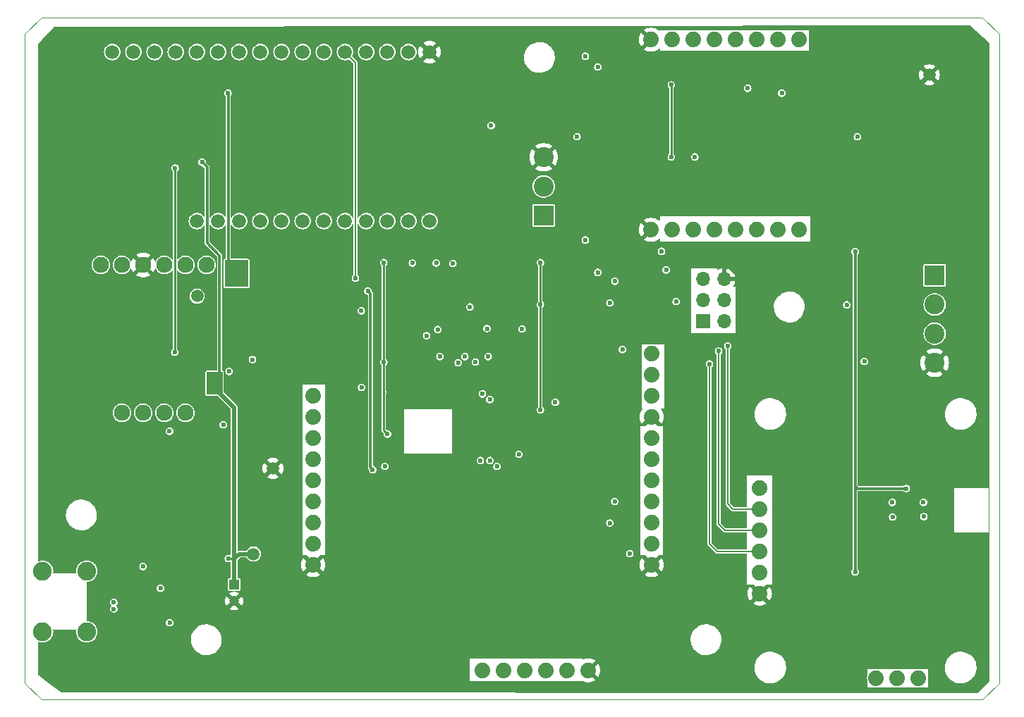
<source format=gbr>
%TF.GenerationSoftware,KiCad,Pcbnew,7.0.5*%
%TF.CreationDate,2023-07-20T14:33:04+01:00*%
%TF.ProjectId,EmotionalCities_v.1.1,456d6f74-696f-46e6-916c-436974696573,rev?*%
%TF.SameCoordinates,PX76109c0PY3c14dc0*%
%TF.FileFunction,Copper,L2,Inr*%
%TF.FilePolarity,Positive*%
%FSLAX45Y45*%
G04 Gerber Fmt 4.5, Leading zero omitted, Abs format (unit mm)*
G04 Created by KiCad (PCBNEW 7.0.5) date 2023-07-20 14:33:04*
%MOMM*%
%LPD*%
G01*
G04 APERTURE LIST*
%TA.AperFunction,ComponentPad*%
%ADD10C,1.500000*%
%TD*%
%TA.AperFunction,ComponentPad*%
%ADD11R,1.200000X1.200000*%
%TD*%
%TA.AperFunction,ComponentPad*%
%ADD12C,1.200000*%
%TD*%
%TA.AperFunction,ComponentPad*%
%ADD13C,2.250000*%
%TD*%
%TA.AperFunction,ComponentPad*%
%ADD14C,1.879600*%
%TD*%
%TA.AperFunction,ComponentPad*%
%ADD15C,1.930400*%
%TD*%
%TA.AperFunction,ComponentPad*%
%ADD16R,1.700000X1.700000*%
%TD*%
%TA.AperFunction,ComponentPad*%
%ADD17O,1.700000X1.700000*%
%TD*%
%TA.AperFunction,ComponentPad*%
%ADD18R,2.400000X2.400000*%
%TD*%
%TA.AperFunction,ComponentPad*%
%ADD19C,2.400000*%
%TD*%
%TA.AperFunction,ComponentPad*%
%ADD20C,1.676400*%
%TD*%
%TA.AperFunction,ViaPad*%
%ADD21C,0.600000*%
%TD*%
%TA.AperFunction,Conductor*%
%ADD22C,0.508000*%
%TD*%
%TA.AperFunction,Conductor*%
%ADD23C,0.254000*%
%TD*%
%TA.AperFunction,Conductor*%
%ADD24C,0.304800*%
%TD*%
%TA.AperFunction,Conductor*%
%ADD25C,0.203200*%
%TD*%
%TA.AperFunction,Profile*%
%ADD26C,0.076200*%
%TD*%
G04 APERTURE END LIST*
D10*
%TO.N,+3V3*%
%TO.C,+3V3_tp1*%
X2070000Y-3350000D03*
%TD*%
%TO.N,+5V*%
%TO.C,+5V_tp1*%
X2745000Y-6450000D03*
%TD*%
%TO.N,GND*%
%TO.C,GND_tp1*%
X2980000Y-5420000D03*
%TD*%
%TO.N,GND*%
%TO.C,GND_tp2*%
X10860000Y-690000D03*
%TD*%
D11*
%TO.N,+5V*%
%TO.C,C39*%
X2514263Y-6815414D03*
D12*
%TO.N,GND*%
X2514263Y-7015414D03*
%TD*%
D13*
%TO.N,Net-(J1-Shield)*%
%TO.C,J1*%
X214525Y-7385110D03*
X744525Y-7385110D03*
X214525Y-6655110D03*
X744525Y-6655110D03*
%TD*%
D14*
%TO.N,unconnected-(U1-RA-Pad1)*%
%TO.C,U1*%
X10730000Y-7941000D03*
%TO.N,unconnected-(U1-LA-Pad2)*%
X10476000Y-7941000D03*
%TO.N,unconnected-(U1-RL-Pad3)*%
X10222000Y-7941000D03*
%TO.N,GND*%
X8825000Y-6925000D03*
%TO.N,+3V3*%
X8825000Y-6671000D03*
%TO.N,/HR_out*%
X8825000Y-6417000D03*
%TO.N,/HR_LO-*%
X8825000Y-6163000D03*
%TO.N,/HR_LO+*%
X8825000Y-5909000D03*
%TO.N,unconnected-(U1-~{SDN}-Pad9)*%
X8825000Y-5655000D03*
%TD*%
%TO.N,GND*%
%TO.C,U4*%
X3464000Y-6579758D03*
%TO.N,unconnected-(U4-3.3V-Pad2)*%
X3464000Y-6325758D03*
%TO.N,Net-(R19-Pad2)*%
X3464000Y-6071758D03*
%TO.N,Net-(U4-SCL\u005CCLK)*%
X3464000Y-5817758D03*
%TO.N,unconnected-(U4-TX_READY-Pad5)*%
X3464000Y-5563759D03*
%TO.N,/GNSS_RESET*%
X3464000Y-5309759D03*
%TO.N,unconnected-(U4-~{SAFEBOOT}-Pad7)*%
X3464000Y-5055759D03*
%TO.N,/GNSS_INT*%
X3464000Y-4801759D03*
%TO.N,/GNSS_PPS*%
X3464000Y-4547759D03*
%TO.N,unconnected-(U4-WT+-Pad10)*%
X7528000Y-4039758D03*
%TO.N,unconnected-(U4-GND-Pad11)*%
X7528000Y-4293759D03*
%TO.N,unconnected-(U4-DIR+-Pad12)*%
X7528000Y-4547759D03*
%TO.N,GND*%
X7528000Y-4801759D03*
%TO.N,unconnected-(U4-SCL\u005CCLL-Pad14)*%
X7528000Y-5055759D03*
%TO.N,/GPS_TXO*%
X7528000Y-5309759D03*
%TO.N,/GPS_RXI*%
X7528000Y-5563759D03*
%TO.N,unconnected-(U4-SDA\u005C~{CS}-Pad17)*%
X7528000Y-5817758D03*
%TO.N,unconnected-(U4-3.3V-Pad18)*%
X7528000Y-6071758D03*
%TO.N,+5V*%
X7528000Y-6325758D03*
%TO.N,GND*%
X7528000Y-6579758D03*
X6766000Y-7847218D03*
%TO.N,unconnected-(U4-n.c-Pad22)*%
X6512000Y-7847218D03*
%TO.N,unconnected-(U4-3V3_out-Pad23)*%
X6258000Y-7847218D03*
%TO.N,unconnected-(U4-RXI2-Pad24)*%
X6004000Y-7847218D03*
%TO.N,unconnected-(U4-TXO2-Pad25)*%
X5750000Y-7847218D03*
%TO.N,unconnected-(U4-n.c.-Pad26)*%
X5496000Y-7847218D03*
%TD*%
%TO.N,/EDA_out*%
%TO.C,U2*%
X9296297Y-2551327D03*
%TO.N,unconnected-(U2-nc-Pad2)*%
X9042297Y-2551327D03*
%TO.N,unconnected-(U2-CS-Pad3)*%
X8788297Y-2551327D03*
%TO.N,unconnected-(U2-SCK-Pad4)*%
X8534297Y-2551327D03*
%TO.N,unconnected-(U2-SDO-Pad5)*%
X8280297Y-2551327D03*
%TO.N,unconnected-(U2-nc-Pad6)*%
X8026297Y-2551327D03*
%TO.N,+3V3*%
X7772297Y-2551327D03*
%TO.N,GND*%
X7518297Y-2551327D03*
X7518297Y-265327D03*
%TO.N,+5V*%
X7772297Y-265327D03*
%TO.N,Net-(R12-Pad2)*%
X8026297Y-265327D03*
%TO.N,Net-(R11-Pad2)*%
X8280297Y-265327D03*
%TO.N,unconnected-(U2-nc-Pad13)*%
X8534297Y-265327D03*
%TO.N,unconnected-(U2-nc-Pad14)*%
X8788297Y-265327D03*
%TO.N,unconnected-(U2-nc-Pad15)*%
X9042297Y-265327D03*
%TO.N,unconnected-(U2-nc-Pad16)*%
X9296297Y-265327D03*
%TD*%
D15*
%TO.N,unconnected-(U3-PS0-Pad1)*%
%TO.C,U3*%
X1168263Y-4753414D03*
%TO.N,unconnected-(U3-PS1-Pad2)*%
X1422263Y-4753414D03*
%TO.N,unconnected-(U3-INT-Pad3)*%
X1676263Y-4753414D03*
%TO.N,unconnected-(U3-ADDR-Pad4)*%
X1930263Y-4753414D03*
%TO.N,/Adafruit_3V3_out*%
X914263Y-2975414D03*
%TO.N,unconnected-(U3-3Vout-Pad6)*%
X1168263Y-2975414D03*
%TO.N,GND*%
X1422263Y-2975414D03*
%TO.N,Net-(U3-SDA)*%
X1676263Y-2975414D03*
%TO.N,Net-(U3-SCL)*%
X1930263Y-2975414D03*
%TO.N,unconnected-(U3-RST-Pad10)*%
X2184263Y-2975414D03*
%TD*%
D16*
%TO.N,/PDI_DATA*%
%TO.C,PDI1*%
X8140737Y-3654586D03*
D17*
%TO.N,+3V3*%
X8394737Y-3654586D03*
%TO.N,unconnected-(PDI1-Pin_3-Pad3)*%
X8140737Y-3400586D03*
%TO.N,unconnected-(PDI1-Pin_4-Pad4)*%
X8394737Y-3400586D03*
%TO.N,/PDI_CLK*%
X8140737Y-3146586D03*
%TO.N,GND*%
X8394737Y-3146586D03*
%TD*%
D18*
%TO.N,/EXTERNAL_3V3*%
%TO.C,J4*%
X6230000Y-2380000D03*
D19*
%TO.N,/EXTERNAL_SYNC_SIGNAL*%
X6230000Y-2030000D03*
%TO.N,GND*%
X6230000Y-1680000D03*
%TD*%
D18*
%TO.N,/EXTERNAL_3V3*%
%TO.C,J3*%
X10925000Y-3100000D03*
D19*
%TO.N,/External_EDA_1*%
X10925000Y-3450000D03*
%TO.N,/External_EDA_2*%
X10925000Y-3800000D03*
%TO.N,GND*%
X10925000Y-4150000D03*
%TD*%
D20*
%TO.N,unconnected-(U5-RST-Pad1)*%
%TO.C,U5*%
X1050263Y-415414D03*
%TO.N,/Adafruit_3V3_out*%
X1304263Y-415414D03*
%TO.N,unconnected-(U5-ARf-Pad3)*%
X1558263Y-415414D03*
%TO.N,unconnected-(U5-GND-Pad4)*%
X1812263Y-415414D03*
%TO.N,unconnected-(U5-A0-Pad5)*%
X2066263Y-415414D03*
%TO.N,unconnected-(U5-A1-Pad6)*%
X2320263Y-415414D03*
%TO.N,unconnected-(U5-A2-Pad7)*%
X2574263Y-415414D03*
%TO.N,unconnected-(U5-A3-Pad8)*%
X2828263Y-415414D03*
%TO.N,unconnected-(U5-A4-Pad9)*%
X3082263Y-415414D03*
%TO.N,unconnected-(U5-A5-Pad10)*%
X3336263Y-415414D03*
%TO.N,unconnected-(U5-SCK-Pad11)*%
X3590263Y-415414D03*
%TO.N,/MotionSensor_out*%
X3844263Y-415414D03*
%TO.N,unconnected-(U5-MISO-Pad13)*%
X4098263Y-415414D03*
%TO.N,unconnected-(U5-RX0-Pad14)*%
X4352263Y-415414D03*
%TO.N,unconnected-(U5-TX1-Pad15)*%
X4606263Y-415414D03*
%TO.N,GND*%
X4860263Y-415414D03*
%TO.N,/MotionSensor_SDA*%
X4860263Y-2447414D03*
%TO.N,/MotionSensor_SCL*%
X4606263Y-2447414D03*
%TO.N,unconnected-(U5-D5-Pad19)*%
X4352263Y-2447414D03*
%TO.N,unconnected-(U5-D6-Pad20)*%
X4098263Y-2447414D03*
%TO.N,unconnected-(U5-D9-Pad21)*%
X3844263Y-2447414D03*
%TO.N,unconnected-(U5-D10-Pad22)*%
X3590263Y-2447414D03*
%TO.N,unconnected-(U5-D11-Pad23)*%
X3336263Y-2447414D03*
%TO.N,unconnected-(U5-D12-Pad24)*%
X3082263Y-2447414D03*
%TO.N,unconnected-(U5-D13-Pad25)*%
X2828263Y-2447414D03*
%TO.N,unconnected-(U5-VBUS-Pad26)*%
X2574263Y-2447414D03*
%TO.N,unconnected-(U5-EN-Pad27)*%
X2320263Y-2447414D03*
%TO.N,unconnected-(U5-VBAT-Pad28)*%
X2066263Y-2447414D03*
%TD*%
D21*
%TO.N,GND*%
X7995402Y-4551759D03*
X5820000Y-4800000D03*
X7510402Y-7431758D03*
X3050402Y-3346758D03*
X3580737Y-3674586D03*
X7750000Y-4080000D03*
X4230402Y-3631758D03*
X4650402Y-3066758D03*
X8005402Y-4301759D03*
X4175402Y-2881758D03*
X6942424Y-4737402D03*
X5697521Y-2673759D03*
X9740000Y-1050000D03*
X2272791Y-1299499D03*
X1660737Y-174586D03*
X1094263Y-6340414D03*
X4955402Y-661759D03*
X5280000Y-3030000D03*
X3310402Y-2886758D03*
X5345000Y-5075000D03*
X3930000Y-3650000D03*
X6590402Y-5521759D03*
X7155402Y-5436759D03*
X2340000Y-2020000D03*
X3440737Y-3384586D03*
X9075402Y-2891758D03*
X4345402Y-2726759D03*
X2830402Y-1121759D03*
X4660291Y-1104499D03*
X7100402Y-2884586D03*
X10060000Y-3050000D03*
X3000402Y-2731759D03*
X3830737Y-2721759D03*
X7810000Y-2900000D03*
X3330402Y-1471758D03*
X5820000Y-1010000D03*
X1745402Y-1311759D03*
X8310000Y-2890000D03*
X3520402Y-656759D03*
X4310402Y-661759D03*
X3240000Y-4380000D03*
X7670000Y-3590000D03*
X5645402Y-656759D03*
X10245000Y-1046758D03*
X4940402Y-1471758D03*
X4065402Y-2691759D03*
X10850000Y-1531758D03*
X5515402Y-3884586D03*
X7290737Y-534586D03*
X5100000Y-3740000D03*
X9520000Y-1730000D03*
X6970000Y-1550000D03*
X10780000Y-2130000D03*
X7650000Y-820000D03*
X4464263Y-5495414D03*
X4190737Y-2274586D03*
X9820737Y-5804586D03*
X7185402Y-4241759D03*
X5060000Y-3900000D03*
X8990000Y-1681758D03*
X10510000Y-200000D03*
X5845000Y-4500000D03*
X8550000Y-1726758D03*
X5115402Y-5586759D03*
X2570000Y-1590000D03*
X3460737Y-2334586D03*
X9730000Y-4190000D03*
X9520000Y-2660000D03*
X7295000Y-4500000D03*
X6795000Y-4350000D03*
X10760000Y-2626759D03*
X3754263Y-4395414D03*
X5100402Y-4506759D03*
X2775402Y-3006758D03*
X7670000Y-1550000D03*
X5170000Y-8050000D03*
X4044263Y-985414D03*
X8010000Y-1071759D03*
X6930402Y-4246759D03*
X5745402Y-3166758D03*
X6810737Y-2574586D03*
X7020000Y-2100000D03*
X11510000Y-2260000D03*
X10430000Y-1886758D03*
X6290402Y-4236759D03*
X5354263Y-3975414D03*
X6280402Y-4501759D03*
X6630000Y-2090000D03*
X4010000Y-7390000D03*
X4634263Y-4505414D03*
X4874263Y-4645414D03*
X5360000Y-3730000D03*
X6995000Y-2325000D03*
X10225000Y-5255000D03*
X10410402Y-7146758D03*
X6730402Y-5186759D03*
X9615402Y-4526759D03*
X10625402Y-7521758D03*
X8840402Y-5016759D03*
X9540402Y-7171758D03*
X9400000Y-2330000D03*
X11055000Y-6400000D03*
X11480737Y-2991758D03*
X5495402Y-5941758D03*
X8650000Y-546759D03*
X7255402Y-3091758D03*
X7880737Y-3044586D03*
X8555402Y-5241759D03*
X9515402Y-5011759D03*
X10700000Y-4250000D03*
X5015402Y-5321759D03*
X9634263Y-3235414D03*
X8800000Y-2160000D03*
X4590402Y-5951758D03*
X7820737Y-524586D03*
X3670737Y-154586D03*
X9000402Y-3061758D03*
X9495000Y-776758D03*
X6144263Y-5941758D03*
X10070737Y-4516759D03*
X10440000Y-3190000D03*
X11090000Y-5465000D03*
X9165402Y-5251759D03*
X10240000Y-1560000D03*
X8290000Y-691759D03*
X10095000Y-6370000D03*
X4982521Y-253758D03*
X7590000Y-990000D03*
X8070000Y-2325000D03*
X5925402Y-236758D03*
X5820402Y-6146758D03*
X5095402Y-6656758D03*
X5070402Y-4146758D03*
X6320402Y-6661758D03*
X8860737Y-4234586D03*
X2995402Y-4351759D03*
X5860402Y-6656758D03*
X4425402Y-3901758D03*
X6974263Y-6655414D03*
X3924263Y-3935414D03*
X5490402Y-3566758D03*
X4620000Y-1580000D03*
X8390000Y-1581758D03*
X3650000Y-6330000D03*
X4090000Y-1560000D03*
X3357521Y-4113758D03*
X4290402Y-6151758D03*
X8135000Y-536759D03*
X5140000Y-3400000D03*
X3342791Y-3649498D03*
X6370402Y-6141758D03*
X3660000Y-5550000D03*
X7840000Y-2160000D03*
X4005402Y-5931758D03*
X3765402Y-4136758D03*
X3280000Y-5670000D03*
X6070402Y-6426758D03*
X4395402Y-6666758D03*
X5410737Y-1464586D03*
X5220402Y-2886758D03*
X3522521Y-3878758D03*
X11414263Y-245414D03*
X6925402Y-5931758D03*
X4910402Y-6391758D03*
X4860402Y-6151758D03*
X6905402Y-6141758D03*
X5215402Y-5135414D03*
X5460402Y-6141758D03*
X5620402Y-6356758D03*
X5775402Y-2881758D03*
X11536890Y-992048D03*
X270000Y-4900000D03*
X9510000Y-170000D03*
X3170000Y-6880000D03*
X254263Y-3775414D03*
X2630000Y-4260000D03*
X2509402Y-3767758D03*
X3020000Y-3920000D03*
X2960000Y-8040000D03*
X1904263Y-5185414D03*
X264263Y-7895414D03*
X1769263Y-5865414D03*
X6675402Y-6416758D03*
X11197692Y-7390848D03*
X3224263Y-4945414D03*
X2155402Y-791758D03*
X11210000Y-4300000D03*
X9750000Y-7850000D03*
X11177692Y-6689648D03*
X11224263Y-5115414D03*
X230737Y-2654586D03*
X1995000Y-5600000D03*
X945000Y-5000000D03*
X2749402Y-3602758D03*
X8620000Y-6300000D03*
X6280000Y-3760000D03*
X2274263Y-4685414D03*
X4080000Y-5040000D03*
X2880000Y-7420000D03*
X6810000Y-1530000D03*
X10114263Y-5025414D03*
X4440000Y-3430000D03*
X5795000Y-5050000D03*
X2770000Y-5190000D03*
X6550000Y-3590000D03*
X5560000Y-7340000D03*
X6000000Y-3590000D03*
X1445000Y-7475000D03*
X4500000Y-4650000D03*
X1010000Y-6860000D03*
X1630000Y-7180000D03*
X860000Y-590000D03*
X7120000Y-8060000D03*
X7100000Y-170000D03*
X1720000Y-3275000D03*
X8970000Y-840000D03*
X1710000Y-6710000D03*
X2260000Y-4100000D03*
X8570000Y-3860000D03*
X920000Y-6550000D03*
X1895000Y-4150000D03*
X6580000Y-6900000D03*
X1210000Y-6870000D03*
X4770000Y-3350000D03*
X820000Y-3450000D03*
X7176760Y-4741160D03*
X6270000Y-3300000D03*
X2645000Y-6225000D03*
X7670000Y-3760000D03*
X2420000Y-5825000D03*
X7720000Y-6140000D03*
X2070000Y-6850000D03*
X1730000Y-6370000D03*
X2364274Y-5023569D03*
X1234263Y-8015414D03*
X6400000Y-2880000D03*
X2270000Y-3950000D03*
X8130000Y-4880000D03*
X5510000Y-6890000D03*
X220000Y-5850000D03*
X6910000Y-3360000D03*
X9070000Y-6560000D03*
X1895000Y-3950000D03*
X3977337Y-3283166D03*
X320737Y-244586D03*
X1970000Y-3550000D03*
X830000Y-1970000D03*
X845000Y-4475000D03*
X7940000Y-5270000D03*
X1240000Y-780000D03*
X8020536Y-3885229D03*
X9050000Y-6040000D03*
X4450000Y-3640000D03*
X6650000Y-1090000D03*
X4240000Y-5140000D03*
X1600000Y-2290000D03*
X6810000Y-710000D03*
X8620000Y-6060000D03*
X8150000Y-5740000D03*
X2970000Y-4950000D03*
X1145000Y-2725000D03*
X245000Y-1325000D03*
X930000Y-5550000D03*
X2603045Y-5509156D03*
X1030000Y-1540000D03*
X8200000Y-6460000D03*
X9420000Y-2150000D03*
X8960000Y-1000000D03*
X6620000Y-3125000D03*
X4770000Y-3610000D03*
X1420000Y-7130000D03*
X4620000Y-6880000D03*
X2597319Y-5111230D03*
X4230000Y-4370000D03*
%TO.N,+5V*%
X2310737Y-4304586D03*
X2453750Y-4253750D03*
X2305983Y-4479340D03*
X7264263Y-6445414D03*
X8045000Y-1675000D03*
X2734402Y-4112758D03*
X2220737Y-4394586D03*
X2444263Y-6503104D03*
X7763250Y-1675000D03*
X2130000Y-1740000D03*
X7763250Y-810000D03*
%TO.N,+3V3*%
X4310402Y-4141758D03*
X8680000Y-850000D03*
X9090000Y-910000D03*
X6190277Y-3451758D03*
X4120402Y-3286758D03*
X2466858Y-3180707D03*
X2640737Y-3191758D03*
X6190402Y-2946758D03*
X10583250Y-5661750D03*
X4940402Y-2951758D03*
X4655402Y-2951758D03*
X2440737Y-2974586D03*
X4355402Y-5006759D03*
X5140402Y-2956758D03*
X9970000Y-2814180D03*
X4310402Y-2946758D03*
X2570737Y-3076828D03*
X4177521Y-5433759D03*
X2640737Y-2954586D03*
X6190402Y-4716759D03*
X2440737Y-910000D03*
X7700737Y-3034586D03*
X7645000Y-2810000D03*
X9970737Y-6664586D03*
%TO.N,/GNSS_PPS*%
X4044263Y-4445414D03*
X5344263Y-3480000D03*
X4040737Y-3525414D03*
%TO.N,/5VUSB*%
X1740000Y-7275000D03*
X1630000Y-6860000D03*
X1420000Y-6600000D03*
%TO.N,/USBD_plug+*%
X1070000Y-7030000D03*
%TO.N,/USBD_plug-*%
X1070000Y-7110000D03*
%TO.N,/FTDI_CTS*%
X2384263Y-4895414D03*
X1738243Y-4975000D03*
%TO.N,/PDI_CLK*%
X4960000Y-3750000D03*
X7820737Y-3414586D03*
%TO.N,/PDI_DATA*%
X4825402Y-3824586D03*
%TO.N,/u_GNSS_RESET*%
X5670000Y-5395414D03*
X5564263Y-4075414D03*
X4324263Y-5395414D03*
%TO.N,/HR_out*%
X8220737Y-4164586D03*
%TO.N,/HR_LO+*%
X8440536Y-3948728D03*
%TO.N,/HR_LO-*%
X8330737Y-4010000D03*
%TO.N,/EDA_out*%
X7175402Y-3991758D03*
%TO.N,/EXTERNAL_SYNC_SIGNAL*%
X9996500Y-1433500D03*
X6630000Y-1433500D03*
%TO.N,/LED_AUX*%
X1805000Y-1810000D03*
X1800737Y-4024586D03*
X4984263Y-4075414D03*
%TO.N,Net-(R11-Pad2)*%
X6880737Y-3064586D03*
X6880737Y-594586D03*
%TO.N,Net-(R12-Pad2)*%
X6730737Y-2674586D03*
X6730737Y-464586D03*
%TO.N,/I2C_SDA_port_E*%
X10415000Y-5830000D03*
X5284263Y-4075414D03*
%TO.N,/I2C_SCL_port_E*%
X5204263Y-4150000D03*
X10420000Y-6005000D03*
%TO.N,/GNSS_INT*%
X5970737Y-3744586D03*
X5934263Y-5250000D03*
%TO.N,Net-(R19-Pad2)*%
X7025402Y-3431758D03*
X7025402Y-6076758D03*
%TO.N,/External_EDA_1*%
X9870737Y-3454586D03*
X5410402Y-4141758D03*
%TO.N,/External_EDA_2*%
X6370000Y-4625000D03*
X10080737Y-4134586D03*
%TO.N,/PA3*%
X5495000Y-4525000D03*
X5470000Y-5325000D03*
%TO.N,/u_SYNC_SIGNAL*%
X5550000Y-3740000D03*
X5600000Y-1300000D03*
%TO.N,Net-(U7-SCL)*%
X10795000Y-6000000D03*
%TO.N,Net-(U7-SDA)*%
X10790000Y-5830000D03*
%TO.N,Net-(U4-SCL\u005CCLK)*%
X7085652Y-3171508D03*
X7085402Y-5817758D03*
%TO.N,/MotionSensor_out*%
X3970737Y-3134586D03*
%TO.N,/PA4*%
X5586810Y-5324453D03*
X5585017Y-4593409D03*
%TD*%
D22*
%TO.N,+5V*%
X2305983Y-4479340D02*
X2516118Y-4689475D01*
D23*
X2483808Y-6503104D02*
X2516118Y-6535414D01*
D22*
X2516118Y-6813559D02*
X2516118Y-6535414D01*
D24*
X2190737Y-1800737D02*
X2190737Y-2714586D01*
D22*
X2514263Y-6505737D02*
X2570000Y-6450000D01*
D23*
X7763250Y-1675000D02*
X7763250Y-810000D01*
X2444263Y-6503104D02*
X2483808Y-6503104D01*
D22*
X2514263Y-6815414D02*
X2514263Y-6505737D01*
D24*
X2340737Y-2864586D02*
X2340737Y-4274586D01*
X2130000Y-1740000D02*
X2190737Y-1800737D01*
X2190737Y-2714586D02*
X2340737Y-2864586D01*
X2340737Y-4274586D02*
X2310737Y-4304586D01*
D22*
X2516118Y-4689475D02*
X2516118Y-6535414D01*
X2570000Y-6450000D02*
X2745000Y-6450000D01*
D23*
%TO.N,+3V3*%
X6190402Y-3451883D02*
X6190402Y-4716759D01*
X6190277Y-3451758D02*
X6190402Y-3451883D01*
X4310402Y-2946758D02*
X4310402Y-4501552D01*
X4310402Y-4961759D02*
X4355402Y-5006759D01*
D24*
X10583250Y-5661750D02*
X9997901Y-5661750D01*
D23*
X4310402Y-4509275D02*
X4310402Y-4961759D01*
X6190402Y-3650402D02*
X6190402Y-2946758D01*
D24*
X4177521Y-5433759D02*
X4150402Y-5406640D01*
X9970737Y-2814917D02*
X9970000Y-2814180D01*
X9970737Y-6664586D02*
X9970737Y-5634586D01*
D23*
X4310402Y-4501552D02*
X4314263Y-4505414D01*
D24*
X4150402Y-5406640D02*
X4150402Y-3316758D01*
D23*
X6190277Y-3650277D02*
X6190277Y-3451758D01*
X4314263Y-4505414D02*
X4310402Y-4509275D01*
D24*
X9997901Y-5661750D02*
X9970737Y-5634586D01*
X4150402Y-3316758D02*
X4120402Y-3286758D01*
X9970737Y-5634586D02*
X9970737Y-2814917D01*
X2444263Y-2971060D02*
X2440737Y-2974586D01*
X2444263Y-913526D02*
X2444263Y-2971060D01*
X2440737Y-910000D02*
X2444263Y-913526D01*
D25*
%TO.N,/HR_out*%
X8220737Y-6325737D02*
X8220737Y-4164586D01*
X8312000Y-6417000D02*
X8220737Y-6325737D01*
X8825000Y-6417000D02*
X8312000Y-6417000D01*
%TO.N,/HR_LO+*%
X8504000Y-5909000D02*
X8825000Y-5909000D01*
X8440737Y-5845737D02*
X8504000Y-5909000D01*
X8440536Y-3948728D02*
X8440737Y-3948928D01*
X8440737Y-3948928D02*
X8440737Y-5845737D01*
%TO.N,/HR_LO-*%
X8330737Y-4010000D02*
X8330737Y-6085737D01*
X8408000Y-6163000D02*
X8825000Y-6163000D01*
X8330737Y-6085737D02*
X8408000Y-6163000D01*
D23*
%TO.N,/LED_AUX*%
X1803498Y-4021825D02*
X1800737Y-4024586D01*
X1803498Y-1811501D02*
X1803498Y-4021825D01*
X1805000Y-1810000D02*
X1803498Y-1811501D01*
D25*
%TO.N,/MotionSensor_out*%
X3970737Y-541888D02*
X3844263Y-415414D01*
X3970737Y-3134586D02*
X3970737Y-541888D01*
%TD*%
%TA.AperFunction,Conductor*%
%TO.N,+5V*%
G36*
X2374873Y-4262287D02*
G01*
X2375402Y-4263564D01*
X2375402Y-4529954D01*
X2374873Y-4531230D01*
X2373597Y-4531759D01*
X2187207Y-4531759D01*
X2185930Y-4531230D01*
X2185402Y-4529954D01*
X2185402Y-4263564D01*
X2185930Y-4262287D01*
X2187207Y-4261759D01*
X2373597Y-4261759D01*
X2374873Y-4262287D01*
G37*
%TD.AperFunction*%
%TD*%
%TA.AperFunction,Conductor*%
%TO.N,GND*%
G36*
X11345673Y-98396D02*
G01*
X11581663Y-303925D01*
X11583360Y-307338D01*
X11583372Y-307680D01*
X11584263Y-7973351D01*
X11582805Y-7976872D01*
X11435723Y-8123953D01*
X11432202Y-8125412D01*
X11432198Y-8125412D01*
X445921Y-8115415D01*
X442937Y-8114419D01*
X357405Y-8050270D01*
X257045Y-7975000D01*
X5345402Y-7975000D01*
X6696665Y-7975000D01*
X6699035Y-7975600D01*
X6707643Y-7980258D01*
X6730337Y-7988049D01*
X6754003Y-7991998D01*
X6777997Y-7991998D01*
X6801663Y-7988049D01*
X6824357Y-7980258D01*
X6845459Y-7968839D01*
X6845459Y-7968838D01*
X6848968Y-7966107D01*
X6779465Y-7896605D01*
X6780459Y-7896462D01*
X6793747Y-7890394D01*
X6804787Y-7880827D01*
X6812684Y-7868539D01*
X6815081Y-7860378D01*
X6884796Y-7930093D01*
X6893766Y-7916362D01*
X6903404Y-7894390D01*
X6903405Y-7894389D01*
X6909295Y-7871130D01*
X6911276Y-7847218D01*
X6909295Y-7823306D01*
X6908701Y-7820964D01*
X8761469Y-7820964D01*
X8764513Y-7848630D01*
X8764513Y-7848631D01*
X8771553Y-7875560D01*
X8771553Y-7875560D01*
X8782439Y-7901177D01*
X8782439Y-7901177D01*
X8783506Y-7902925D01*
X8796939Y-7924936D01*
X8796939Y-7924937D01*
X8814744Y-7946331D01*
X8835474Y-7964905D01*
X8835475Y-7964906D01*
X8837291Y-7966107D01*
X8858688Y-7980264D01*
X8858689Y-7980264D01*
X8858689Y-7980264D01*
X8883890Y-7992078D01*
X8883891Y-7992078D01*
X8910544Y-8000097D01*
X8910545Y-8000097D01*
X8910545Y-8000097D01*
X8938083Y-8004150D01*
X8938083Y-8004150D01*
X8958950Y-8004150D01*
X8968198Y-8003473D01*
X8979760Y-8002627D01*
X9006929Y-7996575D01*
X9032926Y-7986631D01*
X9057199Y-7973009D01*
X9079230Y-7955997D01*
X9093689Y-7941000D01*
X10112262Y-7941000D01*
X10114130Y-7961165D01*
X10119565Y-7980264D01*
X10119672Y-7980642D01*
X10119880Y-7981058D01*
X10120402Y-7983278D01*
X10120402Y-8050000D01*
X10209969Y-8050000D01*
X10210884Y-8050085D01*
X10211875Y-8050270D01*
X10232125Y-8050270D01*
X10233116Y-8050085D01*
X10234031Y-8050000D01*
X10463969Y-8050000D01*
X10464884Y-8050085D01*
X10465875Y-8050270D01*
X10486125Y-8050270D01*
X10487116Y-8050085D01*
X10488031Y-8050000D01*
X10717969Y-8050000D01*
X10718884Y-8050085D01*
X10719875Y-8050270D01*
X10740125Y-8050270D01*
X10741116Y-8050085D01*
X10742031Y-8050000D01*
X10845402Y-8050000D01*
X10845402Y-7830000D01*
X10120402Y-7830000D01*
X10120402Y-7898722D01*
X10119880Y-7900941D01*
X10119673Y-7901357D01*
X10119672Y-7901358D01*
X10114130Y-7920835D01*
X10112262Y-7941000D01*
X9093689Y-7941000D01*
X9098549Y-7935959D01*
X9114745Y-7913322D01*
X9127472Y-7888567D01*
X9136459Y-7862224D01*
X9141515Y-7834853D01*
X9142022Y-7820964D01*
X11047469Y-7820964D01*
X11050513Y-7848630D01*
X11050513Y-7848631D01*
X11057553Y-7875560D01*
X11057553Y-7875560D01*
X11068439Y-7901177D01*
X11068439Y-7901177D01*
X11069506Y-7902925D01*
X11082939Y-7924936D01*
X11082939Y-7924937D01*
X11100744Y-7946331D01*
X11121474Y-7964905D01*
X11121475Y-7964906D01*
X11123291Y-7966107D01*
X11144688Y-7980264D01*
X11144689Y-7980264D01*
X11144689Y-7980264D01*
X11169890Y-7992078D01*
X11169891Y-7992078D01*
X11196544Y-8000097D01*
X11196545Y-8000097D01*
X11196545Y-8000097D01*
X11224083Y-8004150D01*
X11224083Y-8004150D01*
X11244950Y-8004150D01*
X11254198Y-8003473D01*
X11265760Y-8002627D01*
X11292929Y-7996575D01*
X11318926Y-7986631D01*
X11343199Y-7973009D01*
X11365230Y-7955997D01*
X11384549Y-7935959D01*
X11400745Y-7913322D01*
X11413472Y-7888567D01*
X11422459Y-7862224D01*
X11427515Y-7834853D01*
X11428531Y-7807037D01*
X11425487Y-7779369D01*
X11418447Y-7752440D01*
X11407561Y-7726823D01*
X11393061Y-7703064D01*
X11375256Y-7681669D01*
X11354525Y-7663094D01*
X11354525Y-7663094D01*
X11338460Y-7652466D01*
X11331312Y-7647736D01*
X11331311Y-7647736D01*
X11331311Y-7647736D01*
X11306110Y-7635922D01*
X11306108Y-7635921D01*
X11279456Y-7627903D01*
X11279455Y-7627903D01*
X11251917Y-7623850D01*
X11251917Y-7623850D01*
X11231051Y-7623850D01*
X11231050Y-7623850D01*
X11210241Y-7625373D01*
X11210240Y-7625373D01*
X11210240Y-7625373D01*
X11183071Y-7631425D01*
X11183071Y-7631425D01*
X11157074Y-7641368D01*
X11157073Y-7641369D01*
X11132800Y-7654991D01*
X11110770Y-7672003D01*
X11091451Y-7692041D01*
X11075255Y-7714678D01*
X11062528Y-7739433D01*
X11053541Y-7765776D01*
X11048485Y-7793147D01*
X11047469Y-7820963D01*
X11047469Y-7820964D01*
X9142022Y-7820964D01*
X9142531Y-7807037D01*
X9139487Y-7779369D01*
X9132447Y-7752440D01*
X9121561Y-7726823D01*
X9107061Y-7703064D01*
X9089256Y-7681669D01*
X9068526Y-7663094D01*
X9068525Y-7663094D01*
X9052460Y-7652466D01*
X9045312Y-7647736D01*
X9045312Y-7647736D01*
X9045311Y-7647736D01*
X9020110Y-7635922D01*
X9020109Y-7635921D01*
X8993456Y-7627903D01*
X8993455Y-7627903D01*
X8965918Y-7623850D01*
X8965917Y-7623850D01*
X8945051Y-7623850D01*
X8945050Y-7623850D01*
X8924241Y-7625373D01*
X8924240Y-7625373D01*
X8924240Y-7625373D01*
X8897071Y-7631425D01*
X8897071Y-7631425D01*
X8897071Y-7631425D01*
X8871074Y-7641368D01*
X8871073Y-7641369D01*
X8846800Y-7654991D01*
X8824770Y-7672003D01*
X8805451Y-7692041D01*
X8789255Y-7714678D01*
X8776528Y-7739433D01*
X8767541Y-7765776D01*
X8762485Y-7793147D01*
X8761469Y-7820963D01*
X8761469Y-7820964D01*
X6908701Y-7820964D01*
X6903405Y-7800048D01*
X6903404Y-7800047D01*
X6893766Y-7778075D01*
X6884796Y-7764344D01*
X6815080Y-7834059D01*
X6812684Y-7825898D01*
X6804787Y-7813609D01*
X6793747Y-7804043D01*
X6780459Y-7797975D01*
X6779465Y-7797832D01*
X6848968Y-7728329D01*
X6845459Y-7725598D01*
X6845459Y-7725598D01*
X6824357Y-7714178D01*
X6801663Y-7706388D01*
X6777997Y-7702438D01*
X6754003Y-7702438D01*
X6730337Y-7706388D01*
X6707643Y-7714178D01*
X6702752Y-7716825D01*
X6698961Y-7717219D01*
X6696002Y-7714816D01*
X6695402Y-7712446D01*
X6695402Y-7710000D01*
X5345402Y-7710000D01*
X5345402Y-7975000D01*
X257045Y-7975000D01*
X166255Y-7906908D01*
X164313Y-7903628D01*
X164263Y-7902925D01*
X164263Y-7510430D01*
X165722Y-7506909D01*
X169243Y-7505450D01*
X170532Y-7505620D01*
X170651Y-7505652D01*
X170651Y-7505652D01*
X192249Y-7511439D01*
X192249Y-7511439D01*
X214525Y-7513388D01*
X236800Y-7511439D01*
X258398Y-7505652D01*
X278664Y-7496202D01*
X296980Y-7483377D01*
X312792Y-7467566D01*
X325617Y-7449249D01*
X335067Y-7428984D01*
X340854Y-7407385D01*
X342803Y-7385110D01*
X342803Y-7385110D01*
X342803Y-7385109D01*
X341089Y-7365524D01*
X342236Y-7361889D01*
X345616Y-7360129D01*
X346050Y-7360110D01*
X612999Y-7360110D01*
X616521Y-7361569D01*
X617979Y-7365090D01*
X617960Y-7365524D01*
X616247Y-7385109D01*
X616247Y-7385110D01*
X616247Y-7385110D01*
X617126Y-7395161D01*
X618196Y-7407386D01*
X623983Y-7428983D01*
X623983Y-7428984D01*
X633433Y-7449249D01*
X633433Y-7449249D01*
X646258Y-7467566D01*
X662069Y-7483377D01*
X680386Y-7496202D01*
X689159Y-7500293D01*
X700582Y-7505620D01*
X700651Y-7505652D01*
X722249Y-7511439D01*
X722249Y-7511439D01*
X744525Y-7513388D01*
X766800Y-7511439D01*
X788398Y-7505652D01*
X808664Y-7496202D01*
X822124Y-7486777D01*
X1994579Y-7486777D01*
X1997541Y-7513701D01*
X1997541Y-7513702D01*
X2004393Y-7539909D01*
X2004393Y-7539909D01*
X2014987Y-7564838D01*
X2014987Y-7564839D01*
X2029098Y-7587961D01*
X2029098Y-7587961D01*
X2038025Y-7598688D01*
X2046425Y-7608782D01*
X2064942Y-7625373D01*
X2066600Y-7626858D01*
X2066600Y-7626858D01*
X2073503Y-7631425D01*
X2089191Y-7641804D01*
X2089191Y-7641804D01*
X2089191Y-7641805D01*
X2113717Y-7653302D01*
X2113718Y-7653302D01*
X2139656Y-7661106D01*
X2139657Y-7661106D01*
X2139657Y-7661106D01*
X2166456Y-7665050D01*
X2166457Y-7665050D01*
X2186764Y-7665050D01*
X2195764Y-7664391D01*
X2207016Y-7663568D01*
X2233455Y-7657678D01*
X2258756Y-7648001D01*
X2282378Y-7634744D01*
X2303818Y-7618189D01*
X2322619Y-7598688D01*
X2338380Y-7576658D01*
X2350766Y-7552567D01*
X2359512Y-7526930D01*
X2364432Y-7500293D01*
X2364926Y-7486777D01*
X7994579Y-7486777D01*
X7997541Y-7513701D01*
X7997541Y-7513702D01*
X8004393Y-7539909D01*
X8004393Y-7539909D01*
X8014987Y-7564838D01*
X8014987Y-7564839D01*
X8029098Y-7587961D01*
X8029098Y-7587961D01*
X8038025Y-7598688D01*
X8046425Y-7608782D01*
X8064942Y-7625373D01*
X8066600Y-7626858D01*
X8066600Y-7626858D01*
X8073503Y-7631425D01*
X8089191Y-7641804D01*
X8089191Y-7641804D01*
X8089191Y-7641805D01*
X8113717Y-7653302D01*
X8113718Y-7653302D01*
X8139656Y-7661106D01*
X8139657Y-7661106D01*
X8139657Y-7661106D01*
X8166456Y-7665050D01*
X8166456Y-7665050D01*
X8186764Y-7665050D01*
X8195764Y-7664391D01*
X8207016Y-7663568D01*
X8233455Y-7657678D01*
X8258756Y-7648001D01*
X8282378Y-7634744D01*
X8303818Y-7618189D01*
X8322619Y-7598688D01*
X8338380Y-7576658D01*
X8350766Y-7552567D01*
X8359512Y-7526930D01*
X8364432Y-7500293D01*
X8365421Y-7473223D01*
X8362459Y-7446298D01*
X8355607Y-7420091D01*
X8345013Y-7395161D01*
X8330902Y-7372039D01*
X8313574Y-7351218D01*
X8302434Y-7341236D01*
X8293400Y-7333142D01*
X8293400Y-7333141D01*
X8270808Y-7318195D01*
X8246283Y-7306698D01*
X8246282Y-7306698D01*
X8220344Y-7298894D01*
X8220343Y-7298894D01*
X8193544Y-7294950D01*
X8193544Y-7294950D01*
X8173237Y-7294950D01*
X8173236Y-7294950D01*
X8152985Y-7296432D01*
X8152985Y-7296432D01*
X8152984Y-7296432D01*
X8126545Y-7302322D01*
X8126545Y-7302322D01*
X8126544Y-7302322D01*
X8101244Y-7311998D01*
X8101244Y-7311999D01*
X8077622Y-7325256D01*
X8056182Y-7341811D01*
X8037381Y-7361312D01*
X8021620Y-7383342D01*
X8009234Y-7407432D01*
X8000488Y-7433070D01*
X7995568Y-7459707D01*
X7994579Y-7486776D01*
X7994579Y-7486777D01*
X2364926Y-7486777D01*
X2365421Y-7473223D01*
X2362459Y-7446298D01*
X2355607Y-7420091D01*
X2345013Y-7395161D01*
X2330902Y-7372039D01*
X2313575Y-7351218D01*
X2302434Y-7341236D01*
X2293400Y-7333142D01*
X2293400Y-7333141D01*
X2270809Y-7318195D01*
X2246283Y-7306698D01*
X2246282Y-7306698D01*
X2220344Y-7298894D01*
X2220343Y-7298894D01*
X2193544Y-7294950D01*
X2193544Y-7294950D01*
X2173237Y-7294950D01*
X2173236Y-7294950D01*
X2152985Y-7296432D01*
X2152985Y-7296432D01*
X2152984Y-7296432D01*
X2126545Y-7302322D01*
X2126545Y-7302322D01*
X2126544Y-7302322D01*
X2101244Y-7311998D01*
X2101244Y-7311999D01*
X2077622Y-7325256D01*
X2056182Y-7341811D01*
X2037381Y-7361312D01*
X2021620Y-7383342D01*
X2009234Y-7407432D01*
X2000488Y-7433070D01*
X1995568Y-7459707D01*
X1994579Y-7486776D01*
X1994579Y-7486777D01*
X822124Y-7486777D01*
X826980Y-7483377D01*
X842791Y-7467566D01*
X855617Y-7449249D01*
X865067Y-7428984D01*
X870854Y-7407385D01*
X872803Y-7385110D01*
X870854Y-7362835D01*
X870515Y-7361569D01*
X867741Y-7351218D01*
X865067Y-7341236D01*
X855617Y-7320971D01*
X842791Y-7302654D01*
X826980Y-7286843D01*
X810066Y-7275000D01*
X1694244Y-7275000D01*
X1696098Y-7287891D01*
X1701508Y-7299737D01*
X1710036Y-7309580D01*
X1720992Y-7316621D01*
X1733488Y-7320290D01*
X1733488Y-7320290D01*
X1746511Y-7320290D01*
X1746512Y-7320290D01*
X1759008Y-7316621D01*
X1769964Y-7309580D01*
X1778492Y-7299737D01*
X1783902Y-7287891D01*
X1785756Y-7275000D01*
X1783902Y-7262109D01*
X1778492Y-7250263D01*
X1769964Y-7240420D01*
X1759008Y-7233379D01*
X1746512Y-7229710D01*
X1733488Y-7229710D01*
X1720992Y-7233379D01*
X1715514Y-7236900D01*
X1710036Y-7240420D01*
X1701508Y-7250263D01*
X1696098Y-7262109D01*
X1696098Y-7262109D01*
X1694385Y-7274018D01*
X1694244Y-7275000D01*
X810066Y-7275000D01*
X808664Y-7274018D01*
X808663Y-7274018D01*
X788399Y-7264568D01*
X788398Y-7264568D01*
X766800Y-7258781D01*
X766799Y-7258780D01*
X749663Y-7257281D01*
X746282Y-7255521D01*
X745117Y-7252339D01*
X744593Y-7110000D01*
X1024244Y-7110000D01*
X1026033Y-7122441D01*
X1026098Y-7122891D01*
X1031508Y-7134737D01*
X1040036Y-7144580D01*
X1050992Y-7151621D01*
X1063488Y-7155290D01*
X1063489Y-7155290D01*
X1076512Y-7155290D01*
X1076512Y-7155290D01*
X1089008Y-7151621D01*
X1099964Y-7144580D01*
X1108492Y-7134737D01*
X1113902Y-7122891D01*
X1115756Y-7110000D01*
X1115703Y-7109635D01*
X2455963Y-7109635D01*
X2464663Y-7115023D01*
X2483811Y-7122441D01*
X2503996Y-7126214D01*
X2524530Y-7126214D01*
X2544715Y-7122441D01*
X2563862Y-7115023D01*
X2572563Y-7109635D01*
X2514263Y-7051335D01*
X2455963Y-7109635D01*
X1115703Y-7109635D01*
X1113902Y-7097109D01*
X1108492Y-7085263D01*
X1099964Y-7075420D01*
X1099964Y-7075420D01*
X1098049Y-7074189D01*
X1095875Y-7071059D01*
X1096552Y-7067308D01*
X1098049Y-7065810D01*
X1099964Y-7064580D01*
X1108492Y-7054737D01*
X1113902Y-7042891D01*
X1115756Y-7030000D01*
X1113902Y-7017109D01*
X1113128Y-7015414D01*
X2402988Y-7015414D01*
X2404883Y-7035861D01*
X2410502Y-7055611D01*
X2419655Y-7073992D01*
X2419656Y-7073993D01*
X2419702Y-7074054D01*
X2419702Y-7074054D01*
X2478342Y-7015414D01*
X2475526Y-7012598D01*
X2483874Y-7012598D01*
X2484909Y-7023766D01*
X2489908Y-7033806D01*
X2498197Y-7041362D01*
X2508655Y-7045414D01*
X2517043Y-7045414D01*
X2525288Y-7043873D01*
X2534824Y-7037968D01*
X2541583Y-7029018D01*
X2544653Y-7018230D01*
X2544392Y-7015414D01*
X2550184Y-7015414D01*
X2608824Y-7074054D01*
X2608871Y-7073992D01*
X2608871Y-7073992D01*
X2618024Y-7055611D01*
X2623643Y-7035861D01*
X2625538Y-7015414D01*
X2623643Y-6994967D01*
X2618024Y-6975217D01*
X2608871Y-6956835D01*
X2608871Y-6956835D01*
X2608824Y-6956774D01*
X2608824Y-6956774D01*
X2550184Y-7015414D01*
X2544392Y-7015414D01*
X2543618Y-7007062D01*
X2538618Y-6997022D01*
X2530330Y-6989465D01*
X2519871Y-6985414D01*
X2511483Y-6985414D01*
X2503238Y-6986955D01*
X2493702Y-6992859D01*
X2486943Y-7001810D01*
X2483874Y-7012598D01*
X2475526Y-7012598D01*
X2419702Y-6956774D01*
X2419655Y-6956835D01*
X2410502Y-6975217D01*
X2404883Y-6994967D01*
X2402988Y-7015414D01*
X1113128Y-7015414D01*
X1108492Y-7005263D01*
X1099964Y-6995420D01*
X1089008Y-6988379D01*
X1076512Y-6984710D01*
X1063488Y-6984710D01*
X1050992Y-6988379D01*
X1045514Y-6991900D01*
X1040036Y-6995420D01*
X1031508Y-7005263D01*
X1026098Y-7017109D01*
X1026098Y-7017109D01*
X1025141Y-7023766D01*
X1024244Y-7030000D01*
X1026098Y-7042891D01*
X1031508Y-7054737D01*
X1040036Y-7064580D01*
X1040036Y-7064580D01*
X1041951Y-7065811D01*
X1044125Y-7068941D01*
X1043448Y-7072692D01*
X1041951Y-7074189D01*
X1040036Y-7075420D01*
X1031508Y-7085263D01*
X1026098Y-7097109D01*
X1026098Y-7097109D01*
X1024244Y-7110000D01*
X1024244Y-7110000D01*
X744593Y-7110000D01*
X743899Y-6921192D01*
X2455963Y-6921192D01*
X2514263Y-6979493D01*
X2572563Y-6921192D01*
X2563863Y-6915805D01*
X2544715Y-6908387D01*
X2524530Y-6904614D01*
X2503996Y-6904614D01*
X2483811Y-6908387D01*
X2464663Y-6915805D01*
X2455963Y-6921192D01*
X743899Y-6921192D01*
X743674Y-6860000D01*
X1584244Y-6860000D01*
X1586098Y-6872891D01*
X1591508Y-6884737D01*
X1600036Y-6894580D01*
X1610992Y-6901621D01*
X1623488Y-6905290D01*
X1623488Y-6905290D01*
X1636511Y-6905290D01*
X1636512Y-6905290D01*
X1649008Y-6901621D01*
X1659964Y-6894580D01*
X1668492Y-6884737D01*
X1673902Y-6872891D01*
X1675756Y-6860000D01*
X1675160Y-6855856D01*
X1675138Y-6855703D01*
X1673902Y-6847109D01*
X1668492Y-6835263D01*
X1659964Y-6825420D01*
X1649008Y-6818379D01*
X1636512Y-6814710D01*
X1623488Y-6814710D01*
X1610992Y-6818379D01*
X1605514Y-6821900D01*
X1600036Y-6825420D01*
X1591508Y-6835263D01*
X1586098Y-6847109D01*
X1586098Y-6847109D01*
X1584244Y-6860000D01*
X1584244Y-6860000D01*
X743674Y-6860000D01*
X743410Y-6788067D01*
X744856Y-6784540D01*
X747955Y-6783088D01*
X766800Y-6781439D01*
X788398Y-6775652D01*
X808664Y-6766202D01*
X826980Y-6753377D01*
X842791Y-6737566D01*
X855617Y-6719249D01*
X865067Y-6698984D01*
X870379Y-6679157D01*
X870854Y-6677386D01*
X870854Y-6677386D01*
X870854Y-6677385D01*
X872803Y-6655110D01*
X870854Y-6632835D01*
X869774Y-6628802D01*
X868201Y-6622934D01*
X865067Y-6611236D01*
X859827Y-6600000D01*
X1374244Y-6600000D01*
X1375860Y-6611236D01*
X1376098Y-6612891D01*
X1381508Y-6624737D01*
X1390036Y-6634580D01*
X1400992Y-6641621D01*
X1413488Y-6645290D01*
X1413488Y-6645290D01*
X1426511Y-6645290D01*
X1426512Y-6645290D01*
X1439008Y-6641621D01*
X1449964Y-6634580D01*
X1458492Y-6624737D01*
X1463902Y-6612891D01*
X1465756Y-6600000D01*
X1463902Y-6587109D01*
X1458492Y-6575263D01*
X1449964Y-6565420D01*
X1439008Y-6558379D01*
X1426512Y-6554710D01*
X1413488Y-6554710D01*
X1400992Y-6558379D01*
X1395514Y-6561900D01*
X1390036Y-6565420D01*
X1381508Y-6575263D01*
X1376098Y-6587109D01*
X1376098Y-6587109D01*
X1374244Y-6600000D01*
X1374244Y-6600000D01*
X859827Y-6600000D01*
X855617Y-6590971D01*
X842791Y-6572654D01*
X826980Y-6556843D01*
X825557Y-6555846D01*
X811708Y-6546149D01*
X808664Y-6544018D01*
X805103Y-6542358D01*
X788399Y-6534568D01*
X788398Y-6534568D01*
X766800Y-6528781D01*
X766800Y-6528781D01*
X744525Y-6526832D01*
X722249Y-6528781D01*
X700651Y-6534568D01*
X700651Y-6534568D01*
X680386Y-6544018D01*
X680386Y-6544018D01*
X662070Y-6556843D01*
X646258Y-6572655D01*
X633433Y-6590971D01*
X633433Y-6590971D01*
X623983Y-6611236D01*
X623983Y-6611236D01*
X618196Y-6632834D01*
X617427Y-6641621D01*
X616546Y-6651695D01*
X616247Y-6655110D01*
X617960Y-6674696D01*
X616814Y-6678331D01*
X613433Y-6680091D01*
X612999Y-6680110D01*
X346050Y-6680110D01*
X342529Y-6678651D01*
X341070Y-6675130D01*
X341089Y-6674696D01*
X342803Y-6655110D01*
X342803Y-6655110D01*
X340854Y-6632835D01*
X339774Y-6628802D01*
X338201Y-6622934D01*
X335067Y-6611236D01*
X325617Y-6590971D01*
X312792Y-6572654D01*
X296980Y-6556843D01*
X295557Y-6555846D01*
X281708Y-6546149D01*
X278664Y-6544018D01*
X275103Y-6542358D01*
X258399Y-6534568D01*
X258398Y-6534568D01*
X236800Y-6528781D01*
X236800Y-6528781D01*
X218980Y-6527222D01*
X214525Y-6526832D01*
X214525Y-6526832D01*
X192249Y-6528781D01*
X170532Y-6534600D01*
X166753Y-6534102D01*
X164433Y-6531078D01*
X164263Y-6529790D01*
X164263Y-5986777D01*
X494579Y-5986777D01*
X497452Y-6012891D01*
X497541Y-6013702D01*
X503000Y-6034580D01*
X504393Y-6039909D01*
X504393Y-6039909D01*
X514987Y-6064838D01*
X514987Y-6064839D01*
X529098Y-6087961D01*
X529098Y-6087961D01*
X535511Y-6095667D01*
X543471Y-6105232D01*
X546426Y-6108782D01*
X566600Y-6126858D01*
X566600Y-6126858D01*
X574589Y-6132144D01*
X589191Y-6141804D01*
X589191Y-6141804D01*
X589191Y-6141805D01*
X613717Y-6153302D01*
X613718Y-6153302D01*
X639656Y-6161106D01*
X639657Y-6161106D01*
X639657Y-6161106D01*
X666456Y-6165050D01*
X666457Y-6165050D01*
X686764Y-6165050D01*
X695764Y-6164391D01*
X707016Y-6163568D01*
X733455Y-6157678D01*
X758756Y-6148001D01*
X782378Y-6134744D01*
X803818Y-6118189D01*
X822619Y-6098688D01*
X838380Y-6076658D01*
X850766Y-6052567D01*
X859512Y-6026930D01*
X864432Y-6000293D01*
X865421Y-5973223D01*
X862459Y-5946298D01*
X855607Y-5920091D01*
X845013Y-5895161D01*
X830902Y-5872039D01*
X813574Y-5851218D01*
X804112Y-5842740D01*
X793400Y-5833142D01*
X793400Y-5833141D01*
X770808Y-5818195D01*
X746283Y-5806698D01*
X746282Y-5806698D01*
X720344Y-5798894D01*
X720343Y-5798894D01*
X693544Y-5794950D01*
X693544Y-5794950D01*
X673237Y-5794950D01*
X673236Y-5794950D01*
X652985Y-5796432D01*
X652985Y-5796432D01*
X652984Y-5796432D01*
X641934Y-5798894D01*
X626545Y-5802322D01*
X626544Y-5802322D01*
X601244Y-5811998D01*
X601244Y-5811999D01*
X577622Y-5825256D01*
X556182Y-5841811D01*
X537381Y-5861312D01*
X521620Y-5883342D01*
X509234Y-5907432D01*
X500488Y-5933070D01*
X495568Y-5959707D01*
X494579Y-5986776D01*
X494579Y-5986777D01*
X164263Y-5986777D01*
X164263Y-4975000D01*
X1692487Y-4975000D01*
X1693627Y-4982924D01*
X1694341Y-4987891D01*
X1699751Y-4999737D01*
X1708279Y-5009580D01*
X1719235Y-5016621D01*
X1731731Y-5020290D01*
X1731732Y-5020290D01*
X1744755Y-5020290D01*
X1744755Y-5020290D01*
X1757251Y-5016621D01*
X1768207Y-5009580D01*
X1776735Y-4999737D01*
X1782145Y-4987891D01*
X1783999Y-4975000D01*
X1783999Y-4975000D01*
X1783032Y-4968278D01*
X1782145Y-4962109D01*
X1776735Y-4950263D01*
X1768207Y-4940420D01*
X1757251Y-4933379D01*
X1744755Y-4929710D01*
X1731731Y-4929710D01*
X1719235Y-4933379D01*
X1713757Y-4936900D01*
X1708279Y-4940420D01*
X1699751Y-4950263D01*
X1694341Y-4962109D01*
X1694341Y-4962110D01*
X1692487Y-4975000D01*
X1692487Y-4975000D01*
X164263Y-4975000D01*
X164263Y-4895414D01*
X2338507Y-4895414D01*
X2340317Y-4907997D01*
X2340361Y-4908305D01*
X2345771Y-4920151D01*
X2354300Y-4929994D01*
X2365256Y-4937035D01*
X2377751Y-4940704D01*
X2377752Y-4940704D01*
X2390775Y-4940704D01*
X2390775Y-4940704D01*
X2403271Y-4937035D01*
X2414227Y-4929994D01*
X2422755Y-4920151D01*
X2428165Y-4908305D01*
X2430019Y-4895414D01*
X2428165Y-4882523D01*
X2422755Y-4870676D01*
X2414227Y-4860834D01*
X2403271Y-4853793D01*
X2390775Y-4850124D01*
X2377751Y-4850124D01*
X2365256Y-4853793D01*
X2359777Y-4857313D01*
X2354299Y-4860834D01*
X2345771Y-4870676D01*
X2340361Y-4882523D01*
X2340361Y-4882523D01*
X2338507Y-4895414D01*
X2338507Y-4895414D01*
X164263Y-4895414D01*
X164263Y-4753414D01*
X1055974Y-4753414D01*
X1057886Y-4774047D01*
X1057886Y-4774047D01*
X1063557Y-4793977D01*
X1072793Y-4812526D01*
X1072793Y-4812527D01*
X1085281Y-4829062D01*
X1085281Y-4829063D01*
X1094733Y-4837680D01*
X1100594Y-4843022D01*
X1118212Y-4853931D01*
X1137534Y-4861416D01*
X1157902Y-4865224D01*
X1157903Y-4865224D01*
X1178623Y-4865224D01*
X1178624Y-4865224D01*
X1198992Y-4861416D01*
X1218315Y-4853931D01*
X1235932Y-4843022D01*
X1251246Y-4829062D01*
X1261113Y-4815996D01*
X1263733Y-4812527D01*
X1263733Y-4812526D01*
X1265458Y-4809062D01*
X1272970Y-4793977D01*
X1278640Y-4774047D01*
X1280552Y-4753414D01*
X1309974Y-4753414D01*
X1311886Y-4774047D01*
X1311886Y-4774047D01*
X1317557Y-4793977D01*
X1326793Y-4812526D01*
X1326793Y-4812527D01*
X1339281Y-4829062D01*
X1339281Y-4829063D01*
X1348733Y-4837680D01*
X1354594Y-4843022D01*
X1372212Y-4853931D01*
X1391534Y-4861416D01*
X1411902Y-4865224D01*
X1411903Y-4865224D01*
X1432623Y-4865224D01*
X1432624Y-4865224D01*
X1452992Y-4861416D01*
X1472315Y-4853931D01*
X1489932Y-4843022D01*
X1505246Y-4829062D01*
X1515113Y-4815996D01*
X1517733Y-4812527D01*
X1517733Y-4812526D01*
X1519458Y-4809062D01*
X1526969Y-4793977D01*
X1532640Y-4774047D01*
X1534552Y-4753414D01*
X1534552Y-4753414D01*
X1563974Y-4753414D01*
X1565886Y-4774047D01*
X1565886Y-4774047D01*
X1571557Y-4793977D01*
X1580793Y-4812526D01*
X1580793Y-4812527D01*
X1593280Y-4829062D01*
X1593280Y-4829063D01*
X1602733Y-4837680D01*
X1608594Y-4843022D01*
X1626212Y-4853931D01*
X1645534Y-4861416D01*
X1665902Y-4865224D01*
X1665903Y-4865224D01*
X1686623Y-4865224D01*
X1686624Y-4865224D01*
X1706992Y-4861416D01*
X1726315Y-4853931D01*
X1743932Y-4843022D01*
X1759246Y-4829062D01*
X1769113Y-4815996D01*
X1771733Y-4812527D01*
X1771733Y-4812526D01*
X1773458Y-4809062D01*
X1780969Y-4793977D01*
X1786640Y-4774047D01*
X1788552Y-4753414D01*
X1817974Y-4753414D01*
X1819886Y-4774047D01*
X1819886Y-4774047D01*
X1825557Y-4793977D01*
X1834793Y-4812526D01*
X1834793Y-4812527D01*
X1847280Y-4829062D01*
X1847280Y-4829063D01*
X1856733Y-4837680D01*
X1862594Y-4843022D01*
X1880212Y-4853931D01*
X1899534Y-4861416D01*
X1919902Y-4865224D01*
X1919903Y-4865224D01*
X1940623Y-4865224D01*
X1940624Y-4865224D01*
X1960992Y-4861416D01*
X1980315Y-4853931D01*
X1997932Y-4843022D01*
X2013246Y-4829062D01*
X2023113Y-4815996D01*
X2025733Y-4812527D01*
X2025733Y-4812526D01*
X2027458Y-4809062D01*
X2034969Y-4793977D01*
X2040640Y-4774047D01*
X2042552Y-4753414D01*
X2040640Y-4732781D01*
X2034969Y-4712850D01*
X2025733Y-4694301D01*
X2025733Y-4694301D01*
X2025733Y-4694301D01*
X2015174Y-4680319D01*
X2013246Y-4677765D01*
X2013246Y-4677765D01*
X2013246Y-4677765D01*
X1997932Y-4663805D01*
X1980315Y-4652897D01*
X1980315Y-4652897D01*
X1972159Y-4649737D01*
X1960992Y-4645411D01*
X1940624Y-4641604D01*
X1940624Y-4641604D01*
X1919902Y-4641604D01*
X1919902Y-4641604D01*
X1899534Y-4645411D01*
X1880211Y-4652897D01*
X1862594Y-4663805D01*
X1847280Y-4677765D01*
X1847280Y-4677765D01*
X1834793Y-4694301D01*
X1834793Y-4694301D01*
X1825557Y-4712851D01*
X1819886Y-4732780D01*
X1819886Y-4732781D01*
X1817974Y-4753414D01*
X1788552Y-4753414D01*
X1786640Y-4732781D01*
X1780969Y-4712850D01*
X1771733Y-4694301D01*
X1771733Y-4694301D01*
X1771733Y-4694301D01*
X1761174Y-4680319D01*
X1759246Y-4677765D01*
X1759246Y-4677765D01*
X1759246Y-4677765D01*
X1743932Y-4663805D01*
X1726315Y-4652897D01*
X1726315Y-4652897D01*
X1718159Y-4649737D01*
X1706992Y-4645411D01*
X1686624Y-4641604D01*
X1686624Y-4641604D01*
X1665902Y-4641604D01*
X1665902Y-4641604D01*
X1645534Y-4645411D01*
X1626211Y-4652897D01*
X1608594Y-4663805D01*
X1593280Y-4677765D01*
X1593280Y-4677765D01*
X1580793Y-4694301D01*
X1580793Y-4694301D01*
X1571557Y-4712851D01*
X1565886Y-4732780D01*
X1565886Y-4732781D01*
X1563974Y-4753414D01*
X1534552Y-4753414D01*
X1532640Y-4732781D01*
X1526969Y-4712850D01*
X1517733Y-4694301D01*
X1517733Y-4694301D01*
X1517733Y-4694301D01*
X1507174Y-4680319D01*
X1505246Y-4677765D01*
X1505246Y-4677765D01*
X1505246Y-4677765D01*
X1489932Y-4663805D01*
X1472315Y-4652897D01*
X1472315Y-4652897D01*
X1464159Y-4649737D01*
X1452992Y-4645411D01*
X1432624Y-4641604D01*
X1432624Y-4641604D01*
X1411902Y-4641604D01*
X1411902Y-4641604D01*
X1391534Y-4645411D01*
X1372211Y-4652897D01*
X1354594Y-4663805D01*
X1339281Y-4677765D01*
X1339281Y-4677765D01*
X1326793Y-4694301D01*
X1326793Y-4694301D01*
X1317557Y-4712851D01*
X1311886Y-4732780D01*
X1311886Y-4732781D01*
X1309974Y-4753414D01*
X1280552Y-4753414D01*
X1278640Y-4732781D01*
X1272970Y-4712850D01*
X1263733Y-4694301D01*
X1263733Y-4694301D01*
X1263733Y-4694301D01*
X1253174Y-4680319D01*
X1251246Y-4677765D01*
X1251246Y-4677765D01*
X1251246Y-4677765D01*
X1235932Y-4663805D01*
X1218315Y-4652897D01*
X1218315Y-4652897D01*
X1210159Y-4649737D01*
X1198993Y-4645411D01*
X1178624Y-4641604D01*
X1178624Y-4641604D01*
X1157902Y-4641604D01*
X1157902Y-4641604D01*
X1137534Y-4645411D01*
X1118211Y-4652897D01*
X1100594Y-4663805D01*
X1085281Y-4677765D01*
X1085281Y-4677765D01*
X1072793Y-4694301D01*
X1072793Y-4694301D01*
X1063557Y-4712851D01*
X1057886Y-4732780D01*
X1057886Y-4732781D01*
X1055974Y-4753414D01*
X164263Y-4753414D01*
X164263Y-2975414D01*
X801974Y-2975414D01*
X803886Y-2996047D01*
X803886Y-2996047D01*
X809389Y-3015389D01*
X809557Y-3015977D01*
X812404Y-3021695D01*
X818793Y-3034526D01*
X818793Y-3034527D01*
X831280Y-3051062D01*
X831280Y-3051062D01*
X844255Y-3062890D01*
X846594Y-3065022D01*
X864212Y-3075931D01*
X883534Y-3083416D01*
X903902Y-3087224D01*
X903903Y-3087224D01*
X924623Y-3087224D01*
X924624Y-3087224D01*
X944992Y-3083416D01*
X964315Y-3075931D01*
X981932Y-3065022D01*
X997246Y-3051062D01*
X1009733Y-3034526D01*
X1018969Y-3015977D01*
X1024640Y-2996047D01*
X1026552Y-2975414D01*
X1055974Y-2975414D01*
X1057886Y-2996047D01*
X1057886Y-2996047D01*
X1063389Y-3015389D01*
X1063557Y-3015977D01*
X1066404Y-3021695D01*
X1072793Y-3034526D01*
X1072793Y-3034527D01*
X1085281Y-3051062D01*
X1085281Y-3051062D01*
X1098255Y-3062890D01*
X1100594Y-3065022D01*
X1118212Y-3075931D01*
X1137534Y-3083416D01*
X1157902Y-3087224D01*
X1157903Y-3087224D01*
X1178623Y-3087224D01*
X1178624Y-3087224D01*
X1198992Y-3083416D01*
X1218315Y-3075931D01*
X1235932Y-3065022D01*
X1251246Y-3051062D01*
X1263733Y-3034526D01*
X1272017Y-3017891D01*
X1274892Y-3015389D01*
X1278694Y-3015653D01*
X1281196Y-3018528D01*
X1281302Y-3018888D01*
X1282448Y-3023412D01*
X1282448Y-3023413D01*
X1292255Y-3045771D01*
X1301632Y-3060123D01*
X1373827Y-2987929D01*
X1376314Y-2996398D01*
X1384087Y-3008494D01*
X1394953Y-3017909D01*
X1408032Y-3023882D01*
X1409504Y-3024093D01*
X1337485Y-3096113D01*
X1341410Y-3099168D01*
X1341410Y-3099168D01*
X1362882Y-3110788D01*
X1385975Y-3118715D01*
X1410056Y-3122734D01*
X1434470Y-3122734D01*
X1458552Y-3118715D01*
X1481644Y-3110788D01*
X1503116Y-3099168D01*
X1503116Y-3099167D01*
X1507041Y-3096113D01*
X1435022Y-3024093D01*
X1436495Y-3023882D01*
X1449573Y-3017909D01*
X1460439Y-3008494D01*
X1468212Y-2996398D01*
X1470699Y-2987929D01*
X1542894Y-3060123D01*
X1552271Y-3045771D01*
X1562078Y-3023413D01*
X1562078Y-3023412D01*
X1563224Y-3018888D01*
X1565502Y-3015833D01*
X1569274Y-3015283D01*
X1572330Y-3017561D01*
X1572509Y-3017891D01*
X1580793Y-3034526D01*
X1580793Y-3034527D01*
X1593280Y-3051062D01*
X1593280Y-3051062D01*
X1606255Y-3062890D01*
X1608594Y-3065022D01*
X1626212Y-3075931D01*
X1645534Y-3083416D01*
X1665902Y-3087224D01*
X1665903Y-3087224D01*
X1686623Y-3087224D01*
X1686624Y-3087224D01*
X1706992Y-3083416D01*
X1726315Y-3075931D01*
X1743932Y-3065022D01*
X1759246Y-3051062D01*
X1766554Y-3041384D01*
X1769840Y-3039453D01*
X1773530Y-3040411D01*
X1775461Y-3043697D01*
X1775508Y-3044385D01*
X1775508Y-3984244D01*
X1774050Y-3987765D01*
X1773221Y-3988433D01*
X1770773Y-3990006D01*
X1762245Y-3999849D01*
X1756835Y-4011695D01*
X1756834Y-4011696D01*
X1755225Y-4022891D01*
X1754981Y-4024586D01*
X1756835Y-4037477D01*
X1762245Y-4049324D01*
X1770773Y-4059166D01*
X1781729Y-4066207D01*
X1794225Y-4069876D01*
X1794225Y-4069876D01*
X1807248Y-4069876D01*
X1807249Y-4069876D01*
X1819744Y-4066207D01*
X1830700Y-4059166D01*
X1839229Y-4049324D01*
X1844639Y-4037477D01*
X1846493Y-4024586D01*
X1846249Y-4022891D01*
X1844758Y-4012521D01*
X1844639Y-4011695D01*
X1839229Y-3999849D01*
X1839229Y-3999849D01*
X1839229Y-3999848D01*
X1832705Y-3992319D01*
X1831488Y-3989058D01*
X1831488Y-3350000D01*
X1979213Y-3350000D01*
X1981197Y-3368876D01*
X1984129Y-3377901D01*
X1987062Y-3386927D01*
X1987062Y-3386927D01*
X1996551Y-3403363D01*
X1996551Y-3403363D01*
X2009251Y-3417468D01*
X2024606Y-3428624D01*
X2041945Y-3436344D01*
X2060510Y-3440290D01*
X2060510Y-3440290D01*
X2079490Y-3440290D01*
X2079490Y-3440290D01*
X2098055Y-3436344D01*
X2115394Y-3428624D01*
X2130749Y-3417468D01*
X2143449Y-3403363D01*
X2152938Y-3386926D01*
X2158803Y-3368876D01*
X2160787Y-3350000D01*
X2158803Y-3331124D01*
X2152938Y-3313073D01*
X2143449Y-3296637D01*
X2130749Y-3282532D01*
X2115394Y-3271376D01*
X2098055Y-3263656D01*
X2079490Y-3259710D01*
X2060510Y-3259710D01*
X2052618Y-3261387D01*
X2041945Y-3263656D01*
X2041945Y-3263656D01*
X2041945Y-3263656D01*
X2024606Y-3271376D01*
X2024606Y-3271376D01*
X2024606Y-3271376D01*
X2009252Y-3282532D01*
X2009251Y-3282532D01*
X2009251Y-3282532D01*
X2005446Y-3286758D01*
X1996551Y-3296637D01*
X1996551Y-3296637D01*
X1987062Y-3313073D01*
X1987062Y-3313073D01*
X1981197Y-3331124D01*
X1980073Y-3341811D01*
X1979213Y-3350000D01*
X1831488Y-3350000D01*
X1831488Y-3045009D01*
X1832947Y-3041487D01*
X1836468Y-3040029D01*
X1839990Y-3041487D01*
X1840443Y-3042007D01*
X1847280Y-3051062D01*
X1847280Y-3051062D01*
X1860255Y-3062890D01*
X1862594Y-3065022D01*
X1880212Y-3075931D01*
X1899534Y-3083416D01*
X1919902Y-3087224D01*
X1919903Y-3087224D01*
X1940623Y-3087224D01*
X1940624Y-3087224D01*
X1960992Y-3083416D01*
X1980315Y-3075931D01*
X1997932Y-3065022D01*
X2013246Y-3051062D01*
X2025733Y-3034526D01*
X2034969Y-3015977D01*
X2040640Y-2996047D01*
X2042552Y-2975414D01*
X2071974Y-2975414D01*
X2073886Y-2996047D01*
X2073886Y-2996047D01*
X2079389Y-3015389D01*
X2079557Y-3015977D01*
X2082404Y-3021695D01*
X2088793Y-3034526D01*
X2088793Y-3034527D01*
X2101281Y-3051062D01*
X2101281Y-3051062D01*
X2114255Y-3062890D01*
X2116594Y-3065022D01*
X2134212Y-3075931D01*
X2153534Y-3083416D01*
X2173902Y-3087224D01*
X2173903Y-3087224D01*
X2194623Y-3087224D01*
X2194624Y-3087224D01*
X2214992Y-3083416D01*
X2234315Y-3075931D01*
X2251932Y-3065022D01*
X2267246Y-3051062D01*
X2279733Y-3034526D01*
X2288970Y-3015977D01*
X2294640Y-2996047D01*
X2296552Y-2975414D01*
X2294640Y-2954781D01*
X2288970Y-2934850D01*
X2282440Y-2921738D01*
X2279733Y-2916301D01*
X2279733Y-2916301D01*
X2267246Y-2899765D01*
X2267246Y-2899765D01*
X2251932Y-2885805D01*
X2234315Y-2874897D01*
X2234315Y-2874897D01*
X2219958Y-2869335D01*
X2214993Y-2867411D01*
X2194624Y-2863604D01*
X2194624Y-2863604D01*
X2173902Y-2863604D01*
X2173902Y-2863604D01*
X2153534Y-2867411D01*
X2134211Y-2874897D01*
X2116594Y-2885805D01*
X2101281Y-2899765D01*
X2101281Y-2899765D01*
X2088793Y-2916301D01*
X2088793Y-2916301D01*
X2079557Y-2934850D01*
X2073886Y-2954780D01*
X2073886Y-2954781D01*
X2071974Y-2975414D01*
X2042552Y-2975414D01*
X2040640Y-2954781D01*
X2034969Y-2934850D01*
X2028440Y-2921738D01*
X2025733Y-2916301D01*
X2025733Y-2916301D01*
X2013246Y-2899765D01*
X2013246Y-2899765D01*
X1997932Y-2885805D01*
X1980315Y-2874897D01*
X1980315Y-2874897D01*
X1965958Y-2869335D01*
X1960992Y-2867411D01*
X1940624Y-2863604D01*
X1940624Y-2863604D01*
X1919902Y-2863604D01*
X1919902Y-2863604D01*
X1899534Y-2867411D01*
X1880211Y-2874897D01*
X1862594Y-2885805D01*
X1847280Y-2899765D01*
X1847280Y-2899765D01*
X1840443Y-2908820D01*
X1837156Y-2910751D01*
X1833467Y-2909793D01*
X1831536Y-2906507D01*
X1831488Y-2905819D01*
X1831488Y-2447414D01*
X1966673Y-2447414D01*
X1968587Y-2466843D01*
X1974254Y-2485525D01*
X1983457Y-2502743D01*
X1995843Y-2517834D01*
X2010934Y-2530220D01*
X2028152Y-2539423D01*
X2046834Y-2545090D01*
X2061467Y-2546531D01*
X2066263Y-2547003D01*
X2066263Y-2547003D01*
X2066263Y-2547003D01*
X2070695Y-2546567D01*
X2085692Y-2545090D01*
X2104374Y-2539423D01*
X2121592Y-2530220D01*
X2136684Y-2517834D01*
X2149069Y-2502743D01*
X2150835Y-2499438D01*
X2153781Y-2497021D01*
X2157575Y-2497394D01*
X2159993Y-2500341D01*
X2160207Y-2501786D01*
X2160207Y-2708794D01*
X2160037Y-2709838D01*
X2160040Y-2709838D01*
X2159976Y-2710295D01*
X2160204Y-2715234D01*
X2160207Y-2715349D01*
X2160207Y-2717415D01*
X2160306Y-2717943D01*
X2160345Y-2718286D01*
X2160503Y-2721697D01*
X2160503Y-2721697D01*
X2161144Y-2723149D01*
X2161484Y-2724245D01*
X2161775Y-2725806D01*
X2163573Y-2728710D01*
X2163734Y-2729015D01*
X2165114Y-2732139D01*
X2166236Y-2733261D01*
X2166948Y-2734161D01*
X2167784Y-2735510D01*
X2170510Y-2737568D01*
X2170769Y-2737795D01*
X2308748Y-2875773D01*
X2310207Y-2879295D01*
X2310207Y-4240989D01*
X2308748Y-4244510D01*
X2305227Y-4245969D01*
X2187206Y-4245969D01*
X2181165Y-4247170D01*
X2181164Y-4247171D01*
X2179888Y-4247699D01*
X2179887Y-4247700D01*
X2176319Y-4249760D01*
X2176319Y-4249760D01*
X2176318Y-4249760D01*
X2176318Y-4249760D01*
X2173257Y-4253750D01*
X2171343Y-4256244D01*
X2170814Y-4257520D01*
X2170814Y-4257521D01*
X2169612Y-4263563D01*
X2169612Y-4529954D01*
X2170814Y-4535996D01*
X2170814Y-4535997D01*
X2171342Y-4537273D01*
X2171343Y-4537273D01*
X2173403Y-4540841D01*
X2173403Y-4540842D01*
X2173403Y-4540842D01*
X2179887Y-4545818D01*
X2180914Y-4546243D01*
X2181163Y-4546346D01*
X2181164Y-4546346D01*
X2181164Y-4546346D01*
X2181164Y-4546346D01*
X2181165Y-4546347D01*
X2184205Y-4546951D01*
X2187207Y-4547549D01*
X2314585Y-4547549D01*
X2318106Y-4549007D01*
X2473969Y-4704870D01*
X2475428Y-4708392D01*
X2475428Y-6460176D01*
X2473969Y-6463697D01*
X2470448Y-6465156D01*
X2467756Y-6464365D01*
X2463271Y-6461483D01*
X2450775Y-6457814D01*
X2437751Y-6457814D01*
X2425256Y-6461483D01*
X2422557Y-6463217D01*
X2414299Y-6468524D01*
X2413098Y-6469910D01*
X2405771Y-6478366D01*
X2400361Y-6490213D01*
X2398507Y-6503104D01*
X2400361Y-6515995D01*
X2405771Y-6527841D01*
X2414300Y-6537684D01*
X2425256Y-6544725D01*
X2437751Y-6548394D01*
X2437752Y-6548394D01*
X2450775Y-6548394D01*
X2450775Y-6548394D01*
X2463271Y-6544725D01*
X2465901Y-6543034D01*
X2469652Y-6542358D01*
X2472783Y-6544531D01*
X2473573Y-6547224D01*
X2473573Y-6735144D01*
X2472115Y-6738665D01*
X2468593Y-6740124D01*
X2452758Y-6740124D01*
X2452757Y-6740124D01*
X2449412Y-6740789D01*
X2448297Y-6741011D01*
X2448297Y-6741011D01*
X2448297Y-6741011D01*
X2443240Y-6744390D01*
X2443240Y-6744390D01*
X2439860Y-6749448D01*
X2439860Y-6749448D01*
X2438973Y-6753908D01*
X2438973Y-6876919D01*
X2438973Y-6876920D01*
X2439860Y-6881379D01*
X2439860Y-6881380D01*
X2443240Y-6886437D01*
X2443240Y-6886437D01*
X2448297Y-6889817D01*
X2452757Y-6890704D01*
X2575769Y-6890704D01*
X2580229Y-6889817D01*
X2585287Y-6886437D01*
X2588666Y-6881380D01*
X2589553Y-6876919D01*
X2589553Y-6753908D01*
X2588666Y-6749448D01*
X2588666Y-6749448D01*
X2588666Y-6749448D01*
X2585287Y-6744390D01*
X2585286Y-6744390D01*
X2580229Y-6741011D01*
X2575769Y-6740124D01*
X2561788Y-6740124D01*
X2558266Y-6738665D01*
X2556808Y-6735144D01*
X2556808Y-6579758D01*
X3318724Y-6579758D01*
X3320705Y-6603670D01*
X3326595Y-6626929D01*
X3326595Y-6626930D01*
X3336233Y-6648902D01*
X3345204Y-6662633D01*
X3414919Y-6592918D01*
X3417315Y-6601079D01*
X3425213Y-6613367D01*
X3436253Y-6622934D01*
X3449541Y-6629002D01*
X3450534Y-6629145D01*
X3381032Y-6698647D01*
X3384541Y-6701379D01*
X3384541Y-6701379D01*
X3405643Y-6712798D01*
X3428337Y-6720589D01*
X3452003Y-6724538D01*
X3475997Y-6724538D01*
X3499663Y-6720589D01*
X3522357Y-6712798D01*
X3543459Y-6701379D01*
X3543459Y-6701378D01*
X3546968Y-6698647D01*
X3477465Y-6629145D01*
X3478459Y-6629002D01*
X3491747Y-6622934D01*
X3502787Y-6613367D01*
X3510684Y-6601079D01*
X3513081Y-6592918D01*
X3582796Y-6662633D01*
X3591766Y-6648902D01*
X3601404Y-6626930D01*
X3601405Y-6626929D01*
X3607295Y-6603670D01*
X3609276Y-6579758D01*
X7382724Y-6579758D01*
X7384705Y-6603670D01*
X7390595Y-6626929D01*
X7390595Y-6626930D01*
X7400233Y-6648902D01*
X7409204Y-6662633D01*
X7478919Y-6592918D01*
X7481315Y-6601079D01*
X7489213Y-6613367D01*
X7500253Y-6622934D01*
X7513541Y-6629002D01*
X7514534Y-6629145D01*
X7445032Y-6698647D01*
X7448541Y-6701379D01*
X7448541Y-6701379D01*
X7469643Y-6712798D01*
X7492337Y-6720589D01*
X7516003Y-6724538D01*
X7539997Y-6724538D01*
X7563663Y-6720589D01*
X7586357Y-6712798D01*
X7607459Y-6701379D01*
X7607459Y-6701378D01*
X7610968Y-6698647D01*
X7541465Y-6629145D01*
X7542459Y-6629002D01*
X7555747Y-6622934D01*
X7566787Y-6613367D01*
X7574684Y-6601079D01*
X7577081Y-6592918D01*
X7646796Y-6662633D01*
X7655766Y-6648902D01*
X7665404Y-6626930D01*
X7665405Y-6626929D01*
X7671295Y-6603670D01*
X7673276Y-6579758D01*
X7671295Y-6555846D01*
X7665405Y-6532588D01*
X7665404Y-6532587D01*
X7655766Y-6510615D01*
X7646796Y-6496884D01*
X7577080Y-6566599D01*
X7574684Y-6558438D01*
X7566787Y-6546149D01*
X7555747Y-6536583D01*
X7542459Y-6530515D01*
X7541465Y-6530372D01*
X7604965Y-6466872D01*
X7608486Y-6465414D01*
X7664263Y-6465414D01*
X7664263Y-4915414D01*
X7607797Y-4915414D01*
X7604276Y-4913955D01*
X7541465Y-4851145D01*
X7542459Y-4851002D01*
X7555747Y-4844934D01*
X7566787Y-4835368D01*
X7574684Y-4823079D01*
X7577081Y-4814918D01*
X7646796Y-4884633D01*
X7655766Y-4870902D01*
X7665404Y-4848930D01*
X7665405Y-4848929D01*
X7671295Y-4825670D01*
X7673276Y-4801759D01*
X7671295Y-4777847D01*
X7665405Y-4754588D01*
X7665404Y-4754587D01*
X7655766Y-4732615D01*
X7642643Y-4712528D01*
X7640419Y-4710111D01*
X7639107Y-4706533D01*
X7640710Y-4703075D01*
X7644082Y-4701759D01*
X7680402Y-4701759D01*
X7680402Y-4164586D01*
X8174981Y-4164586D01*
X8176737Y-4176801D01*
X8176835Y-4177477D01*
X8182245Y-4189324D01*
X8185251Y-4192792D01*
X8190773Y-4199166D01*
X8192999Y-4200597D01*
X8195173Y-4203727D01*
X8195287Y-4204786D01*
X8195287Y-6322740D01*
X8195191Y-6323711D01*
X8194788Y-6325737D01*
X8194788Y-6325737D01*
X8196763Y-6335667D01*
X8196763Y-6335667D01*
X8200968Y-6341959D01*
X8200968Y-6341960D01*
X8200968Y-6341960D01*
X8200969Y-6341961D01*
X8202388Y-6344085D01*
X8204105Y-6345232D01*
X8204860Y-6345851D01*
X8291885Y-6432877D01*
X8292504Y-6433631D01*
X8293651Y-6435348D01*
X8293651Y-6435348D01*
X8293652Y-6435348D01*
X8295696Y-6436715D01*
X8295699Y-6436716D01*
X8302070Y-6440973D01*
X8302305Y-6441045D01*
X8302551Y-6441069D01*
X8309493Y-6442450D01*
X8309494Y-6442450D01*
X8312000Y-6442948D01*
X8312000Y-6442948D01*
X8314025Y-6442546D01*
X8314997Y-6442450D01*
X8665757Y-6442450D01*
X8669278Y-6443909D01*
X8670737Y-6447430D01*
X8670737Y-6814586D01*
X8748445Y-6814586D01*
X8751966Y-6816045D01*
X8811535Y-6875614D01*
X8810541Y-6875756D01*
X8797253Y-6881825D01*
X8786213Y-6891391D01*
X8778316Y-6903680D01*
X8775919Y-6911840D01*
X8706204Y-6842125D01*
X8697234Y-6855856D01*
X8687596Y-6877828D01*
X8687595Y-6877829D01*
X8681705Y-6901088D01*
X8679724Y-6925000D01*
X8681705Y-6948912D01*
X8687595Y-6972170D01*
X8687596Y-6972172D01*
X8697233Y-6994144D01*
X8706204Y-7007874D01*
X8775919Y-6938159D01*
X8778316Y-6946320D01*
X8786213Y-6958609D01*
X8797253Y-6968175D01*
X8810541Y-6974243D01*
X8811535Y-6974386D01*
X8742032Y-7043889D01*
X8745541Y-7046620D01*
X8745541Y-7046620D01*
X8766643Y-7058040D01*
X8789337Y-7065831D01*
X8813003Y-7069780D01*
X8836997Y-7069780D01*
X8860663Y-7065831D01*
X8883357Y-7058040D01*
X8904459Y-7046620D01*
X8904459Y-7046620D01*
X8907968Y-7043889D01*
X8838465Y-6974386D01*
X8839459Y-6974243D01*
X8852747Y-6968175D01*
X8863787Y-6958609D01*
X8871685Y-6946320D01*
X8874081Y-6938159D01*
X8943796Y-7007874D01*
X8952767Y-6994144D01*
X8962404Y-6972172D01*
X8962405Y-6972170D01*
X8968295Y-6948912D01*
X8970276Y-6925000D01*
X8968295Y-6901088D01*
X8962405Y-6877829D01*
X8962404Y-6877828D01*
X8952767Y-6855856D01*
X8943796Y-6842125D01*
X8874081Y-6911840D01*
X8871685Y-6903680D01*
X8863787Y-6891391D01*
X8852747Y-6881825D01*
X8839459Y-6875756D01*
X8838465Y-6875613D01*
X8898034Y-6816045D01*
X8901556Y-6814586D01*
X8970737Y-6814586D01*
X8970737Y-5504586D01*
X8670737Y-5504586D01*
X8670737Y-5878570D01*
X8669278Y-5882091D01*
X8665757Y-5883550D01*
X8516605Y-5883550D01*
X8513083Y-5882091D01*
X8467645Y-5836654D01*
X8466187Y-5833132D01*
X8466187Y-4913955D01*
X8466187Y-4772964D01*
X8761469Y-4772964D01*
X8763781Y-4793977D01*
X8764513Y-4800631D01*
X8770382Y-4823079D01*
X8771553Y-4827560D01*
X8771553Y-4827561D01*
X8782439Y-4853177D01*
X8782440Y-4853178D01*
X8796939Y-4876936D01*
X8796939Y-4876937D01*
X8808769Y-4891152D01*
X8814744Y-4898331D01*
X8833810Y-4915414D01*
X8835474Y-4916906D01*
X8835475Y-4916906D01*
X8840380Y-4920151D01*
X8858688Y-4932264D01*
X8858689Y-4932264D01*
X8858689Y-4932264D01*
X8883890Y-4944078D01*
X8883891Y-4944078D01*
X8910544Y-4952097D01*
X8910545Y-4952097D01*
X8910545Y-4952097D01*
X8938083Y-4956150D01*
X8938083Y-4956150D01*
X8958950Y-4956150D01*
X8968198Y-4955473D01*
X8979760Y-4954627D01*
X9006929Y-4948575D01*
X9032926Y-4938632D01*
X9057199Y-4925009D01*
X9079230Y-4907997D01*
X9098549Y-4887959D01*
X9114745Y-4865322D01*
X9127472Y-4840568D01*
X9136459Y-4814224D01*
X9141515Y-4786853D01*
X9142531Y-4759037D01*
X9139487Y-4731369D01*
X9132447Y-4704440D01*
X9121561Y-4678823D01*
X9107061Y-4655064D01*
X9089256Y-4633669D01*
X9082917Y-4627989D01*
X9068526Y-4615094D01*
X9068525Y-4615094D01*
X9045311Y-4599736D01*
X9020110Y-4587922D01*
X9020109Y-4587922D01*
X8993456Y-4579903D01*
X8993455Y-4579903D01*
X8965918Y-4575850D01*
X8965917Y-4575850D01*
X8945051Y-4575850D01*
X8945050Y-4575850D01*
X8924241Y-4577373D01*
X8924240Y-4577373D01*
X8924240Y-4577373D01*
X8910122Y-4580518D01*
X8897071Y-4583425D01*
X8897071Y-4583425D01*
X8871074Y-4593368D01*
X8871073Y-4593369D01*
X8846800Y-4606991D01*
X8824770Y-4624003D01*
X8805451Y-4644041D01*
X8797565Y-4655064D01*
X8789296Y-4666621D01*
X8789255Y-4666678D01*
X8776528Y-4691433D01*
X8767541Y-4717776D01*
X8762485Y-4745147D01*
X8761469Y-4772963D01*
X8761469Y-4772964D01*
X8466187Y-4772964D01*
X8466187Y-3988798D01*
X8467645Y-3985277D01*
X8468474Y-3984609D01*
X8470500Y-3983307D01*
X8479028Y-3973465D01*
X8484439Y-3961618D01*
X8486292Y-3948728D01*
X8484439Y-3935837D01*
X8479028Y-3923990D01*
X8470500Y-3914148D01*
X8459544Y-3907107D01*
X8447048Y-3903438D01*
X8434025Y-3903438D01*
X8421529Y-3907107D01*
X8416051Y-3910627D01*
X8410573Y-3914148D01*
X8402044Y-3923990D01*
X8402044Y-3923990D01*
X8396634Y-3935837D01*
X8394781Y-3948728D01*
X8396634Y-3961618D01*
X8402044Y-3973465D01*
X8410573Y-3983307D01*
X8412999Y-3984867D01*
X8415173Y-3987998D01*
X8415287Y-3989056D01*
X8415287Y-5842740D01*
X8415191Y-5843711D01*
X8414788Y-5845737D01*
X8414788Y-5845737D01*
X8416764Y-5855667D01*
X8416764Y-5855667D01*
X8420968Y-5861959D01*
X8420968Y-5861960D01*
X8420969Y-5861960D01*
X8420969Y-5861961D01*
X8422389Y-5864085D01*
X8424105Y-5865232D01*
X8424860Y-5865852D01*
X8483885Y-5924876D01*
X8484504Y-5925631D01*
X8485652Y-5927348D01*
X8487629Y-5928669D01*
X8487630Y-5928670D01*
X8490970Y-5930902D01*
X8490970Y-5930902D01*
X8494070Y-5932973D01*
X8494070Y-5932973D01*
X8501493Y-5934450D01*
X8501494Y-5934450D01*
X8504000Y-5934948D01*
X8504000Y-5934948D01*
X8506025Y-5934546D01*
X8506997Y-5934450D01*
X8665757Y-5934450D01*
X8669278Y-5935909D01*
X8670737Y-5939430D01*
X8670737Y-6132570D01*
X8669278Y-6136091D01*
X8665757Y-6137550D01*
X8420605Y-6137550D01*
X8417083Y-6136091D01*
X8357645Y-6076654D01*
X8356187Y-6073132D01*
X8356187Y-4050200D01*
X8357645Y-4046678D01*
X8358474Y-4046010D01*
X8360700Y-4044580D01*
X8369229Y-4034737D01*
X8374639Y-4022891D01*
X8376493Y-4010000D01*
X8374639Y-3997109D01*
X8369229Y-3985263D01*
X8360700Y-3975420D01*
X8349744Y-3968379D01*
X8337249Y-3964710D01*
X8324225Y-3964710D01*
X8311729Y-3968379D01*
X8306251Y-3971900D01*
X8300773Y-3975420D01*
X8292245Y-3985263D01*
X8286835Y-3997109D01*
X8286834Y-3997109D01*
X8284981Y-4010000D01*
X8284981Y-4010000D01*
X8285915Y-4016496D01*
X8286835Y-4022891D01*
X8292245Y-4034737D01*
X8300773Y-4044580D01*
X8302999Y-4046010D01*
X8305173Y-4049141D01*
X8305287Y-4050200D01*
X8305287Y-6082740D01*
X8305191Y-6083711D01*
X8304788Y-6085737D01*
X8304788Y-6085737D01*
X8306763Y-6095667D01*
X8306763Y-6095667D01*
X8310968Y-6101959D01*
X8310968Y-6101960D01*
X8310968Y-6101960D01*
X8310969Y-6101961D01*
X8312388Y-6104085D01*
X8314105Y-6105232D01*
X8314860Y-6105851D01*
X8387885Y-6178877D01*
X8388504Y-6179631D01*
X8389652Y-6181348D01*
X8391661Y-6182691D01*
X8391664Y-6182693D01*
X8398070Y-6186973D01*
X8398070Y-6186973D01*
X8405493Y-6188450D01*
X8405494Y-6188450D01*
X8408000Y-6188948D01*
X8408000Y-6188948D01*
X8410025Y-6188546D01*
X8410997Y-6188450D01*
X8665757Y-6188450D01*
X8669278Y-6189909D01*
X8670737Y-6193430D01*
X8670737Y-6386570D01*
X8669278Y-6390091D01*
X8665757Y-6391550D01*
X8324605Y-6391550D01*
X8321083Y-6390091D01*
X8247645Y-6316654D01*
X8246187Y-6313132D01*
X8246187Y-4204786D01*
X8247645Y-4201265D01*
X8248474Y-4200597D01*
X8250700Y-4199166D01*
X8259229Y-4189324D01*
X8264639Y-4177477D01*
X8266493Y-4164586D01*
X8266249Y-4162891D01*
X8265736Y-4159324D01*
X8264639Y-4151695D01*
X8259229Y-4139849D01*
X8250700Y-4130006D01*
X8239744Y-4122965D01*
X8227249Y-4119296D01*
X8214225Y-4119296D01*
X8201729Y-4122965D01*
X8197553Y-4125649D01*
X8190773Y-4130006D01*
X8182245Y-4139849D01*
X8176835Y-4151695D01*
X8176834Y-4151696D01*
X8174981Y-4164586D01*
X8174981Y-4164586D01*
X7680402Y-4164586D01*
X7680402Y-3926758D01*
X7410402Y-3926758D01*
X7410402Y-4701758D01*
X7410402Y-4701759D01*
X7411917Y-4701759D01*
X7415439Y-4703217D01*
X7416897Y-4706739D01*
X7415581Y-4710111D01*
X7413357Y-4712528D01*
X7400233Y-4732615D01*
X7390595Y-4754587D01*
X7390595Y-4754588D01*
X7384705Y-4777847D01*
X7382724Y-4801758D01*
X7384705Y-4825670D01*
X7390595Y-4848929D01*
X7390595Y-4848930D01*
X7400233Y-4870902D01*
X7409204Y-4884633D01*
X7478919Y-4814918D01*
X7481315Y-4823079D01*
X7489213Y-4835368D01*
X7500253Y-4844934D01*
X7513541Y-4851002D01*
X7514535Y-4851145D01*
X7451724Y-4913955D01*
X7448203Y-4915414D01*
X7394263Y-4915414D01*
X7394263Y-6465414D01*
X7447514Y-6465414D01*
X7451035Y-6466872D01*
X7514535Y-6530372D01*
X7513541Y-6530515D01*
X7500253Y-6536583D01*
X7489213Y-6546149D01*
X7481315Y-6558438D01*
X7478919Y-6566599D01*
X7409204Y-6496884D01*
X7400234Y-6510614D01*
X7390595Y-6532587D01*
X7390595Y-6532588D01*
X7384705Y-6555846D01*
X7382724Y-6579758D01*
X3609276Y-6579758D01*
X3607295Y-6555846D01*
X3601405Y-6532588D01*
X3601404Y-6532587D01*
X3591766Y-6510615D01*
X3582796Y-6496884D01*
X3513080Y-6566599D01*
X3510684Y-6558438D01*
X3502787Y-6546149D01*
X3491747Y-6536583D01*
X3478459Y-6530515D01*
X3477465Y-6530372D01*
X3544620Y-6463217D01*
X3548142Y-6461758D01*
X3604263Y-6461758D01*
X3604263Y-6445414D01*
X7218507Y-6445414D01*
X7219167Y-6450000D01*
X7220361Y-6458305D01*
X7225771Y-6470151D01*
X7234299Y-6479994D01*
X7245255Y-6487035D01*
X7257751Y-6490704D01*
X7257752Y-6490704D01*
X7270775Y-6490704D01*
X7270775Y-6490704D01*
X7283271Y-6487035D01*
X7294227Y-6479994D01*
X7302755Y-6470151D01*
X7308165Y-6458305D01*
X7310019Y-6445414D01*
X7309664Y-6442948D01*
X7308768Y-6436716D01*
X7308165Y-6432523D01*
X7302755Y-6420676D01*
X7294227Y-6410834D01*
X7283271Y-6403793D01*
X7270775Y-6400124D01*
X7257751Y-6400124D01*
X7245255Y-6403793D01*
X7240545Y-6406820D01*
X7234299Y-6410834D01*
X7225771Y-6420676D01*
X7220361Y-6432523D01*
X7220361Y-6432523D01*
X7218507Y-6445414D01*
X7218507Y-6445414D01*
X3604263Y-6445414D01*
X3604263Y-6076759D01*
X6979646Y-6076759D01*
X6980937Y-6085737D01*
X6981499Y-6089649D01*
X6986910Y-6101496D01*
X6995438Y-6111338D01*
X7006394Y-6118379D01*
X7018890Y-6122048D01*
X7018890Y-6122048D01*
X7031913Y-6122048D01*
X7031913Y-6122048D01*
X7044409Y-6118379D01*
X7055365Y-6111338D01*
X7063894Y-6101496D01*
X7069304Y-6089649D01*
X7071157Y-6076758D01*
X7071143Y-6076658D01*
X7069444Y-6064839D01*
X7069304Y-6063868D01*
X7063894Y-6052021D01*
X7055365Y-6042179D01*
X7044409Y-6035138D01*
X7031913Y-6031468D01*
X7018890Y-6031468D01*
X7006394Y-6035138D01*
X7000916Y-6038658D01*
X6995438Y-6042179D01*
X6986910Y-6052021D01*
X6981499Y-6063868D01*
X6981499Y-6063868D01*
X6979646Y-6076758D01*
X6979646Y-6076759D01*
X3604263Y-6076759D01*
X3604263Y-5817759D01*
X7039646Y-5817759D01*
X7040724Y-5825256D01*
X7041499Y-5830649D01*
X7046910Y-5842496D01*
X7055438Y-5852338D01*
X7066394Y-5859379D01*
X7078890Y-5863048D01*
X7078890Y-5863048D01*
X7091913Y-5863048D01*
X7091913Y-5863048D01*
X7104409Y-5859379D01*
X7115365Y-5852338D01*
X7123894Y-5842496D01*
X7129304Y-5830649D01*
X7131157Y-5817758D01*
X7131064Y-5817109D01*
X7129567Y-5806698D01*
X7129304Y-5804868D01*
X7123894Y-5793021D01*
X7115365Y-5783179D01*
X7104409Y-5776138D01*
X7091913Y-5772468D01*
X7078890Y-5772468D01*
X7066394Y-5776138D01*
X7060916Y-5779658D01*
X7055438Y-5783179D01*
X7046910Y-5793021D01*
X7041499Y-5804868D01*
X7041499Y-5804868D01*
X7039646Y-5817758D01*
X7039646Y-5817759D01*
X3604263Y-5817759D01*
X3604263Y-4445414D01*
X3998507Y-4445414D01*
X4000361Y-4458305D01*
X4005771Y-4470151D01*
X4014299Y-4479994D01*
X4025255Y-4487035D01*
X4037751Y-4490704D01*
X4037752Y-4490704D01*
X4050775Y-4490704D01*
X4050775Y-4490704D01*
X4063271Y-4487035D01*
X4074227Y-4479994D01*
X4082755Y-4470151D01*
X4088165Y-4458305D01*
X4090019Y-4445414D01*
X4088165Y-4432523D01*
X4082755Y-4420676D01*
X4074227Y-4410834D01*
X4063271Y-4403793D01*
X4050775Y-4400124D01*
X4037751Y-4400124D01*
X4025255Y-4403793D01*
X4019777Y-4407313D01*
X4014299Y-4410834D01*
X4009166Y-4416759D01*
X4005771Y-4420676D01*
X4000361Y-4432523D01*
X3998507Y-4445414D01*
X3604263Y-4445414D01*
X3604263Y-4416759D01*
X3334263Y-4416759D01*
X3334263Y-6461758D01*
X3379858Y-6461758D01*
X3383380Y-6463217D01*
X3450535Y-6530372D01*
X3449541Y-6530515D01*
X3436253Y-6536583D01*
X3425213Y-6546149D01*
X3417315Y-6558438D01*
X3414919Y-6566599D01*
X3345204Y-6496884D01*
X3336234Y-6510614D01*
X3326595Y-6532587D01*
X3326595Y-6532588D01*
X3320705Y-6555846D01*
X3318724Y-6579758D01*
X2556808Y-6579758D01*
X2556808Y-6522799D01*
X2558266Y-6519278D01*
X2585396Y-6492149D01*
X2588917Y-6490690D01*
X2661359Y-6490690D01*
X2664881Y-6492149D01*
X2665672Y-6493180D01*
X2671552Y-6503363D01*
X2684251Y-6517468D01*
X2699606Y-6528624D01*
X2716945Y-6536344D01*
X2735510Y-6540290D01*
X2735510Y-6540290D01*
X2754490Y-6540290D01*
X2754490Y-6540290D01*
X2773055Y-6536344D01*
X2790394Y-6528624D01*
X2805749Y-6517468D01*
X2818448Y-6503363D01*
X2827938Y-6486926D01*
X2833803Y-6468876D01*
X2835787Y-6450000D01*
X2833803Y-6431124D01*
X2827938Y-6413073D01*
X2818448Y-6396637D01*
X2805749Y-6382532D01*
X2790394Y-6371376D01*
X2773055Y-6363656D01*
X2754490Y-6359710D01*
X2735510Y-6359710D01*
X2727618Y-6361387D01*
X2716945Y-6363656D01*
X2716945Y-6363656D01*
X2716945Y-6363656D01*
X2699606Y-6371376D01*
X2699606Y-6371376D01*
X2699606Y-6371376D01*
X2684252Y-6382532D01*
X2671552Y-6396637D01*
X2671551Y-6396637D01*
X2665672Y-6406820D01*
X2662648Y-6409140D01*
X2661359Y-6409310D01*
X2563555Y-6409310D01*
X2563326Y-6409384D01*
X2559526Y-6409085D01*
X2557051Y-6406186D01*
X2556808Y-6404648D01*
X2556808Y-5525120D01*
X2910801Y-5525120D01*
X2916859Y-5529362D01*
X2916860Y-5529362D01*
X2936809Y-5538665D01*
X2936810Y-5538665D01*
X2958071Y-5544362D01*
X2958072Y-5544362D01*
X2979999Y-5546281D01*
X2980001Y-5546281D01*
X3001928Y-5544362D01*
X3001929Y-5544362D01*
X3023190Y-5538665D01*
X3023191Y-5538665D01*
X3043141Y-5529362D01*
X3049199Y-5525120D01*
X3049199Y-5525120D01*
X2980000Y-5455921D01*
X2910801Y-5525120D01*
X2910801Y-5525120D01*
X2556808Y-5525120D01*
X2556808Y-5420001D01*
X2853719Y-5420001D01*
X2855638Y-5441928D01*
X2855638Y-5441929D01*
X2861335Y-5463190D01*
X2861335Y-5463191D01*
X2870638Y-5483140D01*
X2870638Y-5483140D01*
X2874880Y-5489199D01*
X2941148Y-5422930D01*
X2944637Y-5422930D01*
X2947505Y-5434254D01*
X2953894Y-5444033D01*
X2963111Y-5451207D01*
X2974159Y-5455000D01*
X2982900Y-5455000D01*
X2991522Y-5453561D01*
X3001795Y-5448002D01*
X3009706Y-5439408D01*
X3014398Y-5428711D01*
X3015120Y-5420000D01*
X3015921Y-5420000D01*
X3085120Y-5489199D01*
X3085120Y-5489199D01*
X3089362Y-5483141D01*
X3098665Y-5463191D01*
X3098665Y-5463190D01*
X3104362Y-5441929D01*
X3104362Y-5441928D01*
X3106280Y-5420001D01*
X3106280Y-5419999D01*
X3104362Y-5398072D01*
X3104362Y-5398071D01*
X3098665Y-5376810D01*
X3098665Y-5376809D01*
X3089362Y-5356860D01*
X3089362Y-5356860D01*
X3085120Y-5350801D01*
X3015921Y-5420000D01*
X3015120Y-5420000D01*
X3015363Y-5417070D01*
X3012495Y-5405746D01*
X3006106Y-5395967D01*
X2996888Y-5388793D01*
X2985840Y-5385000D01*
X2977099Y-5385000D01*
X2968478Y-5386439D01*
X2958205Y-5391998D01*
X2950294Y-5400592D01*
X2945602Y-5411289D01*
X2944637Y-5422930D01*
X2941148Y-5422930D01*
X2944079Y-5420000D01*
X2874880Y-5350801D01*
X2870638Y-5356860D01*
X2870638Y-5356860D01*
X2861335Y-5376809D01*
X2861335Y-5376810D01*
X2855638Y-5398071D01*
X2855638Y-5398072D01*
X2853719Y-5419999D01*
X2853719Y-5420001D01*
X2556808Y-5420001D01*
X2556808Y-5314880D01*
X2910801Y-5314880D01*
X2980000Y-5384079D01*
X3049199Y-5314880D01*
X3043140Y-5310638D01*
X3043140Y-5310638D01*
X3023191Y-5301335D01*
X3023190Y-5301335D01*
X3001929Y-5295638D01*
X3001928Y-5295638D01*
X2980001Y-5293720D01*
X2979999Y-5293720D01*
X2958072Y-5295638D01*
X2958071Y-5295638D01*
X2936810Y-5301335D01*
X2936809Y-5301335D01*
X2916860Y-5310638D01*
X2916860Y-5310638D01*
X2910801Y-5314880D01*
X2556808Y-5314880D01*
X2556808Y-4683030D01*
X2555927Y-4680318D01*
X2555745Y-4679559D01*
X2555628Y-4678822D01*
X2555299Y-4676744D01*
X2554005Y-4674204D01*
X2553706Y-4673482D01*
X2552825Y-4670771D01*
X2551149Y-4668465D01*
X2550741Y-4667799D01*
X2549447Y-4665260D01*
X2540333Y-4656145D01*
X2392650Y-4508463D01*
X2391192Y-4504941D01*
X2391192Y-4263564D01*
X2391192Y-4263564D01*
X2389990Y-4257521D01*
X2389461Y-4256244D01*
X2388021Y-4253750D01*
X2407994Y-4253750D01*
X2408536Y-4257520D01*
X2409848Y-4266641D01*
X2415258Y-4278487D01*
X2423786Y-4288330D01*
X2434742Y-4295371D01*
X2447238Y-4299040D01*
X2447239Y-4299040D01*
X2460262Y-4299040D01*
X2460262Y-4299040D01*
X2472758Y-4295371D01*
X2483714Y-4288330D01*
X2492242Y-4278487D01*
X2497652Y-4266641D01*
X2499506Y-4253750D01*
X2497652Y-4240859D01*
X2492242Y-4229013D01*
X2483714Y-4219170D01*
X2472758Y-4212129D01*
X2460262Y-4208460D01*
X2447238Y-4208460D01*
X2434742Y-4212129D01*
X2429264Y-4215650D01*
X2423786Y-4219170D01*
X2415258Y-4229013D01*
X2409848Y-4240859D01*
X2409848Y-4240860D01*
X2407994Y-4253750D01*
X2407994Y-4253750D01*
X2388021Y-4253750D01*
X2387401Y-4252676D01*
X2387400Y-4252675D01*
X2387400Y-4252675D01*
X2380916Y-4247699D01*
X2380491Y-4247523D01*
X2379640Y-4247171D01*
X2379639Y-4247170D01*
X2375275Y-4246302D01*
X2372106Y-4244185D01*
X2371267Y-4241418D01*
X2371267Y-4112759D01*
X2688646Y-4112759D01*
X2690330Y-4124472D01*
X2690499Y-4125649D01*
X2695910Y-4137496D01*
X2704438Y-4147338D01*
X2715394Y-4154379D01*
X2727890Y-4158048D01*
X2727890Y-4158048D01*
X2740913Y-4158048D01*
X2740913Y-4158048D01*
X2753409Y-4154379D01*
X2764365Y-4147338D01*
X2772894Y-4137496D01*
X2778304Y-4125649D01*
X2780157Y-4112758D01*
X2778304Y-4099868D01*
X2772894Y-4088021D01*
X2764365Y-4078179D01*
X2753409Y-4071138D01*
X2740913Y-4067468D01*
X2727890Y-4067468D01*
X2715394Y-4071138D01*
X2709916Y-4074658D01*
X2704438Y-4078179D01*
X2695910Y-4088021D01*
X2690499Y-4099868D01*
X2690499Y-4099868D01*
X2688646Y-4112758D01*
X2688646Y-4112759D01*
X2371267Y-4112759D01*
X2371267Y-3525414D01*
X3994981Y-3525414D01*
X3995199Y-3526930D01*
X3996835Y-3538305D01*
X4002245Y-3550151D01*
X4010773Y-3559994D01*
X4021729Y-3567035D01*
X4034225Y-3570704D01*
X4034225Y-3570704D01*
X4047248Y-3570704D01*
X4047249Y-3570704D01*
X4059744Y-3567035D01*
X4070700Y-3559994D01*
X4079229Y-3550151D01*
X4084639Y-3538305D01*
X4086493Y-3525414D01*
X4084639Y-3512523D01*
X4079229Y-3500676D01*
X4070700Y-3490834D01*
X4059744Y-3483793D01*
X4047249Y-3480124D01*
X4034225Y-3480124D01*
X4021729Y-3483793D01*
X4017768Y-3486338D01*
X4010773Y-3490834D01*
X4002245Y-3500676D01*
X3996835Y-3512523D01*
X3996834Y-3512523D01*
X3994981Y-3525414D01*
X3994981Y-3525414D01*
X2371267Y-3525414D01*
X2371267Y-3286759D01*
X4074646Y-3286759D01*
X4076274Y-3298083D01*
X4076499Y-3299649D01*
X4081910Y-3311496D01*
X4090438Y-3321338D01*
X4101394Y-3328379D01*
X4113890Y-3332048D01*
X4114892Y-3332048D01*
X4118413Y-3333507D01*
X4119872Y-3337028D01*
X4119872Y-5400847D01*
X4119701Y-5401891D01*
X4119704Y-5401892D01*
X4119641Y-5402348D01*
X4119869Y-5407287D01*
X4119872Y-5407402D01*
X4119872Y-5409469D01*
X4119970Y-5409996D01*
X4120010Y-5410339D01*
X4120168Y-5413750D01*
X4120168Y-5413751D01*
X4120809Y-5415202D01*
X4121148Y-5416299D01*
X4121440Y-5417859D01*
X4123238Y-5420763D01*
X4123399Y-5421068D01*
X4124778Y-5424192D01*
X4125901Y-5425314D01*
X4126613Y-5426214D01*
X4127449Y-5427564D01*
X4129799Y-5429338D01*
X4131730Y-5432624D01*
X4131729Y-5433403D01*
X4131765Y-5433403D01*
X4131765Y-5433759D01*
X4132763Y-5440704D01*
X4133618Y-5446649D01*
X4139029Y-5458496D01*
X4147557Y-5468338D01*
X4158513Y-5475379D01*
X4171009Y-5479049D01*
X4171009Y-5479049D01*
X4184032Y-5479049D01*
X4184032Y-5479049D01*
X4196528Y-5475379D01*
X4207484Y-5468338D01*
X4216013Y-5458496D01*
X4221423Y-5446649D01*
X4223276Y-5433759D01*
X4223113Y-5432624D01*
X4222386Y-5427564D01*
X4221423Y-5420868D01*
X4216013Y-5409021D01*
X4207484Y-5399179D01*
X4201626Y-5395414D01*
X4278507Y-5395414D01*
X4279439Y-5401892D01*
X4280361Y-5408305D01*
X4285771Y-5420151D01*
X4294300Y-5429994D01*
X4305256Y-5437035D01*
X4317751Y-5440704D01*
X4317752Y-5440704D01*
X4330775Y-5440704D01*
X4330775Y-5440704D01*
X4343271Y-5437035D01*
X4354227Y-5429994D01*
X4362755Y-5420151D01*
X4368165Y-5408305D01*
X4370019Y-5395414D01*
X5624244Y-5395414D01*
X5625176Y-5401892D01*
X5626098Y-5408305D01*
X5631508Y-5420151D01*
X5640036Y-5429994D01*
X5650992Y-5437035D01*
X5663488Y-5440704D01*
X5663488Y-5440704D01*
X5676511Y-5440704D01*
X5676512Y-5440704D01*
X5689008Y-5437035D01*
X5699964Y-5429994D01*
X5708492Y-5420151D01*
X5713902Y-5408305D01*
X5715756Y-5395414D01*
X5713902Y-5382523D01*
X5708492Y-5370676D01*
X5699964Y-5360834D01*
X5689008Y-5353793D01*
X5676512Y-5350124D01*
X5663488Y-5350124D01*
X5650992Y-5353793D01*
X5646221Y-5356860D01*
X5640036Y-5360834D01*
X5631508Y-5370676D01*
X5626098Y-5382523D01*
X5626098Y-5382523D01*
X5624244Y-5395414D01*
X5624244Y-5395414D01*
X4370019Y-5395414D01*
X4370019Y-5395414D01*
X4368165Y-5382523D01*
X4362755Y-5370676D01*
X4354227Y-5360834D01*
X4343271Y-5353793D01*
X4330775Y-5350124D01*
X4317751Y-5350124D01*
X4305256Y-5353793D01*
X4300484Y-5356860D01*
X4294299Y-5360834D01*
X4285771Y-5370676D01*
X4280361Y-5382523D01*
X4280361Y-5382523D01*
X4278507Y-5395414D01*
X4278507Y-5395414D01*
X4201626Y-5395414D01*
X4196528Y-5392138D01*
X4188361Y-5389740D01*
X4184509Y-5388608D01*
X4181541Y-5386217D01*
X4180932Y-5383830D01*
X4180932Y-5325000D01*
X5424244Y-5325000D01*
X5426019Y-5337344D01*
X5426098Y-5337891D01*
X5431508Y-5349737D01*
X5440036Y-5359580D01*
X5450992Y-5366621D01*
X5463488Y-5370290D01*
X5463489Y-5370290D01*
X5476512Y-5370290D01*
X5476512Y-5370290D01*
X5489008Y-5366621D01*
X5499964Y-5359580D01*
X5508492Y-5349737D01*
X5513902Y-5337891D01*
X5515756Y-5325000D01*
X5515677Y-5324453D01*
X5541054Y-5324453D01*
X5541133Y-5325000D01*
X5542907Y-5337344D01*
X5548318Y-5349190D01*
X5556846Y-5359033D01*
X5567802Y-5366074D01*
X5580298Y-5369743D01*
X5580298Y-5369743D01*
X5593321Y-5369743D01*
X5593321Y-5369743D01*
X5605817Y-5366074D01*
X5616773Y-5359033D01*
X5625302Y-5349190D01*
X5630712Y-5337344D01*
X5632256Y-5326601D01*
X5632565Y-5324453D01*
X5632565Y-5324453D01*
X5631189Y-5314880D01*
X5630712Y-5311562D01*
X5625302Y-5299716D01*
X5616773Y-5289873D01*
X5605817Y-5282832D01*
X5593321Y-5279163D01*
X5580298Y-5279163D01*
X5567802Y-5282832D01*
X5565083Y-5284580D01*
X5556846Y-5289873D01*
X5548318Y-5299716D01*
X5542907Y-5311562D01*
X5542907Y-5311563D01*
X5541054Y-5324453D01*
X5541054Y-5324453D01*
X5515677Y-5324453D01*
X5515677Y-5324453D01*
X5514301Y-5314880D01*
X5513902Y-5312109D01*
X5508492Y-5300263D01*
X5499964Y-5290420D01*
X5489008Y-5283379D01*
X5476512Y-5279710D01*
X5463488Y-5279710D01*
X5450992Y-5283379D01*
X5445514Y-5286900D01*
X5440036Y-5290420D01*
X5431508Y-5300263D01*
X5426098Y-5312109D01*
X5426098Y-5312110D01*
X5424244Y-5325000D01*
X5424244Y-5325000D01*
X4180932Y-5325000D01*
X4180932Y-5250000D01*
X5888507Y-5250000D01*
X5890361Y-5262891D01*
X5895771Y-5274737D01*
X5904299Y-5284580D01*
X5915255Y-5291621D01*
X5927751Y-5295290D01*
X5927752Y-5295290D01*
X5940775Y-5295290D01*
X5940775Y-5295290D01*
X5953271Y-5291621D01*
X5964227Y-5284580D01*
X5972755Y-5274737D01*
X5978165Y-5262891D01*
X5980019Y-5250000D01*
X5978165Y-5237109D01*
X5972755Y-5225263D01*
X5964227Y-5215420D01*
X5953271Y-5208379D01*
X5940775Y-5204710D01*
X5927751Y-5204710D01*
X5915255Y-5208379D01*
X5909777Y-5211900D01*
X5904299Y-5215420D01*
X5895771Y-5225263D01*
X5895771Y-5225263D01*
X5890361Y-5237109D01*
X5888507Y-5250000D01*
X4180932Y-5250000D01*
X4180932Y-4141759D01*
X4264646Y-4141759D01*
X4266461Y-4154379D01*
X4266499Y-4154649D01*
X4271910Y-4166496D01*
X4280438Y-4176338D01*
X4280438Y-4176338D01*
X4280693Y-4176559D01*
X4282399Y-4179967D01*
X4282412Y-4180323D01*
X4282412Y-4496174D01*
X4282251Y-4497160D01*
X4282264Y-4497162D01*
X4282200Y-4497618D01*
X4282409Y-4502142D01*
X4282412Y-4502257D01*
X4282412Y-4504043D01*
X4282412Y-4505451D01*
X4282279Y-4506590D01*
X4281957Y-4507960D01*
X4281957Y-4507960D01*
X4282151Y-4509348D01*
X4282388Y-4511047D01*
X4282412Y-4511390D01*
X4282412Y-4956380D01*
X4282251Y-4957366D01*
X4282264Y-4957368D01*
X4282200Y-4957824D01*
X4282409Y-4962348D01*
X4282412Y-4962463D01*
X4282412Y-4964352D01*
X4282499Y-4964822D01*
X4282539Y-4965164D01*
X4282683Y-4968278D01*
X4283252Y-4969565D01*
X4283591Y-4970661D01*
X4283850Y-4972045D01*
X4285490Y-4974694D01*
X4285651Y-4975000D01*
X4286910Y-4977851D01*
X4287905Y-4978846D01*
X4288618Y-4979746D01*
X4289359Y-4980942D01*
X4290534Y-4981830D01*
X4291846Y-4982820D01*
X4292105Y-4983046D01*
X4308659Y-4999600D01*
X4310118Y-5003121D01*
X4310067Y-5003830D01*
X4309646Y-5006758D01*
X4309646Y-5006759D01*
X4311064Y-5016621D01*
X4311499Y-5019649D01*
X4316910Y-5031496D01*
X4325438Y-5041338D01*
X4336394Y-5048379D01*
X4348890Y-5052049D01*
X4348890Y-5052049D01*
X4361913Y-5052049D01*
X4361913Y-5052049D01*
X4374409Y-5048379D01*
X4385365Y-5041338D01*
X4393894Y-5031496D01*
X4399304Y-5019649D01*
X4401157Y-5006759D01*
X4399304Y-4993868D01*
X4393894Y-4982021D01*
X4385365Y-4972179D01*
X4374409Y-4965138D01*
X4361913Y-4961469D01*
X4361913Y-4961469D01*
X4351758Y-4961469D01*
X4348237Y-4960010D01*
X4339850Y-4951623D01*
X4338392Y-4948102D01*
X4338392Y-4706759D01*
X4555245Y-4706759D01*
X4555558Y-5241758D01*
X4555559Y-5241759D01*
X4555559Y-5241759D01*
X5130245Y-5241759D01*
X5130245Y-5241759D01*
X5130559Y-4706759D01*
X4555245Y-4706759D01*
X4338392Y-4706759D01*
X4338392Y-4593409D01*
X5539261Y-4593409D01*
X5540171Y-4599736D01*
X5541114Y-4606300D01*
X5546525Y-4618146D01*
X5555053Y-4627989D01*
X5566009Y-4635030D01*
X5578505Y-4638699D01*
X5578505Y-4638699D01*
X5591528Y-4638699D01*
X5591528Y-4638699D01*
X5604024Y-4635030D01*
X5614980Y-4627989D01*
X5623509Y-4618146D01*
X5628919Y-4606300D01*
X5630772Y-4593409D01*
X5630766Y-4593368D01*
X5629983Y-4587922D01*
X5628919Y-4580518D01*
X5623509Y-4568672D01*
X5614980Y-4558829D01*
X5604024Y-4551788D01*
X5591528Y-4548119D01*
X5578505Y-4548119D01*
X5566009Y-4551788D01*
X5560531Y-4555309D01*
X5555053Y-4558829D01*
X5546525Y-4568672D01*
X5541114Y-4580518D01*
X5541114Y-4580519D01*
X5539261Y-4593409D01*
X5539261Y-4593409D01*
X4338392Y-4593409D01*
X4338392Y-4525000D01*
X5449244Y-4525000D01*
X5451098Y-4537891D01*
X5456508Y-4549737D01*
X5465036Y-4559580D01*
X5475992Y-4566621D01*
X5488488Y-4570290D01*
X5488489Y-4570290D01*
X5501512Y-4570290D01*
X5501512Y-4570290D01*
X5514008Y-4566621D01*
X5524964Y-4559580D01*
X5533492Y-4549737D01*
X5538902Y-4537891D01*
X5540756Y-4525000D01*
X5540311Y-4521905D01*
X5539846Y-4518670D01*
X5538902Y-4512109D01*
X5533492Y-4500263D01*
X5524964Y-4490420D01*
X5514008Y-4483379D01*
X5501512Y-4479710D01*
X5488488Y-4479710D01*
X5475992Y-4483379D01*
X5470514Y-4486900D01*
X5465036Y-4490420D01*
X5456508Y-4500263D01*
X5451098Y-4512109D01*
X5451098Y-4512110D01*
X5449244Y-4525000D01*
X5449244Y-4525000D01*
X4338392Y-4525000D01*
X4338392Y-4521905D01*
X4339021Y-4519482D01*
X4339139Y-4519270D01*
X4339139Y-4519270D01*
X4339139Y-4519270D01*
X4339340Y-4518670D01*
X4339954Y-4517438D01*
X4340312Y-4516915D01*
X4341187Y-4513193D01*
X4341250Y-4512973D01*
X4342465Y-4509348D01*
X4342436Y-4508715D01*
X4342563Y-4507344D01*
X4342707Y-4506729D01*
X4342707Y-4506729D01*
X4342179Y-4502942D01*
X4342158Y-4502717D01*
X4341982Y-4498895D01*
X4341726Y-4498315D01*
X4341349Y-4496991D01*
X4341262Y-4496365D01*
X4339402Y-4493025D01*
X4339299Y-4492820D01*
X4338816Y-4491725D01*
X4338392Y-4489714D01*
X4338392Y-4180323D01*
X4339850Y-4176801D01*
X4340111Y-4176559D01*
X4340365Y-4176338D01*
X4340365Y-4176338D01*
X4340365Y-4176338D01*
X4348894Y-4166496D01*
X4354304Y-4154649D01*
X4354973Y-4150000D01*
X5158507Y-4150000D01*
X5159176Y-4154649D01*
X5160361Y-4162891D01*
X5165771Y-4174737D01*
X5174300Y-4184580D01*
X5185256Y-4191621D01*
X5197751Y-4195290D01*
X5197752Y-4195290D01*
X5210775Y-4195290D01*
X5210775Y-4195290D01*
X5223271Y-4191621D01*
X5234227Y-4184580D01*
X5242755Y-4174737D01*
X5248165Y-4162891D01*
X5250019Y-4150000D01*
X5248834Y-4141759D01*
X5364646Y-4141759D01*
X5366461Y-4154379D01*
X5366499Y-4154649D01*
X5371910Y-4166496D01*
X5379051Y-4174737D01*
X5380324Y-4176207D01*
X5380438Y-4176338D01*
X5391394Y-4183379D01*
X5403890Y-4187048D01*
X5403890Y-4187048D01*
X5416913Y-4187048D01*
X5416913Y-4187048D01*
X5429409Y-4183379D01*
X5440365Y-4176338D01*
X5448894Y-4166496D01*
X5454304Y-4154649D01*
X5456157Y-4141758D01*
X5454304Y-4128868D01*
X5448894Y-4117021D01*
X5440365Y-4107179D01*
X5429409Y-4100138D01*
X5416913Y-4096468D01*
X5403890Y-4096468D01*
X5391394Y-4100138D01*
X5386638Y-4103194D01*
X5380438Y-4107179D01*
X5371910Y-4117021D01*
X5366499Y-4128868D01*
X5366499Y-4128868D01*
X5364646Y-4141758D01*
X5364646Y-4141759D01*
X5248834Y-4141759D01*
X5248165Y-4137109D01*
X5242755Y-4125263D01*
X5234227Y-4115420D01*
X5223271Y-4108379D01*
X5210775Y-4104710D01*
X5197751Y-4104710D01*
X5185256Y-4108379D01*
X5182743Y-4109994D01*
X5174299Y-4115420D01*
X5165771Y-4125263D01*
X5160361Y-4137109D01*
X5160361Y-4137109D01*
X5158507Y-4150000D01*
X5158507Y-4150000D01*
X4354973Y-4150000D01*
X4356157Y-4141758D01*
X4354304Y-4128868D01*
X4348894Y-4117021D01*
X4340365Y-4107179D01*
X4340365Y-4107178D01*
X4340365Y-4107178D01*
X4340110Y-4106958D01*
X4338404Y-4103549D01*
X4338392Y-4103194D01*
X4338392Y-4075414D01*
X4938507Y-4075414D01*
X4940361Y-4088305D01*
X4945771Y-4100151D01*
X4954300Y-4109994D01*
X4965256Y-4117035D01*
X4977751Y-4120704D01*
X4977752Y-4120704D01*
X4990775Y-4120704D01*
X4990775Y-4120704D01*
X5003271Y-4117035D01*
X5014227Y-4109994D01*
X5022755Y-4100151D01*
X5028165Y-4088305D01*
X5030019Y-4075414D01*
X5238507Y-4075414D01*
X5240361Y-4088305D01*
X5245771Y-4100151D01*
X5254300Y-4109994D01*
X5265256Y-4117035D01*
X5277751Y-4120704D01*
X5277752Y-4120704D01*
X5290775Y-4120704D01*
X5290775Y-4120704D01*
X5303271Y-4117035D01*
X5314227Y-4109994D01*
X5322755Y-4100151D01*
X5328165Y-4088305D01*
X5330019Y-4075414D01*
X5518507Y-4075414D01*
X5520361Y-4088305D01*
X5525771Y-4100151D01*
X5534300Y-4109994D01*
X5545256Y-4117035D01*
X5557751Y-4120704D01*
X5557752Y-4120704D01*
X5570775Y-4120704D01*
X5570775Y-4120704D01*
X5583271Y-4117035D01*
X5594227Y-4109994D01*
X5602755Y-4100151D01*
X5608165Y-4088305D01*
X5610019Y-4075414D01*
X5608165Y-4062523D01*
X5602755Y-4050676D01*
X5594227Y-4040834D01*
X5583271Y-4033793D01*
X5570775Y-4030124D01*
X5557751Y-4030124D01*
X5545256Y-4033793D01*
X5543786Y-4034737D01*
X5534299Y-4040834D01*
X5525771Y-4050676D01*
X5520361Y-4062523D01*
X5520361Y-4062523D01*
X5519122Y-4071138D01*
X5518507Y-4075414D01*
X5330019Y-4075414D01*
X5328165Y-4062523D01*
X5322755Y-4050676D01*
X5314227Y-4040834D01*
X5303271Y-4033793D01*
X5290775Y-4030124D01*
X5277751Y-4030124D01*
X5265256Y-4033793D01*
X5263786Y-4034737D01*
X5254299Y-4040834D01*
X5245771Y-4050676D01*
X5240361Y-4062523D01*
X5240361Y-4062523D01*
X5239122Y-4071138D01*
X5238507Y-4075414D01*
X5030019Y-4075414D01*
X5028165Y-4062523D01*
X5022755Y-4050676D01*
X5014227Y-4040834D01*
X5003271Y-4033793D01*
X4990775Y-4030124D01*
X4977751Y-4030124D01*
X4965256Y-4033793D01*
X4963786Y-4034737D01*
X4954299Y-4040834D01*
X4945771Y-4050676D01*
X4940361Y-4062523D01*
X4940361Y-4062523D01*
X4939122Y-4071138D01*
X4938507Y-4075414D01*
X4338392Y-4075414D01*
X4338392Y-3824586D01*
X4779646Y-3824586D01*
X4781499Y-3837477D01*
X4786910Y-3849324D01*
X4795438Y-3859166D01*
X4806394Y-3866207D01*
X4818890Y-3869876D01*
X4818890Y-3869876D01*
X4831913Y-3869876D01*
X4831913Y-3869876D01*
X4844409Y-3866207D01*
X4855365Y-3859166D01*
X4863894Y-3849324D01*
X4869304Y-3837477D01*
X4871157Y-3824586D01*
X4869304Y-3811695D01*
X4863894Y-3799849D01*
X4855365Y-3790006D01*
X4844409Y-3782965D01*
X4831913Y-3779296D01*
X4818890Y-3779296D01*
X4806394Y-3782965D01*
X4803882Y-3784580D01*
X4795438Y-3790006D01*
X4786910Y-3799849D01*
X4781499Y-3811695D01*
X4781499Y-3811696D01*
X4779646Y-3824586D01*
X4779646Y-3824586D01*
X4338392Y-3824586D01*
X4338392Y-3750000D01*
X4914244Y-3750000D01*
X4915319Y-3757477D01*
X4916098Y-3762891D01*
X4921508Y-3774737D01*
X4930036Y-3784580D01*
X4940992Y-3791621D01*
X4953488Y-3795290D01*
X4953489Y-3795290D01*
X4966512Y-3795290D01*
X4966512Y-3795290D01*
X4979008Y-3791621D01*
X4989964Y-3784580D01*
X4998492Y-3774737D01*
X5003902Y-3762891D01*
X5005756Y-3750000D01*
X5004318Y-3740000D01*
X5504244Y-3740000D01*
X5505682Y-3750000D01*
X5506098Y-3752891D01*
X5511508Y-3764737D01*
X5520036Y-3774580D01*
X5530992Y-3781621D01*
X5543488Y-3785290D01*
X5543489Y-3785290D01*
X5556512Y-3785290D01*
X5556512Y-3785290D01*
X5569008Y-3781621D01*
X5579964Y-3774580D01*
X5588492Y-3764737D01*
X5593902Y-3752891D01*
X5595096Y-3744586D01*
X5924981Y-3744586D01*
X5926835Y-3757477D01*
X5932245Y-3769324D01*
X5940773Y-3779166D01*
X5951729Y-3786207D01*
X5964225Y-3789876D01*
X5964225Y-3789876D01*
X5977248Y-3789876D01*
X5977249Y-3789876D01*
X5989744Y-3786207D01*
X6000700Y-3779166D01*
X6009229Y-3769324D01*
X6014639Y-3757477D01*
X6016493Y-3744586D01*
X6014639Y-3731695D01*
X6009229Y-3719849D01*
X6000700Y-3710006D01*
X5989744Y-3702965D01*
X5977249Y-3699296D01*
X5964225Y-3699296D01*
X5951729Y-3702965D01*
X5947910Y-3705420D01*
X5940773Y-3710006D01*
X5932245Y-3719849D01*
X5926835Y-3731695D01*
X5926834Y-3731696D01*
X5924981Y-3744586D01*
X5924981Y-3744586D01*
X5595096Y-3744586D01*
X5595756Y-3740000D01*
X5593902Y-3727109D01*
X5588492Y-3715263D01*
X5579964Y-3705420D01*
X5569008Y-3698379D01*
X5556512Y-3694710D01*
X5543488Y-3694710D01*
X5530992Y-3698379D01*
X5528279Y-3700123D01*
X5520036Y-3705420D01*
X5511508Y-3715263D01*
X5506098Y-3727109D01*
X5506098Y-3727109D01*
X5504244Y-3740000D01*
X5504244Y-3740000D01*
X5004318Y-3740000D01*
X5003902Y-3737109D01*
X4998492Y-3725263D01*
X4989964Y-3715420D01*
X4979008Y-3708379D01*
X4966512Y-3704710D01*
X4953488Y-3704710D01*
X4940992Y-3708379D01*
X4935514Y-3711900D01*
X4930036Y-3715420D01*
X4921508Y-3725263D01*
X4916098Y-3737109D01*
X4916098Y-3737109D01*
X4914244Y-3750000D01*
X4914244Y-3750000D01*
X4338392Y-3750000D01*
X4338392Y-3480000D01*
X5298507Y-3480000D01*
X5300065Y-3490834D01*
X5300361Y-3492891D01*
X5305771Y-3504737D01*
X5314300Y-3514580D01*
X5325256Y-3521621D01*
X5337751Y-3525290D01*
X5337752Y-3525290D01*
X5350775Y-3525290D01*
X5350775Y-3525290D01*
X5363271Y-3521621D01*
X5374227Y-3514580D01*
X5382755Y-3504737D01*
X5388165Y-3492891D01*
X5390019Y-3480000D01*
X5389922Y-3479323D01*
X5389044Y-3473223D01*
X5388165Y-3467109D01*
X5382755Y-3455263D01*
X5379719Y-3451759D01*
X6144521Y-3451759D01*
X6145664Y-3459707D01*
X6146374Y-3464649D01*
X6151785Y-3476496D01*
X6154821Y-3480000D01*
X6160313Y-3486338D01*
X6160568Y-3486559D01*
X6162274Y-3489967D01*
X6162287Y-3490323D01*
X6162287Y-3652870D01*
X6162327Y-3653085D01*
X6162412Y-3654000D01*
X6162412Y-4678194D01*
X6160953Y-4681716D01*
X6160693Y-4681957D01*
X6160439Y-4682178D01*
X6151910Y-4692021D01*
X6146499Y-4703868D01*
X6146499Y-4703868D01*
X6144646Y-4716758D01*
X6144646Y-4716759D01*
X6146499Y-4729649D01*
X6151910Y-4741496D01*
X6160438Y-4751338D01*
X6171394Y-4758379D01*
X6183890Y-4762049D01*
X6183890Y-4762049D01*
X6196913Y-4762049D01*
X6196913Y-4762049D01*
X6209409Y-4758379D01*
X6220365Y-4751338D01*
X6228894Y-4741496D01*
X6234304Y-4729649D01*
X6236157Y-4716759D01*
X6234304Y-4703868D01*
X6228894Y-4692021D01*
X6220365Y-4682179D01*
X6220365Y-4682179D01*
X6220365Y-4682178D01*
X6220110Y-4681958D01*
X6218404Y-4678549D01*
X6218392Y-4678194D01*
X6218392Y-4625000D01*
X6324244Y-4625000D01*
X6325491Y-4633669D01*
X6326098Y-4637891D01*
X6331508Y-4649737D01*
X6340036Y-4659580D01*
X6350992Y-4666621D01*
X6363488Y-4670290D01*
X6363488Y-4670290D01*
X6376511Y-4670290D01*
X6376512Y-4670290D01*
X6389008Y-4666621D01*
X6399964Y-4659580D01*
X6408492Y-4649737D01*
X6413902Y-4637891D01*
X6415756Y-4625000D01*
X6413902Y-4612109D01*
X6408492Y-4600263D01*
X6399964Y-4590420D01*
X6389008Y-4583379D01*
X6376512Y-4579710D01*
X6363488Y-4579710D01*
X6350992Y-4583379D01*
X6345514Y-4586900D01*
X6340036Y-4590420D01*
X6331508Y-4600263D01*
X6326098Y-4612109D01*
X6326098Y-4612110D01*
X6324244Y-4625000D01*
X6324244Y-4625000D01*
X6218392Y-4625000D01*
X6218392Y-3991759D01*
X7129646Y-3991759D01*
X7129727Y-3992319D01*
X7131499Y-4004649D01*
X7136910Y-4016496D01*
X7145438Y-4026338D01*
X7156394Y-4033379D01*
X7168890Y-4037048D01*
X7168890Y-4037048D01*
X7181913Y-4037048D01*
X7181913Y-4037048D01*
X7194409Y-4033379D01*
X7205365Y-4026338D01*
X7213894Y-4016496D01*
X7219304Y-4004649D01*
X7220848Y-3993907D01*
X7221157Y-3991759D01*
X7221157Y-3991758D01*
X7220539Y-3987461D01*
X7219304Y-3978868D01*
X7213894Y-3967021D01*
X7205365Y-3957179D01*
X7194409Y-3950138D01*
X7181913Y-3946468D01*
X7168890Y-3946468D01*
X7156394Y-3950138D01*
X7150916Y-3953658D01*
X7145438Y-3957179D01*
X7136910Y-3967021D01*
X7131499Y-3978868D01*
X7131499Y-3978868D01*
X7129646Y-3991758D01*
X7129646Y-3991759D01*
X6218392Y-3991759D01*
X6218392Y-3794883D01*
X8004798Y-3794883D01*
X8530737Y-3794586D01*
X8530737Y-3486777D01*
X8994579Y-3486777D01*
X8996108Y-3500676D01*
X8997541Y-3513702D01*
X9003973Y-3538305D01*
X9004393Y-3539909D01*
X9004393Y-3539909D01*
X9014481Y-3563648D01*
X9014987Y-3564839D01*
X9020773Y-3574319D01*
X9029098Y-3587961D01*
X9029098Y-3587961D01*
X9046426Y-3608782D01*
X9066600Y-3626858D01*
X9066600Y-3626858D01*
X9074589Y-3632144D01*
X9089191Y-3641804D01*
X9089191Y-3641804D01*
X9089191Y-3641805D01*
X9113717Y-3653302D01*
X9113718Y-3653302D01*
X9139656Y-3661106D01*
X9139657Y-3661106D01*
X9139657Y-3661106D01*
X9166456Y-3665050D01*
X9166457Y-3665050D01*
X9186764Y-3665050D01*
X9195764Y-3664391D01*
X9207016Y-3663568D01*
X9233455Y-3657678D01*
X9258756Y-3648001D01*
X9282378Y-3634744D01*
X9303818Y-3618189D01*
X9322619Y-3598688D01*
X9338380Y-3576658D01*
X9350766Y-3552567D01*
X9359512Y-3526930D01*
X9364432Y-3500293D01*
X9365421Y-3473223D01*
X9363371Y-3454586D01*
X9824981Y-3454586D01*
X9826671Y-3466338D01*
X9826835Y-3467477D01*
X9832245Y-3479324D01*
X9840773Y-3489166D01*
X9851729Y-3496207D01*
X9864225Y-3499876D01*
X9864225Y-3499876D01*
X9877248Y-3499876D01*
X9877249Y-3499876D01*
X9889745Y-3496207D01*
X9900701Y-3489166D01*
X9909229Y-3479324D01*
X9914639Y-3467477D01*
X9916493Y-3454586D01*
X9916086Y-3451758D01*
X9915713Y-3449166D01*
X9914639Y-3441695D01*
X9909229Y-3429849D01*
X9900701Y-3420006D01*
X9889745Y-3412965D01*
X9877249Y-3409296D01*
X9864225Y-3409296D01*
X9851729Y-3412965D01*
X9847272Y-3415830D01*
X9840773Y-3420006D01*
X9832245Y-3429849D01*
X9826835Y-3441695D01*
X9826835Y-3441696D01*
X9824981Y-3454586D01*
X9824981Y-3454586D01*
X9363371Y-3454586D01*
X9362459Y-3446298D01*
X9355607Y-3420091D01*
X9345013Y-3395161D01*
X9330902Y-3372039D01*
X9328619Y-3369296D01*
X9321975Y-3361312D01*
X9313575Y-3351218D01*
X9312215Y-3350000D01*
X9293400Y-3333142D01*
X9293400Y-3333141D01*
X9271118Y-3318400D01*
X9270809Y-3318196D01*
X9270809Y-3318195D01*
X9270809Y-3318195D01*
X9246283Y-3306698D01*
X9246282Y-3306698D01*
X9220344Y-3298894D01*
X9220343Y-3298894D01*
X9193544Y-3294950D01*
X9193544Y-3294950D01*
X9173237Y-3294950D01*
X9173236Y-3294950D01*
X9152985Y-3296432D01*
X9152985Y-3296432D01*
X9152984Y-3296432D01*
X9138542Y-3299649D01*
X9126545Y-3302322D01*
X9126544Y-3302322D01*
X9101244Y-3311998D01*
X9101244Y-3311999D01*
X9077622Y-3325256D01*
X9056182Y-3341811D01*
X9037381Y-3361312D01*
X9021620Y-3383342D01*
X9009234Y-3407432D01*
X9000488Y-3433070D01*
X8995568Y-3459707D01*
X8994579Y-3486776D01*
X8994579Y-3486777D01*
X8530737Y-3486777D01*
X8530737Y-3239586D01*
X8505058Y-3239586D01*
X8501536Y-3238128D01*
X8500078Y-3234606D01*
X8501394Y-3231233D01*
X8502269Y-3230282D01*
X8514579Y-3211441D01*
X8523619Y-3190831D01*
X8523619Y-3190831D01*
X8528391Y-3171986D01*
X8437849Y-3171986D01*
X8440686Y-3167571D01*
X8444737Y-3153775D01*
X8444737Y-3139397D01*
X8440686Y-3125602D01*
X8437849Y-3121186D01*
X8528391Y-3121186D01*
X8528391Y-3121186D01*
X8523619Y-3102341D01*
X8523619Y-3102341D01*
X8514579Y-3081731D01*
X8502269Y-3062890D01*
X8487027Y-3046332D01*
X8469267Y-3032509D01*
X8449474Y-3021798D01*
X8428188Y-3014490D01*
X8428188Y-3014490D01*
X8420137Y-3013147D01*
X8420137Y-3103219D01*
X8408968Y-3098118D01*
X8398313Y-3096586D01*
X8391161Y-3096586D01*
X8380505Y-3098118D01*
X8369337Y-3103219D01*
X8369337Y-3013147D01*
X8361286Y-3014490D01*
X8361286Y-3014490D01*
X8340000Y-3021798D01*
X8320207Y-3032509D01*
X8318776Y-3033623D01*
X8315101Y-3034635D01*
X8311787Y-3032752D01*
X8310737Y-3029693D01*
X8310737Y-3019586D01*
X8004798Y-3019586D01*
X8004798Y-3794883D01*
X6218392Y-3794883D01*
X6218392Y-3490214D01*
X6219850Y-3486693D01*
X6220111Y-3486451D01*
X6220239Y-3486339D01*
X6220240Y-3486338D01*
X6228769Y-3476496D01*
X6234179Y-3464649D01*
X6236032Y-3451758D01*
X6234179Y-3438868D01*
X6230932Y-3431759D01*
X6979646Y-3431759D01*
X6981075Y-3441695D01*
X6981499Y-3444649D01*
X6986910Y-3456496D01*
X6995438Y-3466338D01*
X7006394Y-3473379D01*
X7018890Y-3477048D01*
X7018890Y-3477048D01*
X7031913Y-3477048D01*
X7031913Y-3477048D01*
X7044409Y-3473379D01*
X7055365Y-3466338D01*
X7063894Y-3456496D01*
X7069304Y-3444649D01*
X7071157Y-3431758D01*
X7070707Y-3428624D01*
X7069480Y-3420091D01*
X7069304Y-3418868D01*
X7067349Y-3414586D01*
X7774981Y-3414586D01*
X7775597Y-3418868D01*
X7776835Y-3427477D01*
X7782245Y-3439324D01*
X7790773Y-3449166D01*
X7801729Y-3456207D01*
X7814225Y-3459876D01*
X7814225Y-3459876D01*
X7827248Y-3459876D01*
X7827249Y-3459876D01*
X7839744Y-3456207D01*
X7850700Y-3449166D01*
X7859229Y-3439324D01*
X7864639Y-3427477D01*
X7866493Y-3414586D01*
X7866359Y-3413657D01*
X7865464Y-3407432D01*
X7864639Y-3401695D01*
X7859229Y-3389849D01*
X7850700Y-3380006D01*
X7839744Y-3372965D01*
X7827249Y-3369296D01*
X7814225Y-3369296D01*
X7801729Y-3372965D01*
X7796251Y-3376486D01*
X7790773Y-3380006D01*
X7782245Y-3389849D01*
X7776835Y-3401695D01*
X7776834Y-3401696D01*
X7774981Y-3414586D01*
X7774981Y-3414586D01*
X7067349Y-3414586D01*
X7063894Y-3407021D01*
X7055365Y-3397179D01*
X7044409Y-3390138D01*
X7031913Y-3386468D01*
X7018890Y-3386468D01*
X7006394Y-3390138D01*
X7000916Y-3393658D01*
X6995438Y-3397179D01*
X6986910Y-3407021D01*
X6981499Y-3418868D01*
X6981499Y-3418868D01*
X6979646Y-3431758D01*
X6979646Y-3431759D01*
X6230932Y-3431759D01*
X6228769Y-3427021D01*
X6228769Y-3427021D01*
X6228769Y-3427021D01*
X6220240Y-3417179D01*
X6220110Y-3417066D01*
X6220066Y-3416977D01*
X6220007Y-3416909D01*
X6220024Y-3416894D01*
X6218404Y-3413657D01*
X6218392Y-3413302D01*
X6218392Y-3171509D01*
X7039896Y-3171509D01*
X7041099Y-3179876D01*
X7041749Y-3184399D01*
X7047160Y-3196246D01*
X7055688Y-3206088D01*
X7066644Y-3213129D01*
X7079140Y-3216798D01*
X7079140Y-3216798D01*
X7092163Y-3216798D01*
X7092163Y-3216798D01*
X7104659Y-3213129D01*
X7115615Y-3206088D01*
X7124144Y-3196246D01*
X7129554Y-3184399D01*
X7131407Y-3171508D01*
X7129554Y-3158618D01*
X7124144Y-3146771D01*
X7115615Y-3136929D01*
X7104659Y-3129888D01*
X7092163Y-3126218D01*
X7079140Y-3126218D01*
X7066644Y-3129888D01*
X7061166Y-3133408D01*
X7055688Y-3136929D01*
X7047160Y-3146771D01*
X7041749Y-3158618D01*
X7041749Y-3158618D01*
X7039896Y-3171508D01*
X7039896Y-3171509D01*
X6218392Y-3171509D01*
X6218392Y-3064586D01*
X6834981Y-3064586D01*
X6836652Y-3076207D01*
X6836835Y-3077477D01*
X6842245Y-3089324D01*
X6850773Y-3099166D01*
X6861729Y-3106207D01*
X6874225Y-3109876D01*
X6874225Y-3109876D01*
X6887248Y-3109876D01*
X6887249Y-3109876D01*
X6899744Y-3106207D01*
X6910700Y-3099166D01*
X6919229Y-3089324D01*
X6924639Y-3077477D01*
X6926493Y-3064586D01*
X6924639Y-3051695D01*
X6919229Y-3039849D01*
X6914669Y-3034586D01*
X7654981Y-3034586D01*
X7656390Y-3044385D01*
X7656835Y-3047477D01*
X7662245Y-3059324D01*
X7670773Y-3069166D01*
X7681729Y-3076207D01*
X7694225Y-3079876D01*
X7694225Y-3079876D01*
X7707248Y-3079876D01*
X7707249Y-3079876D01*
X7719744Y-3076207D01*
X7730700Y-3069166D01*
X7739229Y-3059324D01*
X7744639Y-3047477D01*
X7746493Y-3034586D01*
X7746484Y-3034527D01*
X7745174Y-3025414D01*
X7744639Y-3021695D01*
X7739229Y-3009849D01*
X7730700Y-3000006D01*
X7719744Y-2992965D01*
X7707249Y-2989296D01*
X7694225Y-2989296D01*
X7681729Y-2992965D01*
X7681085Y-2993379D01*
X7670773Y-3000006D01*
X7662245Y-3009849D01*
X7656835Y-3021695D01*
X7656834Y-3021696D01*
X7654981Y-3034586D01*
X7654981Y-3034586D01*
X6914669Y-3034586D01*
X6910700Y-3030006D01*
X6899744Y-3022965D01*
X6887249Y-3019296D01*
X6874225Y-3019296D01*
X6861729Y-3022965D01*
X6857919Y-3025414D01*
X6850773Y-3030006D01*
X6842245Y-3039849D01*
X6836835Y-3051695D01*
X6836834Y-3051696D01*
X6834981Y-3064586D01*
X6834981Y-3064586D01*
X6218392Y-3064586D01*
X6218392Y-2985323D01*
X6219850Y-2981801D01*
X6220111Y-2981559D01*
X6220365Y-2981338D01*
X6220365Y-2981338D01*
X6220365Y-2981338D01*
X6228894Y-2971496D01*
X6234304Y-2959649D01*
X6236157Y-2946758D01*
X6234304Y-2933868D01*
X6228894Y-2922021D01*
X6220365Y-2912179D01*
X6209409Y-2905138D01*
X6196913Y-2901468D01*
X6183890Y-2901468D01*
X6171394Y-2905138D01*
X6169264Y-2906507D01*
X6160438Y-2912179D01*
X6151910Y-2922021D01*
X6146499Y-2933868D01*
X6146499Y-2933868D01*
X6144646Y-2946758D01*
X6144646Y-2946759D01*
X6146084Y-2956759D01*
X6146499Y-2959649D01*
X6151910Y-2971496D01*
X6157974Y-2978494D01*
X6160438Y-2981338D01*
X6160693Y-2981559D01*
X6162399Y-2984967D01*
X6162412Y-2985323D01*
X6162412Y-3413111D01*
X6160953Y-3416632D01*
X6160575Y-3416937D01*
X6160582Y-3416945D01*
X6160313Y-3417178D01*
X6151785Y-3427021D01*
X6146374Y-3438868D01*
X6146374Y-3438868D01*
X6144521Y-3451758D01*
X6144521Y-3451759D01*
X5379719Y-3451759D01*
X5374227Y-3445420D01*
X5363271Y-3438379D01*
X5350775Y-3434710D01*
X5337751Y-3434710D01*
X5325256Y-3438379D01*
X5323786Y-3439324D01*
X5314299Y-3445420D01*
X5305771Y-3455263D01*
X5300361Y-3467109D01*
X5300361Y-3467109D01*
X5298507Y-3480000D01*
X5298507Y-3480000D01*
X4338392Y-3480000D01*
X4338392Y-2985323D01*
X4339850Y-2981801D01*
X4340111Y-2981559D01*
X4340365Y-2981338D01*
X4340365Y-2981338D01*
X4340365Y-2981338D01*
X4348894Y-2971496D01*
X4354304Y-2959649D01*
X4355439Y-2951759D01*
X4609646Y-2951759D01*
X4610365Y-2956758D01*
X4611499Y-2964649D01*
X4616910Y-2976496D01*
X4625438Y-2986338D01*
X4636394Y-2993379D01*
X4648890Y-2997048D01*
X4648890Y-2997048D01*
X4661913Y-2997048D01*
X4661913Y-2997048D01*
X4674409Y-2993379D01*
X4685365Y-2986338D01*
X4693894Y-2976496D01*
X4699304Y-2964649D01*
X4701157Y-2951759D01*
X4894646Y-2951759D01*
X4895365Y-2956758D01*
X4896499Y-2964649D01*
X4901910Y-2976496D01*
X4910438Y-2986338D01*
X4921394Y-2993379D01*
X4933890Y-2997048D01*
X4933890Y-2997048D01*
X4946913Y-2997048D01*
X4946913Y-2997048D01*
X4959409Y-2993379D01*
X4970365Y-2986338D01*
X4978894Y-2976496D01*
X4984304Y-2964649D01*
X4985439Y-2956759D01*
X5094646Y-2956759D01*
X5096403Y-2968977D01*
X5096499Y-2969649D01*
X5101910Y-2981496D01*
X5110438Y-2991338D01*
X5121394Y-2998379D01*
X5133890Y-3002048D01*
X5133890Y-3002048D01*
X5146913Y-3002048D01*
X5146913Y-3002048D01*
X5159409Y-2998379D01*
X5170365Y-2991338D01*
X5178894Y-2981496D01*
X5184304Y-2969649D01*
X5186157Y-2956758D01*
X5185873Y-2954781D01*
X5185439Y-2951758D01*
X5184304Y-2943868D01*
X5178894Y-2932021D01*
X5170365Y-2922179D01*
X5159409Y-2915138D01*
X5146913Y-2911468D01*
X5133890Y-2911468D01*
X5121394Y-2915138D01*
X5119584Y-2916301D01*
X5110438Y-2922179D01*
X5101910Y-2932021D01*
X5096499Y-2943868D01*
X5096499Y-2943868D01*
X5094646Y-2956758D01*
X5094646Y-2956759D01*
X4985439Y-2956759D01*
X4986157Y-2951758D01*
X4984304Y-2938868D01*
X4978894Y-2927021D01*
X4970365Y-2917179D01*
X4959409Y-2910138D01*
X4946913Y-2906468D01*
X4933890Y-2906468D01*
X4921394Y-2910138D01*
X4918218Y-2912179D01*
X4910438Y-2917179D01*
X4901910Y-2927021D01*
X4896499Y-2938868D01*
X4896499Y-2938868D01*
X4894646Y-2951758D01*
X4894646Y-2951759D01*
X4701157Y-2951759D01*
X4701157Y-2951758D01*
X4699304Y-2938868D01*
X4693894Y-2927021D01*
X4685365Y-2917179D01*
X4674409Y-2910138D01*
X4661913Y-2906468D01*
X4648890Y-2906468D01*
X4636394Y-2910138D01*
X4633218Y-2912179D01*
X4625438Y-2917179D01*
X4616910Y-2927021D01*
X4611499Y-2938868D01*
X4611499Y-2938868D01*
X4609646Y-2951758D01*
X4609646Y-2951759D01*
X4355439Y-2951759D01*
X4356157Y-2946758D01*
X4354304Y-2933868D01*
X4348894Y-2922021D01*
X4340365Y-2912179D01*
X4329409Y-2905138D01*
X4316913Y-2901468D01*
X4303890Y-2901468D01*
X4291394Y-2905138D01*
X4289264Y-2906507D01*
X4280438Y-2912179D01*
X4271910Y-2922021D01*
X4266499Y-2933868D01*
X4266499Y-2933868D01*
X4264646Y-2946758D01*
X4264646Y-2946759D01*
X4266084Y-2956759D01*
X4266499Y-2959649D01*
X4271910Y-2971496D01*
X4277974Y-2978494D01*
X4280438Y-2981338D01*
X4280693Y-2981559D01*
X4282399Y-2984967D01*
X4282412Y-2985323D01*
X4282412Y-4103194D01*
X4280953Y-4106715D01*
X4280693Y-4106958D01*
X4280438Y-4107178D01*
X4271910Y-4117021D01*
X4266499Y-4128868D01*
X4266499Y-4128868D01*
X4264646Y-4141758D01*
X4264646Y-4141759D01*
X4180932Y-4141759D01*
X4180932Y-3322551D01*
X4181102Y-3321507D01*
X4181099Y-3321507D01*
X4181162Y-3321050D01*
X4181163Y-3321049D01*
X4181025Y-3318074D01*
X4180934Y-3316111D01*
X4180932Y-3315996D01*
X4180932Y-3313930D01*
X4180932Y-3313930D01*
X4180833Y-3313401D01*
X4180793Y-3313059D01*
X4180721Y-3311496D01*
X4180635Y-3309648D01*
X4179994Y-3308195D01*
X4179655Y-3307100D01*
X4179363Y-3305539D01*
X4177565Y-3302635D01*
X4177405Y-3302331D01*
X4176025Y-3299206D01*
X4174903Y-3298083D01*
X4174190Y-3297184D01*
X4173851Y-3296637D01*
X4173354Y-3295834D01*
X4170629Y-3293776D01*
X4170369Y-3293550D01*
X4167596Y-3290777D01*
X4166137Y-3287255D01*
X4166157Y-3286973D01*
X4166157Y-3286758D01*
X4165539Y-3282461D01*
X4164304Y-3273868D01*
X4158894Y-3262021D01*
X4150365Y-3252179D01*
X4139409Y-3245138D01*
X4126913Y-3241468D01*
X4113890Y-3241468D01*
X4101394Y-3245138D01*
X4097210Y-3247827D01*
X4090438Y-3252179D01*
X4081910Y-3262021D01*
X4076499Y-3273868D01*
X4076499Y-3273868D01*
X4074646Y-3286758D01*
X4074646Y-3286759D01*
X2371267Y-3286759D01*
X2371267Y-2870379D01*
X2371437Y-2869335D01*
X2371434Y-2869334D01*
X2371498Y-2868878D01*
X2371498Y-2868877D01*
X2371358Y-2865843D01*
X2371270Y-2863938D01*
X2371267Y-2863823D01*
X2371267Y-2861758D01*
X2371267Y-2861757D01*
X2371168Y-2861229D01*
X2371128Y-2860886D01*
X2370971Y-2857475D01*
X2370330Y-2856023D01*
X2369990Y-2854927D01*
X2369698Y-2853366D01*
X2367900Y-2850462D01*
X2367740Y-2850159D01*
X2366360Y-2847034D01*
X2365238Y-2845911D01*
X2364525Y-2845011D01*
X2364258Y-2844580D01*
X2363690Y-2843662D01*
X2360964Y-2841604D01*
X2360704Y-2841378D01*
X2222726Y-2703399D01*
X2221267Y-2699878D01*
X2221267Y-2492334D01*
X2222726Y-2488812D01*
X2226247Y-2487354D01*
X2229768Y-2488812D01*
X2230639Y-2489986D01*
X2237457Y-2502743D01*
X2249843Y-2517834D01*
X2264934Y-2530220D01*
X2282152Y-2539423D01*
X2300834Y-2545090D01*
X2315467Y-2546531D01*
X2320263Y-2547003D01*
X2320263Y-2547003D01*
X2320263Y-2547003D01*
X2324695Y-2546567D01*
X2339692Y-2545090D01*
X2358374Y-2539423D01*
X2375592Y-2530220D01*
X2390684Y-2517834D01*
X2403069Y-2502743D01*
X2404361Y-2500325D01*
X2407308Y-2497907D01*
X2411101Y-2498281D01*
X2413519Y-2501227D01*
X2413733Y-2502673D01*
X2413733Y-2895988D01*
X2412275Y-2899510D01*
X2408753Y-2900968D01*
X2407767Y-2900968D01*
X2401725Y-2902170D01*
X2401725Y-2902170D01*
X2401724Y-2902170D01*
X2401724Y-2902170D01*
X2401724Y-2902171D01*
X2398204Y-2903629D01*
X2398203Y-2903629D01*
X2394633Y-2905690D01*
X2389657Y-2912174D01*
X2389657Y-2912175D01*
X2388199Y-2915695D01*
X2388199Y-2915697D01*
X2386997Y-2921738D01*
X2386997Y-3231779D01*
X2388199Y-3237820D01*
X2388199Y-3237821D01*
X2388199Y-3237821D01*
X2388199Y-3237821D01*
X2389657Y-3241341D01*
X2389658Y-3241343D01*
X2391718Y-3244912D01*
X2391718Y-3244912D01*
X2391719Y-3244912D01*
X2394736Y-3247228D01*
X2398203Y-3249888D01*
X2398203Y-3249888D01*
X2401724Y-3251347D01*
X2401725Y-3251347D01*
X2401725Y-3251347D01*
X2403793Y-3251758D01*
X2407767Y-3252548D01*
X2407767Y-3252548D01*
X2677807Y-3252548D01*
X2677807Y-3252548D01*
X2683849Y-3251347D01*
X2687371Y-3249888D01*
X2690941Y-3247827D01*
X2695916Y-3241342D01*
X2697375Y-3237821D01*
X2698577Y-3231778D01*
X2698577Y-2921738D01*
X2697375Y-2915696D01*
X2695916Y-2912175D01*
X2693855Y-2908605D01*
X2691121Y-2906507D01*
X2687371Y-2903629D01*
X2687371Y-2903629D01*
X2685150Y-2902709D01*
X2683849Y-2902170D01*
X2683849Y-2902170D01*
X2683848Y-2902170D01*
X2677807Y-2900968D01*
X2677807Y-2900968D01*
X2479773Y-2900968D01*
X2476252Y-2899510D01*
X2474793Y-2895988D01*
X2474793Y-2491447D01*
X2476252Y-2487926D01*
X2479773Y-2486467D01*
X2483295Y-2487926D01*
X2484165Y-2489099D01*
X2491457Y-2502743D01*
X2503843Y-2517834D01*
X2518934Y-2530220D01*
X2536152Y-2539423D01*
X2554834Y-2545090D01*
X2569467Y-2546531D01*
X2574263Y-2547003D01*
X2574263Y-2547003D01*
X2574263Y-2547003D01*
X2578695Y-2546567D01*
X2593692Y-2545090D01*
X2612374Y-2539423D01*
X2629592Y-2530220D01*
X2644684Y-2517834D01*
X2657069Y-2502743D01*
X2666272Y-2485525D01*
X2671939Y-2466843D01*
X2673853Y-2447414D01*
X2728674Y-2447414D01*
X2730587Y-2466843D01*
X2736254Y-2485525D01*
X2745457Y-2502743D01*
X2757843Y-2517834D01*
X2772934Y-2530220D01*
X2790152Y-2539423D01*
X2808834Y-2545090D01*
X2823467Y-2546531D01*
X2828263Y-2547003D01*
X2828263Y-2547003D01*
X2828263Y-2547003D01*
X2832695Y-2546567D01*
X2847692Y-2545090D01*
X2866374Y-2539423D01*
X2883592Y-2530220D01*
X2898684Y-2517834D01*
X2911069Y-2502743D01*
X2920272Y-2485525D01*
X2925939Y-2466843D01*
X2927853Y-2447414D01*
X2982673Y-2447414D01*
X2984587Y-2466843D01*
X2990254Y-2485525D01*
X2999457Y-2502743D01*
X3011843Y-2517834D01*
X3026934Y-2530220D01*
X3044152Y-2539423D01*
X3062834Y-2545090D01*
X3077467Y-2546531D01*
X3082263Y-2547003D01*
X3082263Y-2547003D01*
X3082263Y-2547003D01*
X3086695Y-2546567D01*
X3101692Y-2545090D01*
X3120374Y-2539423D01*
X3137592Y-2530220D01*
X3152684Y-2517834D01*
X3165069Y-2502743D01*
X3174272Y-2485525D01*
X3179939Y-2466843D01*
X3181853Y-2447414D01*
X3236673Y-2447414D01*
X3238587Y-2466843D01*
X3244254Y-2485525D01*
X3253457Y-2502743D01*
X3265843Y-2517834D01*
X3280934Y-2530220D01*
X3298152Y-2539423D01*
X3316834Y-2545090D01*
X3331467Y-2546531D01*
X3336263Y-2547003D01*
X3336263Y-2547003D01*
X3336263Y-2547003D01*
X3340695Y-2546567D01*
X3355692Y-2545090D01*
X3374374Y-2539423D01*
X3391592Y-2530220D01*
X3406684Y-2517834D01*
X3419069Y-2502743D01*
X3428272Y-2485525D01*
X3433939Y-2466843D01*
X3435853Y-2447414D01*
X3490673Y-2447414D01*
X3492587Y-2466843D01*
X3498254Y-2485525D01*
X3507457Y-2502743D01*
X3519843Y-2517834D01*
X3534934Y-2530220D01*
X3552152Y-2539423D01*
X3570834Y-2545090D01*
X3585467Y-2546531D01*
X3590263Y-2547003D01*
X3590263Y-2547003D01*
X3590263Y-2547003D01*
X3594695Y-2546567D01*
X3609692Y-2545090D01*
X3628374Y-2539423D01*
X3645592Y-2530220D01*
X3660684Y-2517834D01*
X3673069Y-2502743D01*
X3682272Y-2485525D01*
X3687939Y-2466843D01*
X3689853Y-2447414D01*
X3744673Y-2447414D01*
X3746587Y-2466843D01*
X3752254Y-2485525D01*
X3761457Y-2502743D01*
X3773843Y-2517834D01*
X3788934Y-2530220D01*
X3806152Y-2539423D01*
X3824834Y-2545090D01*
X3839467Y-2546531D01*
X3844263Y-2547003D01*
X3844263Y-2547003D01*
X3844263Y-2547003D01*
X3848695Y-2546567D01*
X3863692Y-2545090D01*
X3882374Y-2539423D01*
X3899592Y-2530220D01*
X3914684Y-2517834D01*
X3927069Y-2502743D01*
X3935915Y-2486193D01*
X3938861Y-2483775D01*
X3942654Y-2484149D01*
X3945072Y-2487095D01*
X3945287Y-2488541D01*
X3945287Y-3094386D01*
X3943828Y-3097908D01*
X3942999Y-3098576D01*
X3940773Y-3100006D01*
X3932245Y-3109849D01*
X3926835Y-3121695D01*
X3926834Y-3121696D01*
X3925657Y-3129888D01*
X3924981Y-3134586D01*
X3926835Y-3147477D01*
X3932245Y-3159324D01*
X3940773Y-3169166D01*
X3951729Y-3176207D01*
X3964225Y-3179876D01*
X3964225Y-3179876D01*
X3977248Y-3179876D01*
X3977249Y-3179876D01*
X3989744Y-3176207D01*
X4000700Y-3169166D01*
X4009229Y-3159324D01*
X4014639Y-3147477D01*
X4016493Y-3134586D01*
X4014639Y-3121695D01*
X4009229Y-3109849D01*
X4000700Y-3100006D01*
X4000700Y-3100006D01*
X4000700Y-3100006D01*
X3998474Y-3098576D01*
X3996301Y-3095445D01*
X3996187Y-3094386D01*
X3996187Y-2810000D01*
X7599244Y-2810000D01*
X7599845Y-2814180D01*
X7601098Y-2822891D01*
X7606508Y-2834737D01*
X7615036Y-2844580D01*
X7625992Y-2851621D01*
X7638488Y-2855290D01*
X7638488Y-2855290D01*
X7651511Y-2855290D01*
X7651512Y-2855290D01*
X7664008Y-2851621D01*
X7674964Y-2844580D01*
X7683492Y-2834737D01*
X7688902Y-2822891D01*
X7690155Y-2814180D01*
X9924244Y-2814180D01*
X9926098Y-2827070D01*
X9926098Y-2827071D01*
X9931508Y-2838917D01*
X9931508Y-2838918D01*
X9933746Y-2841500D01*
X9938733Y-2847256D01*
X9938991Y-2847553D01*
X9940207Y-2850814D01*
X9940207Y-5628794D01*
X9940037Y-5629838D01*
X9940040Y-5629838D01*
X9939976Y-5630295D01*
X9940204Y-5635234D01*
X9940207Y-5635349D01*
X9940207Y-6628802D01*
X9938991Y-6632064D01*
X9932245Y-6639849D01*
X9926835Y-6651695D01*
X9926835Y-6651696D01*
X9924981Y-6664586D01*
X9924981Y-6664586D01*
X9926821Y-6677386D01*
X9926835Y-6677477D01*
X9932245Y-6689324D01*
X9939635Y-6697852D01*
X9940615Y-6698984D01*
X9940773Y-6699166D01*
X9951729Y-6706207D01*
X9964225Y-6709876D01*
X9964225Y-6709876D01*
X9977248Y-6709876D01*
X9977249Y-6709876D01*
X9989745Y-6706207D01*
X10000701Y-6699166D01*
X10009229Y-6689324D01*
X10014639Y-6677477D01*
X10016493Y-6664586D01*
X10014639Y-6651695D01*
X10009229Y-6639849D01*
X10002483Y-6632064D01*
X10001267Y-6628802D01*
X10001267Y-6005000D01*
X10374244Y-6005000D01*
X10376098Y-6017891D01*
X10381508Y-6029737D01*
X10390036Y-6039580D01*
X10400992Y-6046621D01*
X10413488Y-6050290D01*
X10413489Y-6050290D01*
X10426512Y-6050290D01*
X10426512Y-6050290D01*
X10439008Y-6046621D01*
X10449964Y-6039580D01*
X10458492Y-6029737D01*
X10463902Y-6017891D01*
X10465756Y-6005000D01*
X10465037Y-6000000D01*
X10749244Y-6000000D01*
X10749963Y-6005000D01*
X10751098Y-6012891D01*
X10756508Y-6024737D01*
X10765036Y-6034580D01*
X10775992Y-6041621D01*
X10788488Y-6045290D01*
X10788489Y-6045290D01*
X10801512Y-6045290D01*
X10801512Y-6045290D01*
X10814008Y-6041621D01*
X10824964Y-6034580D01*
X10833492Y-6024737D01*
X10838902Y-6012891D01*
X10840756Y-6000000D01*
X10838902Y-5987109D01*
X10833492Y-5975263D01*
X10824964Y-5965420D01*
X10814008Y-5958379D01*
X10801512Y-5954710D01*
X10788488Y-5954710D01*
X10775992Y-5958379D01*
X10770514Y-5961900D01*
X10765036Y-5965420D01*
X10756508Y-5975263D01*
X10751098Y-5987109D01*
X10751098Y-5987109D01*
X10749244Y-6000000D01*
X10749244Y-6000000D01*
X10465037Y-6000000D01*
X10463902Y-5992109D01*
X10458492Y-5980263D01*
X10449964Y-5970420D01*
X10439008Y-5963379D01*
X10426512Y-5959710D01*
X10413488Y-5959710D01*
X10400992Y-5963379D01*
X10397817Y-5965420D01*
X10390036Y-5970420D01*
X10381508Y-5980263D01*
X10376098Y-5992109D01*
X10376098Y-5992109D01*
X10374921Y-6000293D01*
X10374244Y-6005000D01*
X10001267Y-6005000D01*
X10001267Y-5830000D01*
X10369244Y-5830000D01*
X10371076Y-5842740D01*
X10371098Y-5842891D01*
X10376508Y-5854737D01*
X10385036Y-5864580D01*
X10395992Y-5871621D01*
X10408488Y-5875290D01*
X10408489Y-5875290D01*
X10421512Y-5875290D01*
X10421512Y-5875290D01*
X10434008Y-5871621D01*
X10444964Y-5864580D01*
X10453492Y-5854737D01*
X10458902Y-5842891D01*
X10460662Y-5830649D01*
X10460756Y-5830000D01*
X10744244Y-5830000D01*
X10746076Y-5842740D01*
X10746098Y-5842891D01*
X10751508Y-5854737D01*
X10760036Y-5864580D01*
X10770992Y-5871621D01*
X10783488Y-5875290D01*
X10783489Y-5875290D01*
X10796512Y-5875290D01*
X10796512Y-5875290D01*
X10809008Y-5871621D01*
X10819964Y-5864580D01*
X10828492Y-5854737D01*
X10833902Y-5842891D01*
X10835662Y-5830649D01*
X10835756Y-5830000D01*
X10835756Y-5830000D01*
X10834059Y-5818196D01*
X10833902Y-5817109D01*
X10828492Y-5805263D01*
X10819964Y-5795420D01*
X10809008Y-5788379D01*
X10796512Y-5784710D01*
X10783488Y-5784710D01*
X10770992Y-5788379D01*
X10765514Y-5791900D01*
X10760036Y-5795420D01*
X10751508Y-5805263D01*
X10746098Y-5817109D01*
X10746098Y-5817109D01*
X10744244Y-5830000D01*
X10744244Y-5830000D01*
X10460756Y-5830000D01*
X10460756Y-5830000D01*
X10459059Y-5818196D01*
X10458902Y-5817109D01*
X10453492Y-5805263D01*
X10444964Y-5795420D01*
X10434008Y-5788379D01*
X10421512Y-5784710D01*
X10408488Y-5784710D01*
X10395992Y-5788379D01*
X10390514Y-5791900D01*
X10385036Y-5795420D01*
X10376508Y-5805263D01*
X10371098Y-5817109D01*
X10371098Y-5817109D01*
X10369244Y-5830000D01*
X10369244Y-5830000D01*
X10001267Y-5830000D01*
X10001267Y-5697260D01*
X10002726Y-5693739D01*
X10006247Y-5692280D01*
X10547503Y-5692280D01*
X10551024Y-5693739D01*
X10551266Y-5693999D01*
X10553286Y-5696330D01*
X10553286Y-5696330D01*
X10564242Y-5703371D01*
X10576738Y-5707040D01*
X10576739Y-5707040D01*
X10589762Y-5707040D01*
X10589762Y-5707040D01*
X10602258Y-5703371D01*
X10613214Y-5696330D01*
X10621742Y-5686487D01*
X10627152Y-5674641D01*
X10629006Y-5661750D01*
X10628754Y-5660000D01*
X11155000Y-5660000D01*
X11155000Y-6195000D01*
X11570000Y-6195000D01*
X11570000Y-5660000D01*
X11155000Y-5660000D01*
X10628754Y-5660000D01*
X10627152Y-5648859D01*
X10621742Y-5637013D01*
X10613214Y-5627170D01*
X10602258Y-5620129D01*
X10589762Y-5616460D01*
X10576738Y-5616460D01*
X10564242Y-5620129D01*
X10553286Y-5627170D01*
X10553286Y-5627170D01*
X10551266Y-5629501D01*
X10547858Y-5631207D01*
X10547503Y-5631220D01*
X10012609Y-5631220D01*
X10009088Y-5629761D01*
X10002726Y-5623399D01*
X10001267Y-5619877D01*
X10001267Y-4772964D01*
X11047469Y-4772964D01*
X11049781Y-4793977D01*
X11050513Y-4800631D01*
X11056382Y-4823079D01*
X11057553Y-4827560D01*
X11057553Y-4827561D01*
X11068439Y-4853177D01*
X11068440Y-4853178D01*
X11082939Y-4876936D01*
X11082939Y-4876937D01*
X11094769Y-4891152D01*
X11100744Y-4898331D01*
X11119810Y-4915414D01*
X11121474Y-4916906D01*
X11121475Y-4916906D01*
X11126380Y-4920151D01*
X11144688Y-4932264D01*
X11144689Y-4932264D01*
X11144689Y-4932264D01*
X11169890Y-4944078D01*
X11169891Y-4944078D01*
X11196544Y-4952097D01*
X11196545Y-4952097D01*
X11196545Y-4952097D01*
X11224083Y-4956150D01*
X11224083Y-4956150D01*
X11244950Y-4956150D01*
X11254198Y-4955473D01*
X11265760Y-4954627D01*
X11292929Y-4948575D01*
X11318926Y-4938632D01*
X11343199Y-4925009D01*
X11365230Y-4907997D01*
X11384549Y-4887959D01*
X11400745Y-4865322D01*
X11413472Y-4840568D01*
X11422459Y-4814224D01*
X11427515Y-4786853D01*
X11428531Y-4759037D01*
X11425487Y-4731369D01*
X11418447Y-4704440D01*
X11407561Y-4678823D01*
X11393061Y-4655064D01*
X11375256Y-4633669D01*
X11368917Y-4627989D01*
X11354525Y-4615094D01*
X11354525Y-4615094D01*
X11331311Y-4599736D01*
X11306110Y-4587922D01*
X11306108Y-4587922D01*
X11279456Y-4579903D01*
X11279455Y-4579903D01*
X11251917Y-4575850D01*
X11251917Y-4575850D01*
X11231051Y-4575850D01*
X11231050Y-4575850D01*
X11210241Y-4577373D01*
X11210240Y-4577373D01*
X11210240Y-4577373D01*
X11196122Y-4580518D01*
X11183071Y-4583425D01*
X11183071Y-4583425D01*
X11157074Y-4593368D01*
X11157073Y-4593369D01*
X11132800Y-4606991D01*
X11110770Y-4624003D01*
X11091451Y-4644041D01*
X11083565Y-4655064D01*
X11075296Y-4666621D01*
X11075255Y-4666678D01*
X11062528Y-4691433D01*
X11053541Y-4717776D01*
X11048485Y-4745147D01*
X11047469Y-4772963D01*
X11047469Y-4772964D01*
X10001267Y-4772964D01*
X10001267Y-4134586D01*
X10034981Y-4134586D01*
X10036815Y-4147338D01*
X10036835Y-4147477D01*
X10042245Y-4159324D01*
X10050773Y-4169166D01*
X10061729Y-4176207D01*
X10074225Y-4179876D01*
X10074225Y-4179876D01*
X10087248Y-4179876D01*
X10087249Y-4179876D01*
X10099745Y-4176207D01*
X10110701Y-4169166D01*
X10119229Y-4159324D01*
X10123487Y-4150000D01*
X10753721Y-4150000D01*
X10755634Y-4175527D01*
X10755634Y-4175528D01*
X10761330Y-4200484D01*
X10770683Y-4224315D01*
X10783483Y-4246485D01*
X10787525Y-4251554D01*
X10868557Y-4170522D01*
X10872590Y-4180259D01*
X10882208Y-4192792D01*
X10894741Y-4202410D01*
X10904478Y-4206443D01*
X10823442Y-4287479D01*
X10823442Y-4287479D01*
X10839361Y-4298332D01*
X10862424Y-4309439D01*
X10886886Y-4316984D01*
X10886887Y-4316985D01*
X10912201Y-4320800D01*
X10937799Y-4320800D01*
X10963113Y-4316985D01*
X10963114Y-4316984D01*
X10987575Y-4309439D01*
X10987576Y-4309439D01*
X11010639Y-4298332D01*
X11010639Y-4298332D01*
X11026558Y-4287479D01*
X11026558Y-4287479D01*
X10945522Y-4206443D01*
X10955259Y-4202410D01*
X10967793Y-4192792D01*
X10977410Y-4180259D01*
X10981443Y-4170522D01*
X11062475Y-4251554D01*
X11062475Y-4251554D01*
X11066517Y-4246485D01*
X11079317Y-4224315D01*
X11088670Y-4200484D01*
X11094366Y-4175528D01*
X11094366Y-4175527D01*
X11096279Y-4150000D01*
X11094366Y-4124473D01*
X11094366Y-4124472D01*
X11088670Y-4099515D01*
X11079317Y-4075685D01*
X11066517Y-4053515D01*
X11062475Y-4048446D01*
X10981443Y-4129478D01*
X10977410Y-4119741D01*
X10967793Y-4107207D01*
X10955259Y-4097590D01*
X10945522Y-4093557D01*
X11026558Y-4012521D01*
X11010639Y-4001668D01*
X10987576Y-3990561D01*
X10987575Y-3990561D01*
X10963114Y-3983015D01*
X10963113Y-3983015D01*
X10937799Y-3979200D01*
X10912201Y-3979200D01*
X10886887Y-3983015D01*
X10886886Y-3983015D01*
X10862424Y-3990561D01*
X10862424Y-3990561D01*
X10839361Y-4001668D01*
X10823442Y-4012521D01*
X10823442Y-4012521D01*
X10904478Y-4093557D01*
X10894741Y-4097590D01*
X10882208Y-4107207D01*
X10872590Y-4119741D01*
X10868557Y-4129478D01*
X10787525Y-4048446D01*
X10787525Y-4048446D01*
X10783483Y-4053515D01*
X10770683Y-4075685D01*
X10761330Y-4099515D01*
X10755634Y-4124472D01*
X10755634Y-4124473D01*
X10753721Y-4150000D01*
X10123487Y-4150000D01*
X10124639Y-4147477D01*
X10126493Y-4134586D01*
X10124639Y-4121695D01*
X10119229Y-4109849D01*
X10110701Y-4100006D01*
X10099745Y-4092965D01*
X10087249Y-4089296D01*
X10074225Y-4089296D01*
X10061729Y-4092965D01*
X10056278Y-4096468D01*
X10050773Y-4100006D01*
X10042245Y-4109849D01*
X10036835Y-4121695D01*
X10036835Y-4121696D01*
X10034981Y-4134586D01*
X10034981Y-4134586D01*
X10001267Y-4134586D01*
X10001267Y-3800000D01*
X10789246Y-3800000D01*
X10791098Y-3822344D01*
X10791098Y-3822345D01*
X10796602Y-3844079D01*
X10796602Y-3844079D01*
X10805608Y-3864611D01*
X10805608Y-3864612D01*
X10817871Y-3883382D01*
X10833057Y-3899877D01*
X10850750Y-3913648D01*
X10870468Y-3924320D01*
X10891674Y-3931600D01*
X10913790Y-3935290D01*
X10936211Y-3935290D01*
X10958326Y-3931600D01*
X10979532Y-3924320D01*
X10999250Y-3913648D01*
X11016944Y-3899877D01*
X11032129Y-3883382D01*
X11044392Y-3864612D01*
X11053398Y-3844079D01*
X11058902Y-3822344D01*
X11060754Y-3800000D01*
X11058902Y-3777656D01*
X11056792Y-3769324D01*
X11053398Y-3755921D01*
X11053398Y-3755921D01*
X11044392Y-3735389D01*
X11041979Y-3731696D01*
X11032129Y-3716618D01*
X11016944Y-3700123D01*
X10999250Y-3686352D01*
X10979532Y-3675680D01*
X10958326Y-3668400D01*
X10958325Y-3668400D01*
X10958325Y-3668400D01*
X10936211Y-3664710D01*
X10913790Y-3664710D01*
X10891675Y-3668400D01*
X10870468Y-3675680D01*
X10850750Y-3686352D01*
X10833057Y-3700123D01*
X10817871Y-3716618D01*
X10805608Y-3735389D01*
X10796602Y-3755921D01*
X10796602Y-3755921D01*
X10791098Y-3777655D01*
X10791098Y-3777656D01*
X10789246Y-3800000D01*
X10001267Y-3800000D01*
X10001267Y-3450000D01*
X10789246Y-3450000D01*
X10791098Y-3472344D01*
X10791098Y-3472345D01*
X10796602Y-3494079D01*
X10796602Y-3494079D01*
X10805608Y-3514611D01*
X10805608Y-3514612D01*
X10817871Y-3533382D01*
X10833057Y-3549877D01*
X10850750Y-3563648D01*
X10870468Y-3574320D01*
X10891674Y-3581600D01*
X10913790Y-3585290D01*
X10936211Y-3585290D01*
X10958326Y-3581600D01*
X10979532Y-3574320D01*
X10999250Y-3563648D01*
X11016944Y-3549877D01*
X11032129Y-3533382D01*
X11044392Y-3514612D01*
X11053398Y-3494079D01*
X11058902Y-3472344D01*
X11060754Y-3450000D01*
X11058902Y-3427656D01*
X11058857Y-3427477D01*
X11053398Y-3405921D01*
X11053398Y-3405921D01*
X11044392Y-3385389D01*
X11043055Y-3383342D01*
X11032129Y-3366618D01*
X11016944Y-3350123D01*
X11016786Y-3350000D01*
X11006265Y-3341811D01*
X10999250Y-3336352D01*
X10979532Y-3325680D01*
X10958326Y-3318400D01*
X10958325Y-3318400D01*
X10958325Y-3318400D01*
X10936211Y-3314710D01*
X10913790Y-3314710D01*
X10891675Y-3318400D01*
X10870468Y-3325680D01*
X10850750Y-3336352D01*
X10833057Y-3350123D01*
X10817871Y-3366618D01*
X10805608Y-3385389D01*
X10796602Y-3405921D01*
X10796602Y-3405921D01*
X10791098Y-3427655D01*
X10791098Y-3427656D01*
X10789246Y-3450000D01*
X10001267Y-3450000D01*
X10001267Y-3221505D01*
X10789710Y-3221505D01*
X10789710Y-3221506D01*
X10790597Y-3225966D01*
X10790597Y-3225966D01*
X10793976Y-3231023D01*
X10793977Y-3231023D01*
X10799034Y-3234403D01*
X10803494Y-3235290D01*
X11046506Y-3235290D01*
X11050966Y-3234403D01*
X11056023Y-3231023D01*
X11059403Y-3225966D01*
X11060290Y-3221506D01*
X11060290Y-2978494D01*
X11059403Y-2974034D01*
X11059403Y-2974034D01*
X11059403Y-2974034D01*
X11056024Y-2968977D01*
X11056023Y-2968976D01*
X11050966Y-2965597D01*
X11046506Y-2964710D01*
X11046506Y-2964710D01*
X10803495Y-2964710D01*
X10803494Y-2964710D01*
X10800149Y-2965375D01*
X10799034Y-2965597D01*
X10799034Y-2965597D01*
X10799034Y-2965597D01*
X10793977Y-2968976D01*
X10793976Y-2968977D01*
X10790597Y-2974034D01*
X10790597Y-2974034D01*
X10789710Y-2978494D01*
X10789710Y-3221505D01*
X10001267Y-3221505D01*
X10001267Y-2849113D01*
X10002483Y-2845852D01*
X10004381Y-2843662D01*
X10008492Y-2838917D01*
X10013902Y-2827071D01*
X10015756Y-2814180D01*
X10013902Y-2801289D01*
X10008492Y-2789443D01*
X9999964Y-2779600D01*
X9989008Y-2772559D01*
X9976512Y-2768890D01*
X9963488Y-2768890D01*
X9950992Y-2772559D01*
X9946541Y-2775420D01*
X9940036Y-2779600D01*
X9931508Y-2789443D01*
X9926098Y-2801289D01*
X9926098Y-2801289D01*
X9924244Y-2814180D01*
X9924244Y-2814180D01*
X7690155Y-2814180D01*
X7690756Y-2810000D01*
X7688902Y-2797109D01*
X7683492Y-2785263D01*
X7674964Y-2775420D01*
X7664008Y-2768379D01*
X7651512Y-2764710D01*
X7638488Y-2764710D01*
X7625992Y-2768379D01*
X7620514Y-2771900D01*
X7615036Y-2775420D01*
X7606508Y-2785263D01*
X7601098Y-2797109D01*
X7601098Y-2797109D01*
X7599244Y-2810000D01*
X7599244Y-2810000D01*
X3996187Y-2810000D01*
X3996187Y-2674586D01*
X6684981Y-2674586D01*
X6686387Y-2684367D01*
X6686835Y-2687477D01*
X6692245Y-2699324D01*
X6700773Y-2709166D01*
X6711729Y-2716207D01*
X6724225Y-2719876D01*
X6724225Y-2719876D01*
X6737248Y-2719876D01*
X6737249Y-2719876D01*
X6749744Y-2716207D01*
X6760700Y-2709166D01*
X6769229Y-2699324D01*
X6774639Y-2687477D01*
X6776493Y-2674586D01*
X6774639Y-2661695D01*
X6769229Y-2649849D01*
X6760700Y-2640006D01*
X6749744Y-2632965D01*
X6737249Y-2629296D01*
X6724225Y-2629296D01*
X6711729Y-2632965D01*
X6706251Y-2636486D01*
X6700773Y-2640006D01*
X6692245Y-2649849D01*
X6686835Y-2661695D01*
X6686834Y-2661696D01*
X6684981Y-2674586D01*
X6684981Y-2674586D01*
X3996187Y-2674586D01*
X3996187Y-2551326D01*
X7373021Y-2551326D01*
X7375002Y-2575238D01*
X7380892Y-2598497D01*
X7380892Y-2598498D01*
X7390530Y-2620470D01*
X7399501Y-2634201D01*
X7469216Y-2564486D01*
X7471612Y-2572647D01*
X7479510Y-2584936D01*
X7490550Y-2594502D01*
X7503838Y-2600570D01*
X7504831Y-2600713D01*
X7435329Y-2670215D01*
X7438838Y-2672947D01*
X7438838Y-2672947D01*
X7459940Y-2684367D01*
X7482634Y-2692157D01*
X7506300Y-2696107D01*
X7530294Y-2696107D01*
X7553960Y-2692157D01*
X7576654Y-2684367D01*
X7597755Y-2672947D01*
X7616224Y-2658572D01*
X7619899Y-2657560D01*
X7623213Y-2659443D01*
X7624263Y-2662502D01*
X7624263Y-2690000D01*
X9434263Y-2690000D01*
X9434263Y-2390000D01*
X7624263Y-2390000D01*
X7624263Y-2440151D01*
X7622804Y-2443672D01*
X7619283Y-2445131D01*
X7616224Y-2444081D01*
X7597755Y-2429706D01*
X7576654Y-2418286D01*
X7553960Y-2410496D01*
X7530294Y-2406547D01*
X7506300Y-2406547D01*
X7482634Y-2410496D01*
X7459940Y-2418286D01*
X7438838Y-2429706D01*
X7435329Y-2432438D01*
X7504832Y-2501940D01*
X7503838Y-2502083D01*
X7490550Y-2508151D01*
X7479510Y-2517718D01*
X7471612Y-2530006D01*
X7469216Y-2538167D01*
X7399501Y-2468452D01*
X7390531Y-2482182D01*
X7380892Y-2504155D01*
X7380892Y-2504156D01*
X7375002Y-2527415D01*
X7373021Y-2551326D01*
X3996187Y-2551326D01*
X3996187Y-2485910D01*
X3997645Y-2482388D01*
X4001167Y-2480930D01*
X4004688Y-2482388D01*
X4005932Y-2484464D01*
X4006254Y-2485525D01*
X4015457Y-2502743D01*
X4027843Y-2517834D01*
X4042934Y-2530220D01*
X4060152Y-2539423D01*
X4078834Y-2545090D01*
X4093467Y-2546531D01*
X4098263Y-2547003D01*
X4098263Y-2547003D01*
X4098263Y-2547003D01*
X4102695Y-2546567D01*
X4117692Y-2545090D01*
X4136374Y-2539423D01*
X4153592Y-2530220D01*
X4168684Y-2517834D01*
X4181069Y-2502743D01*
X4190272Y-2485525D01*
X4195939Y-2466843D01*
X4197853Y-2447414D01*
X4252674Y-2447414D01*
X4254587Y-2466843D01*
X4260254Y-2485525D01*
X4269457Y-2502743D01*
X4281843Y-2517834D01*
X4296934Y-2530220D01*
X4314152Y-2539423D01*
X4332834Y-2545090D01*
X4347467Y-2546531D01*
X4352263Y-2547003D01*
X4352263Y-2547003D01*
X4352263Y-2547003D01*
X4356695Y-2546567D01*
X4371692Y-2545090D01*
X4390374Y-2539423D01*
X4407592Y-2530220D01*
X4422684Y-2517834D01*
X4435069Y-2502743D01*
X4444272Y-2485525D01*
X4449939Y-2466843D01*
X4451853Y-2447414D01*
X4506674Y-2447414D01*
X4508587Y-2466843D01*
X4514254Y-2485525D01*
X4523457Y-2502743D01*
X4535843Y-2517834D01*
X4550934Y-2530220D01*
X4568152Y-2539423D01*
X4586834Y-2545090D01*
X4601467Y-2546531D01*
X4606263Y-2547003D01*
X4606263Y-2547003D01*
X4606263Y-2547003D01*
X4610695Y-2546567D01*
X4625692Y-2545090D01*
X4644374Y-2539423D01*
X4661592Y-2530220D01*
X4676684Y-2517834D01*
X4689069Y-2502743D01*
X4698272Y-2485525D01*
X4703939Y-2466843D01*
X4705853Y-2447414D01*
X4760674Y-2447414D01*
X4762587Y-2466843D01*
X4768254Y-2485525D01*
X4777457Y-2502743D01*
X4789843Y-2517834D01*
X4804934Y-2530220D01*
X4822152Y-2539423D01*
X4840834Y-2545090D01*
X4855467Y-2546531D01*
X4860263Y-2547003D01*
X4860263Y-2547003D01*
X4860263Y-2547003D01*
X4864695Y-2546567D01*
X4879692Y-2545090D01*
X4898374Y-2539423D01*
X4915592Y-2530220D01*
X4930684Y-2517834D01*
X4943069Y-2502743D01*
X4943730Y-2501505D01*
X6094710Y-2501505D01*
X6094710Y-2501506D01*
X6095597Y-2505966D01*
X6095597Y-2505966D01*
X6098976Y-2511023D01*
X6098977Y-2511023D01*
X6104034Y-2514403D01*
X6108494Y-2515290D01*
X6351506Y-2515290D01*
X6355966Y-2514403D01*
X6361023Y-2511023D01*
X6364403Y-2505966D01*
X6365290Y-2501506D01*
X6365290Y-2258494D01*
X6364403Y-2254034D01*
X6364403Y-2254034D01*
X6364403Y-2254034D01*
X6361023Y-2248977D01*
X6361023Y-2248976D01*
X6355966Y-2245597D01*
X6351506Y-2244710D01*
X6351505Y-2244710D01*
X6108495Y-2244710D01*
X6108494Y-2244710D01*
X6105149Y-2245375D01*
X6104034Y-2245597D01*
X6104034Y-2245597D01*
X6104034Y-2245597D01*
X6098977Y-2248976D01*
X6098976Y-2248977D01*
X6095597Y-2254034D01*
X6095597Y-2254034D01*
X6094710Y-2258494D01*
X6094710Y-2501505D01*
X4943730Y-2501505D01*
X4952272Y-2485525D01*
X4957939Y-2466843D01*
X4959853Y-2447414D01*
X4957939Y-2427985D01*
X4952272Y-2409303D01*
X4943069Y-2392085D01*
X4930684Y-2376993D01*
X4915592Y-2364608D01*
X4898374Y-2355405D01*
X4879692Y-2349738D01*
X4879692Y-2349738D01*
X4860263Y-2347824D01*
X4860263Y-2347824D01*
X4840834Y-2349738D01*
X4832699Y-2352206D01*
X4822152Y-2355405D01*
X4804934Y-2364608D01*
X4804934Y-2364608D01*
X4804934Y-2364608D01*
X4789843Y-2376993D01*
X4777458Y-2392084D01*
X4777458Y-2392085D01*
X4777457Y-2392085D01*
X4768254Y-2409303D01*
X4766925Y-2413684D01*
X4762587Y-2427985D01*
X4761002Y-2444081D01*
X4760674Y-2447414D01*
X4705853Y-2447414D01*
X4703939Y-2427985D01*
X4698272Y-2409303D01*
X4689069Y-2392085D01*
X4676684Y-2376993D01*
X4661592Y-2364608D01*
X4644374Y-2355405D01*
X4625692Y-2349738D01*
X4625692Y-2349738D01*
X4606263Y-2347824D01*
X4606263Y-2347824D01*
X4586834Y-2349738D01*
X4578699Y-2352206D01*
X4568152Y-2355405D01*
X4550934Y-2364608D01*
X4550934Y-2364608D01*
X4550934Y-2364608D01*
X4535843Y-2376993D01*
X4523458Y-2392084D01*
X4523458Y-2392085D01*
X4523457Y-2392085D01*
X4514254Y-2409303D01*
X4512925Y-2413684D01*
X4508587Y-2427985D01*
X4507002Y-2444081D01*
X4506674Y-2447414D01*
X4451853Y-2447414D01*
X4449939Y-2427985D01*
X4444272Y-2409303D01*
X4435069Y-2392085D01*
X4422684Y-2376993D01*
X4407592Y-2364608D01*
X4390374Y-2355405D01*
X4371692Y-2349738D01*
X4371692Y-2349738D01*
X4352263Y-2347824D01*
X4352263Y-2347824D01*
X4332834Y-2349738D01*
X4324699Y-2352206D01*
X4314152Y-2355405D01*
X4296934Y-2364608D01*
X4296934Y-2364608D01*
X4296934Y-2364608D01*
X4281843Y-2376993D01*
X4269458Y-2392084D01*
X4269458Y-2392085D01*
X4269457Y-2392085D01*
X4260254Y-2409303D01*
X4258925Y-2413684D01*
X4254587Y-2427985D01*
X4253002Y-2444081D01*
X4252674Y-2447414D01*
X4197853Y-2447414D01*
X4195939Y-2427985D01*
X4190272Y-2409303D01*
X4181069Y-2392085D01*
X4168684Y-2376993D01*
X4153592Y-2364608D01*
X4136374Y-2355405D01*
X4117692Y-2349738D01*
X4117692Y-2349738D01*
X4098263Y-2347824D01*
X4098263Y-2347824D01*
X4078834Y-2349738D01*
X4070699Y-2352206D01*
X4060152Y-2355405D01*
X4042934Y-2364608D01*
X4042934Y-2364608D01*
X4042934Y-2364608D01*
X4027843Y-2376993D01*
X4015458Y-2392084D01*
X4015458Y-2392085D01*
X4015457Y-2392085D01*
X4006254Y-2409303D01*
X4005932Y-2410364D01*
X4003514Y-2413310D01*
X3999721Y-2413684D01*
X3996775Y-2411266D01*
X3996187Y-2408918D01*
X3996187Y-2030000D01*
X6094246Y-2030000D01*
X6096098Y-2052344D01*
X6096098Y-2052345D01*
X6101602Y-2074079D01*
X6101602Y-2074079D01*
X6110608Y-2094611D01*
X6110608Y-2094612D01*
X6122871Y-2113382D01*
X6138056Y-2129877D01*
X6155750Y-2143648D01*
X6175468Y-2154320D01*
X6196674Y-2161600D01*
X6218789Y-2165290D01*
X6241210Y-2165290D01*
X6263326Y-2161600D01*
X6284532Y-2154320D01*
X6304250Y-2143648D01*
X6321943Y-2129877D01*
X6337129Y-2113382D01*
X6349392Y-2094612D01*
X6358398Y-2074079D01*
X6363902Y-2052344D01*
X6365754Y-2030000D01*
X6363902Y-2007656D01*
X6358398Y-1985921D01*
X6349392Y-1965388D01*
X6337129Y-1946618D01*
X6321943Y-1930123D01*
X6304250Y-1916352D01*
X6284532Y-1905680D01*
X6263326Y-1898400D01*
X6263325Y-1898400D01*
X6263325Y-1898400D01*
X6241210Y-1894710D01*
X6218789Y-1894710D01*
X6196675Y-1898400D01*
X6175468Y-1905680D01*
X6155750Y-1916352D01*
X6138056Y-1930123D01*
X6122871Y-1946618D01*
X6110608Y-1965389D01*
X6101602Y-1985921D01*
X6101602Y-1985921D01*
X6096098Y-2007655D01*
X6096098Y-2007656D01*
X6094246Y-2030000D01*
X3996187Y-2030000D01*
X3996187Y-1680000D01*
X6058721Y-1680000D01*
X6060634Y-1705527D01*
X6060634Y-1705528D01*
X6066330Y-1730484D01*
X6075683Y-1754315D01*
X6088483Y-1776485D01*
X6092525Y-1781554D01*
X6173557Y-1700522D01*
X6177590Y-1710259D01*
X6187207Y-1722792D01*
X6199741Y-1732410D01*
X6209478Y-1736443D01*
X6128442Y-1817479D01*
X6128442Y-1817479D01*
X6144361Y-1828332D01*
X6167424Y-1839439D01*
X6191886Y-1846984D01*
X6191886Y-1846984D01*
X6217201Y-1850800D01*
X6242799Y-1850800D01*
X6268113Y-1846984D01*
X6268114Y-1846984D01*
X6292575Y-1839439D01*
X6292576Y-1839439D01*
X6315639Y-1828332D01*
X6315639Y-1828332D01*
X6331558Y-1817479D01*
X6331558Y-1817479D01*
X6250522Y-1736443D01*
X6260259Y-1732410D01*
X6272792Y-1722792D01*
X6282410Y-1710259D01*
X6286443Y-1700522D01*
X6367475Y-1781554D01*
X6367475Y-1781554D01*
X6371517Y-1776485D01*
X6384317Y-1754315D01*
X6393670Y-1730484D01*
X6399366Y-1705528D01*
X6399366Y-1705527D01*
X6401279Y-1680000D01*
X6400904Y-1675000D01*
X7717494Y-1675000D01*
X7718213Y-1680000D01*
X7719348Y-1687891D01*
X7724758Y-1699737D01*
X7733286Y-1709580D01*
X7744242Y-1716621D01*
X7756738Y-1720290D01*
X7756738Y-1720290D01*
X7769761Y-1720290D01*
X7769762Y-1720290D01*
X7782258Y-1716621D01*
X7793214Y-1709580D01*
X7801742Y-1699737D01*
X7807152Y-1687891D01*
X7809006Y-1675000D01*
X7999244Y-1675000D01*
X7999963Y-1680000D01*
X8001098Y-1687891D01*
X8006508Y-1699737D01*
X8015036Y-1709580D01*
X8025992Y-1716621D01*
X8038488Y-1720290D01*
X8038488Y-1720290D01*
X8051511Y-1720290D01*
X8051512Y-1720290D01*
X8064008Y-1716621D01*
X8074964Y-1709580D01*
X8083492Y-1699737D01*
X8088902Y-1687891D01*
X8090756Y-1675000D01*
X8088902Y-1662109D01*
X8083492Y-1650263D01*
X8074964Y-1640420D01*
X8064008Y-1633379D01*
X8051512Y-1629710D01*
X8038488Y-1629710D01*
X8025992Y-1633379D01*
X8021236Y-1636436D01*
X8015036Y-1640420D01*
X8006508Y-1650263D01*
X8001098Y-1662109D01*
X8001098Y-1662109D01*
X7999244Y-1675000D01*
X7999244Y-1675000D01*
X7809006Y-1675000D01*
X7809006Y-1675000D01*
X7807152Y-1662109D01*
X7801742Y-1650263D01*
X7793214Y-1640420D01*
X7793213Y-1640420D01*
X7793213Y-1640420D01*
X7792959Y-1640199D01*
X7791253Y-1636791D01*
X7791240Y-1636436D01*
X7791240Y-1433500D01*
X9950744Y-1433500D01*
X9952598Y-1446391D01*
X9958008Y-1458237D01*
X9966536Y-1468080D01*
X9977492Y-1475121D01*
X9989988Y-1478790D01*
X9989989Y-1478790D01*
X10003012Y-1478790D01*
X10003012Y-1478790D01*
X10015508Y-1475121D01*
X10026464Y-1468080D01*
X10034992Y-1458237D01*
X10040402Y-1446391D01*
X10042256Y-1433500D01*
X10040402Y-1420609D01*
X10034992Y-1408763D01*
X10026464Y-1398920D01*
X10015508Y-1391879D01*
X10003012Y-1388210D01*
X9989988Y-1388210D01*
X9977492Y-1391879D01*
X9972014Y-1395400D01*
X9966536Y-1398920D01*
X9958008Y-1408762D01*
X9958008Y-1408763D01*
X9952598Y-1420609D01*
X9950744Y-1433500D01*
X7791240Y-1433500D01*
X7791240Y-910000D01*
X9044244Y-910000D01*
X9046098Y-922891D01*
X9051508Y-934737D01*
X9060036Y-944580D01*
X9070992Y-951621D01*
X9083488Y-955290D01*
X9083489Y-955290D01*
X9096512Y-955290D01*
X9096512Y-955290D01*
X9109008Y-951621D01*
X9119964Y-944580D01*
X9128492Y-934737D01*
X9133902Y-922891D01*
X9135756Y-910000D01*
X9133902Y-897109D01*
X9128492Y-885263D01*
X9119964Y-875420D01*
X9109008Y-868379D01*
X9096512Y-864710D01*
X9083488Y-864710D01*
X9070992Y-868379D01*
X9065514Y-871900D01*
X9060036Y-875420D01*
X9052100Y-884580D01*
X9051508Y-885263D01*
X9046098Y-897109D01*
X9044244Y-910000D01*
X7791240Y-910000D01*
X7791240Y-850000D01*
X8634244Y-850000D01*
X8636098Y-862891D01*
X8641508Y-874737D01*
X8650036Y-884580D01*
X8660992Y-891621D01*
X8673488Y-895290D01*
X8673489Y-895290D01*
X8686512Y-895290D01*
X8686512Y-895290D01*
X8699008Y-891621D01*
X8709964Y-884580D01*
X8718492Y-874737D01*
X8723902Y-862891D01*
X8725756Y-850000D01*
X8723902Y-837109D01*
X8718492Y-825263D01*
X8709964Y-815420D01*
X8699008Y-808379D01*
X8686512Y-804710D01*
X8673488Y-804710D01*
X8660992Y-808379D01*
X8655514Y-811900D01*
X8650036Y-815420D01*
X8641508Y-825263D01*
X8636098Y-837109D01*
X8636098Y-837109D01*
X8634957Y-845043D01*
X8634244Y-850000D01*
X7791240Y-850000D01*
X7791240Y-848564D01*
X7792699Y-845043D01*
X7792959Y-844800D01*
X7793213Y-844580D01*
X7793213Y-844580D01*
X7793214Y-844580D01*
X7801742Y-834737D01*
X7807152Y-822891D01*
X7809006Y-810000D01*
X7808814Y-808665D01*
X7807476Y-799362D01*
X7807152Y-797109D01*
X7806244Y-795120D01*
X10790801Y-795120D01*
X10796860Y-799362D01*
X10796860Y-799362D01*
X10816809Y-808665D01*
X10816810Y-808665D01*
X10838071Y-814362D01*
X10838072Y-814362D01*
X10859999Y-816280D01*
X10860001Y-816280D01*
X10881928Y-814362D01*
X10881929Y-814362D01*
X10903190Y-808665D01*
X10903191Y-808665D01*
X10923141Y-799362D01*
X10929199Y-795120D01*
X10929199Y-795120D01*
X10860000Y-725921D01*
X10790801Y-795120D01*
X10790801Y-795120D01*
X7806244Y-795120D01*
X7801742Y-785263D01*
X7793214Y-775420D01*
X7782258Y-768379D01*
X7769762Y-764710D01*
X7756738Y-764710D01*
X7744242Y-768379D01*
X7738764Y-771900D01*
X7733286Y-775420D01*
X7724758Y-785263D01*
X7719348Y-797109D01*
X7719348Y-797109D01*
X7717494Y-810000D01*
X7717494Y-810000D01*
X7718121Y-814362D01*
X7719348Y-822891D01*
X7724758Y-834737D01*
X7733286Y-844580D01*
X7733286Y-844580D01*
X7733541Y-844800D01*
X7735247Y-848209D01*
X7735260Y-848564D01*
X7735260Y-1636436D01*
X7733801Y-1639957D01*
X7733541Y-1640199D01*
X7733287Y-1640420D01*
X7724758Y-1650263D01*
X7719348Y-1662109D01*
X7719348Y-1662109D01*
X7717494Y-1675000D01*
X7717494Y-1675000D01*
X6400904Y-1675000D01*
X6399366Y-1654473D01*
X6399366Y-1654472D01*
X6393670Y-1629515D01*
X6384317Y-1605685D01*
X6371517Y-1583515D01*
X6367475Y-1578446D01*
X6286443Y-1659478D01*
X6282410Y-1649741D01*
X6272792Y-1637207D01*
X6260259Y-1627590D01*
X6250522Y-1623557D01*
X6331558Y-1542521D01*
X6315639Y-1531668D01*
X6292576Y-1520561D01*
X6292575Y-1520561D01*
X6268114Y-1513015D01*
X6268113Y-1513015D01*
X6242799Y-1509200D01*
X6217201Y-1509200D01*
X6191886Y-1513015D01*
X6191886Y-1513015D01*
X6167424Y-1520561D01*
X6167424Y-1520561D01*
X6144361Y-1531668D01*
X6128442Y-1542521D01*
X6128442Y-1542521D01*
X6209478Y-1623557D01*
X6199741Y-1627590D01*
X6187207Y-1637207D01*
X6177590Y-1649741D01*
X6173557Y-1659478D01*
X6092525Y-1578446D01*
X6092525Y-1578446D01*
X6088483Y-1583515D01*
X6075683Y-1605685D01*
X6066330Y-1629515D01*
X6060634Y-1654472D01*
X6060634Y-1654473D01*
X6058721Y-1680000D01*
X3996187Y-1680000D01*
X3996187Y-1433500D01*
X6584244Y-1433500D01*
X6586098Y-1446391D01*
X6591508Y-1458237D01*
X6600036Y-1468080D01*
X6610992Y-1475121D01*
X6623488Y-1478790D01*
X6623488Y-1478790D01*
X6636511Y-1478790D01*
X6636512Y-1478790D01*
X6649008Y-1475121D01*
X6659964Y-1468080D01*
X6668492Y-1458237D01*
X6673902Y-1446391D01*
X6675756Y-1433500D01*
X6673902Y-1420609D01*
X6668492Y-1408763D01*
X6659964Y-1398920D01*
X6649008Y-1391879D01*
X6636512Y-1388210D01*
X6623488Y-1388210D01*
X6610992Y-1391879D01*
X6605514Y-1395400D01*
X6600036Y-1398920D01*
X6591508Y-1408763D01*
X6586098Y-1420609D01*
X6584244Y-1433500D01*
X3996187Y-1433500D01*
X3996187Y-1300000D01*
X5554244Y-1300000D01*
X5556098Y-1312891D01*
X5561508Y-1324737D01*
X5570036Y-1334580D01*
X5580992Y-1341621D01*
X5593488Y-1345290D01*
X5593488Y-1345290D01*
X5606511Y-1345290D01*
X5606512Y-1345290D01*
X5619008Y-1341621D01*
X5629964Y-1334580D01*
X5638492Y-1324737D01*
X5643902Y-1312891D01*
X5645756Y-1300000D01*
X5643902Y-1287109D01*
X5638492Y-1275263D01*
X5629964Y-1265420D01*
X5619008Y-1258379D01*
X5606512Y-1254710D01*
X5593488Y-1254710D01*
X5580992Y-1258379D01*
X5575514Y-1261900D01*
X5570036Y-1265420D01*
X5561508Y-1275263D01*
X5561508Y-1275263D01*
X5556098Y-1287109D01*
X5554244Y-1300000D01*
X3996187Y-1300000D01*
X3996187Y-690001D01*
X10733720Y-690001D01*
X10735638Y-711928D01*
X10735638Y-711929D01*
X10741335Y-733190D01*
X10741335Y-733191D01*
X10750638Y-753140D01*
X10750638Y-753140D01*
X10754880Y-759199D01*
X10821149Y-692930D01*
X10824637Y-692930D01*
X10827505Y-704254D01*
X10833894Y-714033D01*
X10843112Y-721207D01*
X10854160Y-725000D01*
X10862901Y-725000D01*
X10871522Y-723561D01*
X10881795Y-718002D01*
X10889706Y-709408D01*
X10894398Y-698711D01*
X10895120Y-690000D01*
X10895921Y-690000D01*
X10965120Y-759199D01*
X10965120Y-759199D01*
X10969362Y-753141D01*
X10978665Y-733191D01*
X10978665Y-733190D01*
X10984362Y-711929D01*
X10984362Y-711928D01*
X10986281Y-690001D01*
X10986281Y-689999D01*
X10984362Y-668072D01*
X10984362Y-668071D01*
X10978665Y-646810D01*
X10978665Y-646809D01*
X10969362Y-626860D01*
X10969362Y-626860D01*
X10965120Y-620801D01*
X10895921Y-690000D01*
X10895120Y-690000D01*
X10895363Y-687070D01*
X10892495Y-675746D01*
X10886106Y-665967D01*
X10876889Y-658793D01*
X10865841Y-655000D01*
X10857100Y-655000D01*
X10848478Y-656439D01*
X10838205Y-661998D01*
X10830294Y-670592D01*
X10825602Y-681289D01*
X10824637Y-692930D01*
X10821149Y-692930D01*
X10824079Y-690000D01*
X10754880Y-620801D01*
X10750638Y-626860D01*
X10750638Y-626860D01*
X10741335Y-646809D01*
X10741335Y-646810D01*
X10735638Y-668071D01*
X10735638Y-668072D01*
X10733720Y-689999D01*
X10733720Y-690001D01*
X3996187Y-690001D01*
X3996187Y-544885D01*
X3996283Y-543913D01*
X3996685Y-541888D01*
X3996292Y-539909D01*
X3994710Y-531958D01*
X3991309Y-526867D01*
X3990430Y-525551D01*
X3990428Y-525549D01*
X3989085Y-523539D01*
X3987368Y-522392D01*
X3986613Y-521772D01*
X3932646Y-467805D01*
X3931188Y-464284D01*
X3931776Y-461936D01*
X3931938Y-461633D01*
X3936272Y-453525D01*
X3941939Y-434843D01*
X3943853Y-415414D01*
X3998673Y-415414D01*
X4000587Y-434843D01*
X4006254Y-453525D01*
X4015457Y-470743D01*
X4027843Y-485834D01*
X4042934Y-498219D01*
X4060152Y-507423D01*
X4078834Y-513090D01*
X4093467Y-514531D01*
X4098263Y-515003D01*
X4098263Y-515003D01*
X4098263Y-515003D01*
X4102695Y-514567D01*
X4117692Y-513090D01*
X4136374Y-507423D01*
X4153592Y-498219D01*
X4168684Y-485834D01*
X4181069Y-470743D01*
X4190272Y-453525D01*
X4195939Y-434843D01*
X4197853Y-415414D01*
X4252674Y-415414D01*
X4254587Y-434843D01*
X4260254Y-453525D01*
X4269457Y-470743D01*
X4281843Y-485834D01*
X4296934Y-498219D01*
X4314152Y-507423D01*
X4332834Y-513090D01*
X4347467Y-514531D01*
X4352263Y-515003D01*
X4352263Y-515003D01*
X4352263Y-515003D01*
X4356695Y-514567D01*
X4371692Y-513090D01*
X4390374Y-507423D01*
X4407592Y-498219D01*
X4422684Y-485834D01*
X4435069Y-470743D01*
X4444272Y-453525D01*
X4449939Y-434843D01*
X4451853Y-415414D01*
X4506674Y-415414D01*
X4508587Y-434843D01*
X4514254Y-453525D01*
X4523457Y-470743D01*
X4535843Y-485834D01*
X4550934Y-498219D01*
X4568152Y-507423D01*
X4586834Y-513090D01*
X4601467Y-514531D01*
X4606263Y-515003D01*
X4606263Y-515003D01*
X4606263Y-515003D01*
X4610695Y-514567D01*
X4625692Y-513090D01*
X4644374Y-507423D01*
X4661592Y-498219D01*
X4676684Y-485834D01*
X4689069Y-470743D01*
X4698272Y-453525D01*
X4703939Y-434843D01*
X4705853Y-415414D01*
X4725129Y-415414D01*
X4727182Y-438879D01*
X4727182Y-438880D01*
X4733278Y-461632D01*
X4733279Y-461633D01*
X4743233Y-482980D01*
X4743234Y-482981D01*
X4748810Y-490945D01*
X4811827Y-427929D01*
X4814314Y-436398D01*
X4822087Y-448494D01*
X4832953Y-457909D01*
X4846032Y-463882D01*
X4847504Y-464093D01*
X4784731Y-526867D01*
X4792696Y-532443D01*
X4792696Y-532444D01*
X4814044Y-542398D01*
X4814045Y-542398D01*
X4836797Y-548495D01*
X4836798Y-548495D01*
X4860263Y-550548D01*
X4860264Y-550548D01*
X4883728Y-548495D01*
X4883729Y-548495D01*
X4906481Y-542398D01*
X4906483Y-542398D01*
X4927830Y-532444D01*
X4927830Y-532443D01*
X4935795Y-526867D01*
X4873022Y-464093D01*
X4874495Y-463882D01*
X4887573Y-457909D01*
X4898439Y-448494D01*
X4906212Y-436398D01*
X4908699Y-427929D01*
X4971716Y-490945D01*
X4974635Y-486777D01*
X5994579Y-486777D01*
X5997541Y-513701D01*
X5997541Y-513702D01*
X6002441Y-532444D01*
X6004393Y-539909D01*
X6004393Y-539909D01*
X6014987Y-564838D01*
X6014987Y-564839D01*
X6018951Y-571335D01*
X6029098Y-587961D01*
X6029098Y-587961D01*
X6034611Y-594586D01*
X6045339Y-607477D01*
X6046426Y-608782D01*
X6066600Y-626858D01*
X6066600Y-626859D01*
X6070088Y-629166D01*
X6089191Y-641804D01*
X6089191Y-641805D01*
X6089191Y-641805D01*
X6113717Y-653302D01*
X6113718Y-653302D01*
X6139656Y-661106D01*
X6139657Y-661106D01*
X6139657Y-661106D01*
X6166456Y-665050D01*
X6166456Y-665050D01*
X6186764Y-665050D01*
X6195764Y-664391D01*
X6207016Y-663568D01*
X6233455Y-657678D01*
X6258756Y-648001D01*
X6282378Y-634744D01*
X6303818Y-618189D01*
X6322619Y-598688D01*
X6325553Y-594586D01*
X6834981Y-594586D01*
X6835571Y-598688D01*
X6836835Y-607477D01*
X6842245Y-619324D01*
X6850773Y-629166D01*
X6861729Y-636207D01*
X6874225Y-639876D01*
X6874225Y-639876D01*
X6887248Y-639876D01*
X6887249Y-639876D01*
X6899744Y-636207D01*
X6910700Y-629166D01*
X6919229Y-619324D01*
X6924639Y-607477D01*
X6926493Y-594586D01*
X6925097Y-584880D01*
X10790801Y-584880D01*
X10860000Y-654079D01*
X10929199Y-584880D01*
X10923140Y-580638D01*
X10923140Y-580638D01*
X10903191Y-571335D01*
X10903190Y-571335D01*
X10881929Y-565638D01*
X10881928Y-565638D01*
X10860001Y-563720D01*
X10859999Y-563720D01*
X10838072Y-565638D01*
X10838071Y-565638D01*
X10816810Y-571335D01*
X10816809Y-571335D01*
X10796860Y-580638D01*
X10796860Y-580638D01*
X10790801Y-584880D01*
X6925097Y-584880D01*
X6924639Y-581695D01*
X6919229Y-569849D01*
X6910700Y-560006D01*
X6899744Y-552965D01*
X6887249Y-549296D01*
X6874225Y-549296D01*
X6861729Y-552965D01*
X6859354Y-554492D01*
X6850773Y-560006D01*
X6842245Y-569849D01*
X6836835Y-581695D01*
X6836834Y-581696D01*
X6834981Y-594586D01*
X6834981Y-594586D01*
X6325553Y-594586D01*
X6338380Y-576658D01*
X6350766Y-552568D01*
X6359512Y-526931D01*
X6364432Y-500293D01*
X6365421Y-473223D01*
X6364471Y-464586D01*
X6684981Y-464586D01*
X6685866Y-470743D01*
X6686835Y-477477D01*
X6692245Y-489324D01*
X6700773Y-499166D01*
X6711729Y-506207D01*
X6724225Y-509876D01*
X6724225Y-509876D01*
X6737248Y-509876D01*
X6737249Y-509876D01*
X6749744Y-506207D01*
X6760700Y-499166D01*
X6769229Y-489324D01*
X6774639Y-477477D01*
X6776493Y-464586D01*
X6776449Y-464284D01*
X6774902Y-453525D01*
X6774639Y-451695D01*
X6769229Y-439849D01*
X6760700Y-430006D01*
X6749744Y-422965D01*
X6737249Y-419296D01*
X6724225Y-419296D01*
X6711729Y-422965D01*
X6706251Y-426486D01*
X6700773Y-430006D01*
X6692245Y-439849D01*
X6686835Y-451695D01*
X6686834Y-451696D01*
X6684981Y-464586D01*
X6684981Y-464586D01*
X6364471Y-464586D01*
X6362459Y-446298D01*
X6355607Y-420091D01*
X6345013Y-395161D01*
X6330902Y-372039D01*
X6328535Y-369195D01*
X6320953Y-360084D01*
X6313574Y-351218D01*
X6309812Y-347847D01*
X6293400Y-333142D01*
X6293400Y-333141D01*
X6270808Y-318195D01*
X6246283Y-306698D01*
X6246282Y-306698D01*
X6220344Y-298894D01*
X6220343Y-298894D01*
X6193544Y-294950D01*
X6193544Y-294950D01*
X6173237Y-294950D01*
X6173236Y-294950D01*
X6152985Y-296432D01*
X6152985Y-296432D01*
X6152984Y-296432D01*
X6141933Y-298894D01*
X6126545Y-302322D01*
X6126544Y-302322D01*
X6101244Y-311998D01*
X6101244Y-311999D01*
X6077622Y-325256D01*
X6056182Y-341811D01*
X6037381Y-361312D01*
X6029077Y-372919D01*
X6022341Y-382334D01*
X6021620Y-383342D01*
X6009234Y-407432D01*
X6000488Y-433070D01*
X5995568Y-459707D01*
X5994579Y-486776D01*
X5994579Y-486777D01*
X4974635Y-486777D01*
X4977293Y-482981D01*
X4977293Y-482980D01*
X4987247Y-461633D01*
X4987248Y-461632D01*
X4993344Y-438880D01*
X4993344Y-438879D01*
X4995397Y-415414D01*
X4995397Y-415413D01*
X4993344Y-391949D01*
X4993344Y-391948D01*
X4987248Y-369195D01*
X4987247Y-369194D01*
X4977293Y-347847D01*
X4977293Y-347847D01*
X4971716Y-339882D01*
X4908699Y-402899D01*
X4906212Y-394429D01*
X4898439Y-382334D01*
X4887573Y-372919D01*
X4874495Y-366946D01*
X4873022Y-366734D01*
X4935795Y-303961D01*
X4927830Y-298384D01*
X4927830Y-298384D01*
X4906483Y-288430D01*
X4906481Y-288429D01*
X4883729Y-282333D01*
X4883728Y-282332D01*
X4860264Y-280280D01*
X4860263Y-280280D01*
X4836798Y-282332D01*
X4836797Y-282333D01*
X4814045Y-288429D01*
X4814044Y-288430D01*
X4792696Y-298384D01*
X4792696Y-298384D01*
X4784731Y-303961D01*
X4847504Y-366734D01*
X4846032Y-366946D01*
X4832953Y-372919D01*
X4822087Y-382334D01*
X4814314Y-394429D01*
X4811827Y-402899D01*
X4748810Y-339882D01*
X4743234Y-347847D01*
X4743233Y-347847D01*
X4733279Y-369194D01*
X4733278Y-369195D01*
X4727182Y-391948D01*
X4727182Y-391949D01*
X4725129Y-415413D01*
X4725129Y-415414D01*
X4705853Y-415414D01*
X4705853Y-415414D01*
X4705853Y-415413D01*
X4705330Y-410106D01*
X4703939Y-395985D01*
X4698272Y-377302D01*
X4689069Y-360085D01*
X4676684Y-344993D01*
X4662242Y-333142D01*
X4661593Y-332608D01*
X4661592Y-332608D01*
X4661592Y-332608D01*
X4644374Y-323405D01*
X4625692Y-317738D01*
X4625692Y-317738D01*
X4606263Y-315824D01*
X4606263Y-315824D01*
X4586834Y-317738D01*
X4585325Y-318196D01*
X4568152Y-323405D01*
X4550934Y-332608D01*
X4550934Y-332608D01*
X4550934Y-332608D01*
X4535843Y-344993D01*
X4523458Y-360084D01*
X4523457Y-360085D01*
X4523457Y-360085D01*
X4514254Y-377302D01*
X4512728Y-382334D01*
X4508587Y-395985D01*
X4506674Y-415413D01*
X4506674Y-415414D01*
X4451853Y-415414D01*
X4451853Y-415413D01*
X4451330Y-410106D01*
X4449939Y-395985D01*
X4444272Y-377302D01*
X4435069Y-360085D01*
X4422684Y-344993D01*
X4408242Y-333142D01*
X4407593Y-332608D01*
X4407592Y-332608D01*
X4407592Y-332608D01*
X4390374Y-323405D01*
X4371692Y-317738D01*
X4371692Y-317738D01*
X4352263Y-315824D01*
X4352263Y-315824D01*
X4332834Y-317738D01*
X4331325Y-318196D01*
X4314152Y-323405D01*
X4296934Y-332608D01*
X4296934Y-332608D01*
X4296934Y-332608D01*
X4281843Y-344993D01*
X4269458Y-360084D01*
X4269457Y-360085D01*
X4269457Y-360085D01*
X4260254Y-377302D01*
X4258728Y-382334D01*
X4254587Y-395985D01*
X4252674Y-415413D01*
X4252674Y-415414D01*
X4197853Y-415414D01*
X4197853Y-415413D01*
X4197330Y-410106D01*
X4195939Y-395985D01*
X4190272Y-377302D01*
X4181069Y-360085D01*
X4168684Y-344993D01*
X4154242Y-333142D01*
X4153592Y-332608D01*
X4153592Y-332608D01*
X4153592Y-332608D01*
X4136374Y-323405D01*
X4117692Y-317738D01*
X4117692Y-317738D01*
X4098263Y-315824D01*
X4098263Y-315824D01*
X4078834Y-317738D01*
X4077325Y-318196D01*
X4060152Y-323405D01*
X4042934Y-332608D01*
X4042934Y-332608D01*
X4042934Y-332608D01*
X4027843Y-344993D01*
X4015458Y-360084D01*
X4015457Y-360085D01*
X4015457Y-360085D01*
X4006254Y-377302D01*
X4004728Y-382334D01*
X4000587Y-395985D01*
X3998674Y-415413D01*
X3998673Y-415414D01*
X3943853Y-415414D01*
X3943853Y-415413D01*
X3943330Y-410106D01*
X3941939Y-395985D01*
X3936272Y-377302D01*
X3927069Y-360085D01*
X3914684Y-344993D01*
X3900242Y-333142D01*
X3899592Y-332608D01*
X3899592Y-332608D01*
X3899592Y-332608D01*
X3882374Y-323405D01*
X3863692Y-317738D01*
X3863692Y-317738D01*
X3844263Y-315824D01*
X3844263Y-315824D01*
X3824834Y-317738D01*
X3823325Y-318196D01*
X3806152Y-323405D01*
X3788934Y-332608D01*
X3788934Y-332608D01*
X3788934Y-332608D01*
X3773843Y-344993D01*
X3761458Y-360084D01*
X3761457Y-360085D01*
X3761457Y-360085D01*
X3752254Y-377302D01*
X3750728Y-382334D01*
X3746587Y-395985D01*
X3744674Y-415413D01*
X3744673Y-415414D01*
X3746587Y-434843D01*
X3752254Y-453525D01*
X3761457Y-470743D01*
X3773843Y-485834D01*
X3788934Y-498219D01*
X3806152Y-507423D01*
X3824834Y-513090D01*
X3839467Y-514531D01*
X3844263Y-515003D01*
X3844263Y-515003D01*
X3844263Y-515003D01*
X3848695Y-514567D01*
X3863692Y-513090D01*
X3882374Y-507423D01*
X3890786Y-502926D01*
X3894579Y-502553D01*
X3896655Y-503797D01*
X3943828Y-550971D01*
X3945287Y-554492D01*
X3945287Y-2406287D01*
X3943828Y-2409808D01*
X3940307Y-2411267D01*
X3936785Y-2409808D01*
X3935915Y-2408635D01*
X3934799Y-2406547D01*
X3927069Y-2392085D01*
X3914684Y-2376993D01*
X3899592Y-2364608D01*
X3882374Y-2355405D01*
X3863692Y-2349738D01*
X3863692Y-2349738D01*
X3844263Y-2347824D01*
X3844263Y-2347824D01*
X3824834Y-2349738D01*
X3816699Y-2352206D01*
X3806152Y-2355405D01*
X3788934Y-2364608D01*
X3788934Y-2364608D01*
X3788934Y-2364608D01*
X3773843Y-2376993D01*
X3761458Y-2392084D01*
X3761458Y-2392085D01*
X3761457Y-2392085D01*
X3752254Y-2409303D01*
X3750925Y-2413684D01*
X3746587Y-2427985D01*
X3745002Y-2444081D01*
X3744673Y-2447414D01*
X3689853Y-2447414D01*
X3687939Y-2427985D01*
X3682272Y-2409303D01*
X3673069Y-2392085D01*
X3660684Y-2376993D01*
X3645592Y-2364608D01*
X3628374Y-2355405D01*
X3609692Y-2349738D01*
X3609692Y-2349738D01*
X3590263Y-2347824D01*
X3590263Y-2347824D01*
X3570834Y-2349738D01*
X3562699Y-2352206D01*
X3552152Y-2355405D01*
X3534934Y-2364608D01*
X3534934Y-2364608D01*
X3534934Y-2364608D01*
X3519843Y-2376993D01*
X3507458Y-2392084D01*
X3507458Y-2392085D01*
X3507457Y-2392085D01*
X3498254Y-2409303D01*
X3496925Y-2413684D01*
X3492587Y-2427985D01*
X3491002Y-2444081D01*
X3490673Y-2447414D01*
X3435853Y-2447414D01*
X3433939Y-2427985D01*
X3428272Y-2409303D01*
X3419069Y-2392085D01*
X3406684Y-2376993D01*
X3391592Y-2364608D01*
X3374374Y-2355405D01*
X3355692Y-2349738D01*
X3355692Y-2349738D01*
X3336263Y-2347824D01*
X3336263Y-2347824D01*
X3316834Y-2349738D01*
X3308699Y-2352206D01*
X3298152Y-2355405D01*
X3280934Y-2364608D01*
X3280934Y-2364608D01*
X3280934Y-2364608D01*
X3265843Y-2376993D01*
X3253458Y-2392084D01*
X3253458Y-2392085D01*
X3253457Y-2392085D01*
X3244254Y-2409303D01*
X3242925Y-2413684D01*
X3238587Y-2427985D01*
X3237002Y-2444081D01*
X3236673Y-2447414D01*
X3181853Y-2447414D01*
X3179939Y-2427985D01*
X3174272Y-2409303D01*
X3165069Y-2392085D01*
X3152684Y-2376993D01*
X3137592Y-2364608D01*
X3120374Y-2355405D01*
X3101692Y-2349738D01*
X3101692Y-2349738D01*
X3082263Y-2347824D01*
X3082263Y-2347824D01*
X3062834Y-2349738D01*
X3054699Y-2352206D01*
X3044152Y-2355405D01*
X3026934Y-2364608D01*
X3026934Y-2364608D01*
X3026934Y-2364608D01*
X3011843Y-2376993D01*
X2999458Y-2392084D01*
X2999458Y-2392085D01*
X2999457Y-2392085D01*
X2990254Y-2409303D01*
X2988925Y-2413684D01*
X2984587Y-2427985D01*
X2983002Y-2444081D01*
X2982673Y-2447414D01*
X2927853Y-2447414D01*
X2925939Y-2427985D01*
X2920272Y-2409303D01*
X2911069Y-2392085D01*
X2898684Y-2376993D01*
X2883592Y-2364608D01*
X2866374Y-2355405D01*
X2847692Y-2349738D01*
X2847692Y-2349738D01*
X2828263Y-2347824D01*
X2828263Y-2347824D01*
X2808834Y-2349738D01*
X2800699Y-2352206D01*
X2790152Y-2355405D01*
X2772934Y-2364608D01*
X2772934Y-2364608D01*
X2772934Y-2364608D01*
X2757843Y-2376993D01*
X2745458Y-2392084D01*
X2745458Y-2392085D01*
X2745457Y-2392085D01*
X2736254Y-2409303D01*
X2734925Y-2413684D01*
X2730587Y-2427985D01*
X2729002Y-2444081D01*
X2728674Y-2447414D01*
X2673853Y-2447414D01*
X2671939Y-2427985D01*
X2666272Y-2409303D01*
X2657069Y-2392085D01*
X2644684Y-2376993D01*
X2629592Y-2364608D01*
X2612374Y-2355405D01*
X2593692Y-2349738D01*
X2593692Y-2349738D01*
X2574263Y-2347824D01*
X2574263Y-2347824D01*
X2554834Y-2349738D01*
X2546699Y-2352206D01*
X2536152Y-2355405D01*
X2518934Y-2364608D01*
X2518934Y-2364608D01*
X2518934Y-2364608D01*
X2503843Y-2376993D01*
X2503843Y-2376993D01*
X2491457Y-2392085D01*
X2485894Y-2402494D01*
X2484165Y-2405728D01*
X2481219Y-2408146D01*
X2477426Y-2407772D01*
X2475008Y-2404826D01*
X2474793Y-2403380D01*
X2474793Y-941714D01*
X2476010Y-938453D01*
X2479229Y-934738D01*
X2479229Y-934738D01*
X2479229Y-934737D01*
X2484639Y-922891D01*
X2486493Y-910000D01*
X2484639Y-897109D01*
X2479229Y-885263D01*
X2470701Y-875420D01*
X2459745Y-868379D01*
X2447249Y-864710D01*
X2434225Y-864710D01*
X2421729Y-868379D01*
X2416251Y-871900D01*
X2410773Y-875420D01*
X2402836Y-884580D01*
X2402245Y-885263D01*
X2396835Y-897109D01*
X2394981Y-910000D01*
X2396835Y-922891D01*
X2402245Y-934737D01*
X2405464Y-938453D01*
X2410773Y-944580D01*
X2411445Y-945012D01*
X2413619Y-948143D01*
X2413733Y-949201D01*
X2413733Y-2392155D01*
X2412275Y-2395676D01*
X2408753Y-2397135D01*
X2405232Y-2395676D01*
X2404361Y-2394503D01*
X2403069Y-2392085D01*
X2403069Y-2392085D01*
X2390684Y-2376993D01*
X2375592Y-2364608D01*
X2358374Y-2355405D01*
X2339692Y-2349738D01*
X2339692Y-2349738D01*
X2320263Y-2347824D01*
X2320263Y-2347824D01*
X2300834Y-2349738D01*
X2292699Y-2352206D01*
X2282152Y-2355405D01*
X2264934Y-2364608D01*
X2264934Y-2364608D01*
X2264934Y-2364608D01*
X2249843Y-2376993D01*
X2249843Y-2376993D01*
X2237457Y-2392085D01*
X2231894Y-2402494D01*
X2230639Y-2404841D01*
X2227693Y-2407259D01*
X2223899Y-2406886D01*
X2221481Y-2403939D01*
X2221267Y-2402494D01*
X2221267Y-1806529D01*
X2221437Y-1805485D01*
X2221434Y-1805485D01*
X2221498Y-1805029D01*
X2221498Y-1805028D01*
X2221364Y-1802124D01*
X2221270Y-1800090D01*
X2221267Y-1799975D01*
X2221267Y-1797908D01*
X2221267Y-1797907D01*
X2221168Y-1797380D01*
X2221128Y-1797037D01*
X2220971Y-1793626D01*
X2220971Y-1793626D01*
X2220330Y-1792174D01*
X2219990Y-1791078D01*
X2219698Y-1789517D01*
X2217900Y-1786613D01*
X2217740Y-1786309D01*
X2216360Y-1783184D01*
X2215238Y-1782062D01*
X2214525Y-1781162D01*
X2213690Y-1779813D01*
X2210965Y-1777755D01*
X2210704Y-1777528D01*
X2177194Y-1744018D01*
X2175735Y-1740497D01*
X2175756Y-1740214D01*
X2175756Y-1740000D01*
X2174388Y-1730484D01*
X2173902Y-1727109D01*
X2168492Y-1715263D01*
X2159964Y-1705420D01*
X2149008Y-1698379D01*
X2136512Y-1694710D01*
X2123488Y-1694710D01*
X2110992Y-1698379D01*
X2108879Y-1699737D01*
X2100036Y-1705420D01*
X2091508Y-1715263D01*
X2086098Y-1727109D01*
X2086098Y-1727109D01*
X2084466Y-1738456D01*
X2084244Y-1740000D01*
X2086098Y-1752891D01*
X2091508Y-1764737D01*
X2100036Y-1774580D01*
X2110992Y-1781621D01*
X2123488Y-1785290D01*
X2130051Y-1785290D01*
X2133573Y-1786749D01*
X2158748Y-1811924D01*
X2160207Y-1815446D01*
X2160207Y-2393041D01*
X2158748Y-2396563D01*
X2155227Y-2398021D01*
X2151706Y-2396563D01*
X2150835Y-2395389D01*
X2149069Y-2392085D01*
X2149069Y-2392085D01*
X2136684Y-2376993D01*
X2121592Y-2364608D01*
X2104374Y-2355405D01*
X2085692Y-2349738D01*
X2085692Y-2349738D01*
X2066263Y-2347824D01*
X2066263Y-2347824D01*
X2046834Y-2349738D01*
X2038699Y-2352206D01*
X2028152Y-2355405D01*
X2010934Y-2364608D01*
X2010934Y-2364608D01*
X2010934Y-2364608D01*
X1995843Y-2376993D01*
X1983458Y-2392084D01*
X1983458Y-2392085D01*
X1983457Y-2392085D01*
X1974254Y-2409303D01*
X1972925Y-2413684D01*
X1968587Y-2427985D01*
X1967002Y-2444081D01*
X1966673Y-2447414D01*
X1831488Y-2447414D01*
X1831488Y-1849532D01*
X1832947Y-1846011D01*
X1833776Y-1845343D01*
X1834964Y-1844580D01*
X1843492Y-1834737D01*
X1848902Y-1822891D01*
X1850756Y-1810000D01*
X1848902Y-1797109D01*
X1843492Y-1785263D01*
X1834964Y-1775420D01*
X1824008Y-1768379D01*
X1811512Y-1764710D01*
X1798488Y-1764710D01*
X1785992Y-1768379D01*
X1780514Y-1771900D01*
X1775036Y-1775420D01*
X1766508Y-1785263D01*
X1761098Y-1797109D01*
X1761098Y-1797109D01*
X1759244Y-1810000D01*
X1759244Y-1810000D01*
X1761098Y-1822890D01*
X1761098Y-1822891D01*
X1766508Y-1834737D01*
X1766508Y-1834738D01*
X1774292Y-1843721D01*
X1775508Y-1846982D01*
X1775508Y-2906442D01*
X1774050Y-2909964D01*
X1770528Y-2911422D01*
X1767007Y-2909964D01*
X1766554Y-2909443D01*
X1759246Y-2899765D01*
X1759246Y-2899765D01*
X1743932Y-2885805D01*
X1726315Y-2874897D01*
X1726315Y-2874897D01*
X1711958Y-2869335D01*
X1706992Y-2867411D01*
X1686624Y-2863604D01*
X1686624Y-2863604D01*
X1665902Y-2863604D01*
X1665902Y-2863604D01*
X1645534Y-2867411D01*
X1626211Y-2874897D01*
X1608594Y-2885805D01*
X1593280Y-2899765D01*
X1593280Y-2899765D01*
X1580793Y-2916301D01*
X1580793Y-2916301D01*
X1572509Y-2932937D01*
X1569634Y-2935439D01*
X1565832Y-2935175D01*
X1563330Y-2932299D01*
X1563224Y-2931939D01*
X1562078Y-2927416D01*
X1562078Y-2927414D01*
X1552271Y-2905057D01*
X1542894Y-2890704D01*
X1470699Y-2962899D01*
X1468212Y-2954429D01*
X1460439Y-2942334D01*
X1449573Y-2932919D01*
X1436495Y-2926946D01*
X1435022Y-2926734D01*
X1507041Y-2854715D01*
X1503116Y-2851660D01*
X1503116Y-2851660D01*
X1481644Y-2840040D01*
X1458552Y-2832112D01*
X1434470Y-2828094D01*
X1410056Y-2828094D01*
X1385975Y-2832112D01*
X1362882Y-2840040D01*
X1341411Y-2851660D01*
X1337485Y-2854715D01*
X1409504Y-2926734D01*
X1408032Y-2926946D01*
X1394953Y-2932919D01*
X1384087Y-2942334D01*
X1376314Y-2954429D01*
X1373827Y-2962899D01*
X1301632Y-2890704D01*
X1292255Y-2905056D01*
X1282448Y-2927414D01*
X1282448Y-2927415D01*
X1281302Y-2931939D01*
X1279024Y-2934995D01*
X1275252Y-2935544D01*
X1272196Y-2933266D01*
X1272017Y-2932938D01*
X1266440Y-2921738D01*
X1263733Y-2916301D01*
X1263733Y-2916301D01*
X1251246Y-2899765D01*
X1251246Y-2899765D01*
X1235932Y-2885805D01*
X1218315Y-2874897D01*
X1218315Y-2874897D01*
X1203958Y-2869335D01*
X1198993Y-2867411D01*
X1178624Y-2863604D01*
X1178624Y-2863604D01*
X1157902Y-2863604D01*
X1157902Y-2863604D01*
X1137534Y-2867411D01*
X1118211Y-2874897D01*
X1100594Y-2885805D01*
X1085281Y-2899765D01*
X1085281Y-2899765D01*
X1072793Y-2916301D01*
X1072793Y-2916301D01*
X1063557Y-2934850D01*
X1057886Y-2954780D01*
X1057886Y-2954781D01*
X1055974Y-2975414D01*
X1026552Y-2975414D01*
X1024640Y-2954781D01*
X1018969Y-2934850D01*
X1012440Y-2921738D01*
X1009733Y-2916301D01*
X1009733Y-2916301D01*
X997246Y-2899765D01*
X997246Y-2899765D01*
X981932Y-2885805D01*
X964315Y-2874897D01*
X964315Y-2874897D01*
X949958Y-2869335D01*
X944992Y-2867411D01*
X924624Y-2863604D01*
X924624Y-2863604D01*
X903902Y-2863604D01*
X903902Y-2863604D01*
X883534Y-2867411D01*
X864211Y-2874897D01*
X846594Y-2885805D01*
X831280Y-2899765D01*
X831280Y-2899765D01*
X818793Y-2916301D01*
X818793Y-2916301D01*
X809557Y-2934850D01*
X803886Y-2954780D01*
X803886Y-2954781D01*
X801974Y-2975414D01*
X164263Y-2975414D01*
X164263Y-415414D01*
X950673Y-415414D01*
X952587Y-434843D01*
X958254Y-453525D01*
X967457Y-470743D01*
X979843Y-485834D01*
X994934Y-498219D01*
X1012152Y-507423D01*
X1030834Y-513090D01*
X1045467Y-514531D01*
X1050263Y-515003D01*
X1050263Y-515003D01*
X1050263Y-515003D01*
X1054695Y-514567D01*
X1069692Y-513090D01*
X1088374Y-507423D01*
X1105592Y-498219D01*
X1120684Y-485834D01*
X1133069Y-470743D01*
X1142272Y-453525D01*
X1147939Y-434843D01*
X1149853Y-415414D01*
X1204674Y-415414D01*
X1206587Y-434843D01*
X1212254Y-453525D01*
X1221457Y-470743D01*
X1233843Y-485834D01*
X1248934Y-498219D01*
X1266152Y-507423D01*
X1284834Y-513090D01*
X1299467Y-514531D01*
X1304263Y-515003D01*
X1304263Y-515003D01*
X1304263Y-515003D01*
X1308695Y-514567D01*
X1323692Y-513090D01*
X1342374Y-507423D01*
X1359592Y-498219D01*
X1374684Y-485834D01*
X1387069Y-470743D01*
X1396272Y-453525D01*
X1401939Y-434843D01*
X1403853Y-415414D01*
X1458673Y-415414D01*
X1460587Y-434843D01*
X1466254Y-453525D01*
X1475457Y-470743D01*
X1487843Y-485834D01*
X1502934Y-498219D01*
X1520152Y-507423D01*
X1538834Y-513090D01*
X1553467Y-514531D01*
X1558263Y-515003D01*
X1558263Y-515003D01*
X1558263Y-515003D01*
X1562695Y-514567D01*
X1577692Y-513090D01*
X1596374Y-507423D01*
X1613592Y-498219D01*
X1628684Y-485834D01*
X1641069Y-470743D01*
X1650272Y-453525D01*
X1655939Y-434843D01*
X1657853Y-415414D01*
X1712673Y-415414D01*
X1714587Y-434843D01*
X1720254Y-453525D01*
X1729457Y-470743D01*
X1741843Y-485834D01*
X1756934Y-498219D01*
X1774152Y-507423D01*
X1792834Y-513090D01*
X1807467Y-514531D01*
X1812263Y-515003D01*
X1812263Y-515003D01*
X1812263Y-515003D01*
X1816695Y-514567D01*
X1831692Y-513090D01*
X1850374Y-507423D01*
X1867592Y-498219D01*
X1882684Y-485834D01*
X1895069Y-470743D01*
X1904272Y-453525D01*
X1909939Y-434843D01*
X1911853Y-415414D01*
X1966673Y-415414D01*
X1968587Y-434843D01*
X1974254Y-453525D01*
X1983457Y-470743D01*
X1995843Y-485834D01*
X2010934Y-498219D01*
X2028152Y-507423D01*
X2046834Y-513090D01*
X2061467Y-514531D01*
X2066263Y-515003D01*
X2066263Y-515003D01*
X2066263Y-515003D01*
X2070695Y-514567D01*
X2085692Y-513090D01*
X2104374Y-507423D01*
X2121592Y-498219D01*
X2136684Y-485834D01*
X2149069Y-470743D01*
X2158272Y-453525D01*
X2163939Y-434843D01*
X2165853Y-415414D01*
X2220674Y-415414D01*
X2222587Y-434843D01*
X2228254Y-453525D01*
X2237457Y-470743D01*
X2249843Y-485834D01*
X2264934Y-498219D01*
X2282152Y-507423D01*
X2300834Y-513090D01*
X2315467Y-514531D01*
X2320263Y-515003D01*
X2320263Y-515003D01*
X2320263Y-515003D01*
X2324695Y-514567D01*
X2339692Y-513090D01*
X2358374Y-507423D01*
X2375592Y-498219D01*
X2390684Y-485834D01*
X2403069Y-470743D01*
X2412272Y-453525D01*
X2417939Y-434843D01*
X2419853Y-415414D01*
X2474674Y-415414D01*
X2476587Y-434843D01*
X2482254Y-453525D01*
X2491457Y-470743D01*
X2503843Y-485834D01*
X2518934Y-498219D01*
X2536152Y-507423D01*
X2554834Y-513090D01*
X2569467Y-514531D01*
X2574263Y-515003D01*
X2574263Y-515003D01*
X2574263Y-515003D01*
X2578695Y-514567D01*
X2593692Y-513090D01*
X2612374Y-507423D01*
X2629592Y-498219D01*
X2644684Y-485834D01*
X2657069Y-470743D01*
X2666272Y-453525D01*
X2671939Y-434843D01*
X2673853Y-415414D01*
X2728674Y-415414D01*
X2730587Y-434843D01*
X2736254Y-453525D01*
X2745457Y-470743D01*
X2757843Y-485834D01*
X2772934Y-498219D01*
X2790152Y-507423D01*
X2808834Y-513090D01*
X2823467Y-514531D01*
X2828263Y-515003D01*
X2828263Y-515003D01*
X2828263Y-515003D01*
X2832695Y-514567D01*
X2847692Y-513090D01*
X2866374Y-507423D01*
X2883592Y-498219D01*
X2898684Y-485834D01*
X2911069Y-470743D01*
X2920272Y-453525D01*
X2925939Y-434843D01*
X2927853Y-415414D01*
X2982673Y-415414D01*
X2984587Y-434843D01*
X2990254Y-453525D01*
X2999457Y-470743D01*
X3011843Y-485834D01*
X3026934Y-498219D01*
X3044152Y-507423D01*
X3062834Y-513090D01*
X3077467Y-514531D01*
X3082263Y-515003D01*
X3082263Y-515003D01*
X3082263Y-515003D01*
X3086695Y-514567D01*
X3101692Y-513090D01*
X3120374Y-507423D01*
X3137592Y-498219D01*
X3152684Y-485834D01*
X3165069Y-470743D01*
X3174272Y-453525D01*
X3179939Y-434843D01*
X3181853Y-415414D01*
X3236673Y-415414D01*
X3238587Y-434843D01*
X3244254Y-453525D01*
X3253457Y-470743D01*
X3265843Y-485834D01*
X3280934Y-498219D01*
X3298152Y-507423D01*
X3316834Y-513090D01*
X3331467Y-514531D01*
X3336263Y-515003D01*
X3336263Y-515003D01*
X3336263Y-515003D01*
X3340695Y-514567D01*
X3355692Y-513090D01*
X3374374Y-507423D01*
X3391592Y-498219D01*
X3406684Y-485834D01*
X3419069Y-470743D01*
X3428272Y-453525D01*
X3433939Y-434843D01*
X3435853Y-415414D01*
X3490673Y-415414D01*
X3492587Y-434843D01*
X3498254Y-453525D01*
X3507457Y-470743D01*
X3519843Y-485834D01*
X3534934Y-498219D01*
X3552152Y-507423D01*
X3570834Y-513090D01*
X3585467Y-514531D01*
X3590263Y-515003D01*
X3590263Y-515003D01*
X3590263Y-515003D01*
X3594695Y-514567D01*
X3609692Y-513090D01*
X3628374Y-507423D01*
X3645592Y-498219D01*
X3660684Y-485834D01*
X3673069Y-470743D01*
X3682272Y-453525D01*
X3687939Y-434843D01*
X3689853Y-415414D01*
X3689853Y-415413D01*
X3689330Y-410106D01*
X3687939Y-395985D01*
X3682272Y-377302D01*
X3673069Y-360085D01*
X3660684Y-344993D01*
X3646242Y-333142D01*
X3645592Y-332608D01*
X3645592Y-332608D01*
X3645592Y-332608D01*
X3628374Y-323405D01*
X3609692Y-317738D01*
X3609692Y-317738D01*
X3590263Y-315824D01*
X3590263Y-315824D01*
X3570834Y-317738D01*
X3569325Y-318196D01*
X3552152Y-323405D01*
X3534934Y-332608D01*
X3534934Y-332608D01*
X3534934Y-332608D01*
X3519843Y-344993D01*
X3507458Y-360084D01*
X3507457Y-360085D01*
X3507457Y-360085D01*
X3498254Y-377302D01*
X3496728Y-382334D01*
X3492587Y-395985D01*
X3490674Y-415413D01*
X3490673Y-415414D01*
X3435853Y-415414D01*
X3435853Y-415413D01*
X3435330Y-410106D01*
X3433939Y-395985D01*
X3428272Y-377302D01*
X3419069Y-360085D01*
X3406684Y-344993D01*
X3392242Y-333142D01*
X3391592Y-332608D01*
X3391592Y-332608D01*
X3391592Y-332608D01*
X3374374Y-323405D01*
X3355692Y-317738D01*
X3355692Y-317738D01*
X3336263Y-315824D01*
X3336263Y-315824D01*
X3316834Y-317738D01*
X3315325Y-318196D01*
X3298152Y-323405D01*
X3280934Y-332608D01*
X3280934Y-332608D01*
X3280934Y-332608D01*
X3265843Y-344993D01*
X3253458Y-360084D01*
X3253457Y-360085D01*
X3253457Y-360085D01*
X3244254Y-377302D01*
X3242728Y-382334D01*
X3238587Y-395985D01*
X3236674Y-415413D01*
X3236673Y-415414D01*
X3181853Y-415414D01*
X3181853Y-415413D01*
X3181330Y-410106D01*
X3179939Y-395985D01*
X3174272Y-377302D01*
X3165069Y-360085D01*
X3152684Y-344993D01*
X3138242Y-333142D01*
X3137592Y-332608D01*
X3137592Y-332608D01*
X3137592Y-332608D01*
X3120374Y-323405D01*
X3101692Y-317738D01*
X3101692Y-317738D01*
X3082263Y-315824D01*
X3082263Y-315824D01*
X3062834Y-317738D01*
X3061325Y-318196D01*
X3044152Y-323405D01*
X3026934Y-332608D01*
X3026934Y-332608D01*
X3026934Y-332608D01*
X3011843Y-344993D01*
X2999458Y-360084D01*
X2999457Y-360085D01*
X2999457Y-360085D01*
X2990254Y-377302D01*
X2988728Y-382334D01*
X2984587Y-395985D01*
X2982674Y-415413D01*
X2982673Y-415414D01*
X2927853Y-415414D01*
X2927853Y-415413D01*
X2927330Y-410106D01*
X2925939Y-395985D01*
X2920272Y-377302D01*
X2911069Y-360085D01*
X2898684Y-344993D01*
X2884242Y-333142D01*
X2883592Y-332608D01*
X2883592Y-332608D01*
X2883592Y-332608D01*
X2866374Y-323405D01*
X2847692Y-317738D01*
X2847692Y-317738D01*
X2828263Y-315824D01*
X2828263Y-315824D01*
X2808834Y-317738D01*
X2807325Y-318196D01*
X2790152Y-323405D01*
X2772934Y-332608D01*
X2772934Y-332608D01*
X2772934Y-332608D01*
X2757843Y-344993D01*
X2745458Y-360084D01*
X2745457Y-360085D01*
X2745457Y-360085D01*
X2736254Y-377302D01*
X2734728Y-382334D01*
X2730587Y-395985D01*
X2728674Y-415413D01*
X2728674Y-415414D01*
X2673853Y-415414D01*
X2673853Y-415413D01*
X2673330Y-410106D01*
X2671939Y-395985D01*
X2666272Y-377302D01*
X2657069Y-360085D01*
X2644684Y-344993D01*
X2630242Y-333142D01*
X2629593Y-332608D01*
X2629592Y-332608D01*
X2629592Y-332608D01*
X2612374Y-323405D01*
X2593692Y-317738D01*
X2593692Y-317738D01*
X2574263Y-315824D01*
X2574263Y-315824D01*
X2554834Y-317738D01*
X2553325Y-318196D01*
X2536152Y-323405D01*
X2518934Y-332608D01*
X2518934Y-332608D01*
X2518934Y-332608D01*
X2503843Y-344993D01*
X2491458Y-360084D01*
X2491457Y-360085D01*
X2491457Y-360085D01*
X2482254Y-377302D01*
X2480728Y-382334D01*
X2476587Y-395985D01*
X2474674Y-415413D01*
X2474674Y-415414D01*
X2419853Y-415414D01*
X2419853Y-415413D01*
X2419330Y-410106D01*
X2417939Y-395985D01*
X2412272Y-377302D01*
X2403069Y-360085D01*
X2390684Y-344993D01*
X2376242Y-333142D01*
X2375593Y-332608D01*
X2375592Y-332608D01*
X2375592Y-332608D01*
X2358374Y-323405D01*
X2339692Y-317738D01*
X2339692Y-317738D01*
X2320263Y-315824D01*
X2320263Y-315824D01*
X2300834Y-317738D01*
X2299325Y-318196D01*
X2282152Y-323405D01*
X2264934Y-332608D01*
X2264934Y-332608D01*
X2264934Y-332608D01*
X2249843Y-344993D01*
X2237458Y-360084D01*
X2237457Y-360085D01*
X2237457Y-360085D01*
X2228254Y-377302D01*
X2226728Y-382334D01*
X2222587Y-395985D01*
X2220674Y-415413D01*
X2220674Y-415414D01*
X2165853Y-415414D01*
X2165853Y-415413D01*
X2165330Y-410106D01*
X2163939Y-395985D01*
X2158272Y-377302D01*
X2149069Y-360085D01*
X2136684Y-344993D01*
X2122242Y-333142D01*
X2121593Y-332608D01*
X2121592Y-332608D01*
X2121592Y-332608D01*
X2104374Y-323405D01*
X2085692Y-317738D01*
X2085692Y-317738D01*
X2066263Y-315824D01*
X2066263Y-315824D01*
X2046834Y-317738D01*
X2045325Y-318196D01*
X2028152Y-323405D01*
X2010934Y-332608D01*
X2010934Y-332608D01*
X2010934Y-332608D01*
X1995843Y-344993D01*
X1983458Y-360084D01*
X1983457Y-360085D01*
X1983457Y-360085D01*
X1974254Y-377302D01*
X1972728Y-382334D01*
X1968587Y-395985D01*
X1966674Y-415413D01*
X1966673Y-415414D01*
X1911853Y-415414D01*
X1911853Y-415413D01*
X1911330Y-410106D01*
X1909939Y-395985D01*
X1904272Y-377302D01*
X1895069Y-360085D01*
X1882684Y-344993D01*
X1868242Y-333142D01*
X1867592Y-332608D01*
X1867592Y-332608D01*
X1867592Y-332608D01*
X1850374Y-323405D01*
X1831692Y-317738D01*
X1831692Y-317738D01*
X1812263Y-315824D01*
X1812263Y-315824D01*
X1792834Y-317738D01*
X1791325Y-318196D01*
X1774152Y-323405D01*
X1756934Y-332608D01*
X1756934Y-332608D01*
X1756934Y-332608D01*
X1741843Y-344993D01*
X1729458Y-360084D01*
X1729457Y-360085D01*
X1729457Y-360085D01*
X1720254Y-377302D01*
X1718728Y-382334D01*
X1714587Y-395985D01*
X1712674Y-415413D01*
X1712673Y-415414D01*
X1657853Y-415414D01*
X1657853Y-415413D01*
X1657330Y-410106D01*
X1655939Y-395985D01*
X1650272Y-377302D01*
X1641069Y-360085D01*
X1628684Y-344993D01*
X1614242Y-333142D01*
X1613592Y-332608D01*
X1613592Y-332608D01*
X1613592Y-332608D01*
X1596374Y-323405D01*
X1577692Y-317738D01*
X1577692Y-317738D01*
X1558263Y-315824D01*
X1558263Y-315824D01*
X1538834Y-317738D01*
X1537325Y-318196D01*
X1520152Y-323405D01*
X1502934Y-332608D01*
X1502934Y-332608D01*
X1502934Y-332608D01*
X1487843Y-344993D01*
X1475458Y-360084D01*
X1475457Y-360085D01*
X1475457Y-360085D01*
X1466254Y-377302D01*
X1464728Y-382334D01*
X1460587Y-395985D01*
X1458674Y-415413D01*
X1458673Y-415414D01*
X1403853Y-415414D01*
X1403853Y-415413D01*
X1403330Y-410106D01*
X1401939Y-395985D01*
X1396272Y-377302D01*
X1387069Y-360085D01*
X1374684Y-344993D01*
X1360242Y-333142D01*
X1359593Y-332608D01*
X1359592Y-332608D01*
X1359592Y-332608D01*
X1342374Y-323405D01*
X1323692Y-317738D01*
X1323692Y-317738D01*
X1304263Y-315824D01*
X1304263Y-315824D01*
X1284834Y-317738D01*
X1283325Y-318196D01*
X1266152Y-323405D01*
X1248934Y-332608D01*
X1248934Y-332608D01*
X1248934Y-332608D01*
X1233843Y-344993D01*
X1221458Y-360084D01*
X1221457Y-360085D01*
X1221457Y-360085D01*
X1212254Y-377302D01*
X1210728Y-382334D01*
X1206587Y-395985D01*
X1204674Y-415413D01*
X1204674Y-415414D01*
X1149853Y-415414D01*
X1149853Y-415413D01*
X1149330Y-410106D01*
X1147939Y-395985D01*
X1142272Y-377302D01*
X1133069Y-360085D01*
X1120684Y-344993D01*
X1106242Y-333142D01*
X1105593Y-332608D01*
X1105592Y-332608D01*
X1105592Y-332608D01*
X1088374Y-323405D01*
X1069692Y-317738D01*
X1069692Y-317738D01*
X1050263Y-315824D01*
X1050263Y-315824D01*
X1030834Y-317738D01*
X1029325Y-318196D01*
X1012152Y-323405D01*
X994934Y-332608D01*
X994934Y-332608D01*
X994934Y-332608D01*
X979843Y-344993D01*
X967458Y-360084D01*
X967457Y-360085D01*
X967457Y-360085D01*
X958254Y-377302D01*
X956728Y-382334D01*
X952587Y-395985D01*
X950674Y-415413D01*
X950673Y-415414D01*
X164263Y-415414D01*
X164263Y-317325D01*
X165542Y-313993D01*
X166888Y-312497D01*
X209342Y-265326D01*
X7373021Y-265326D01*
X7375002Y-289238D01*
X7380892Y-312497D01*
X7380892Y-312498D01*
X7390530Y-334470D01*
X7399501Y-348201D01*
X7469216Y-278486D01*
X7471612Y-286647D01*
X7479510Y-298936D01*
X7490550Y-308502D01*
X7503838Y-314570D01*
X7504831Y-314713D01*
X7435329Y-384215D01*
X7438838Y-386947D01*
X7438838Y-386947D01*
X7459940Y-398366D01*
X7482634Y-406157D01*
X7506300Y-410106D01*
X7530294Y-410106D01*
X7553960Y-406157D01*
X7576654Y-398366D01*
X7597755Y-386947D01*
X7616852Y-372083D01*
X7616907Y-372154D01*
X7620225Y-370937D01*
X7623683Y-372539D01*
X7625000Y-375913D01*
X7625000Y-400000D01*
X9415000Y-400000D01*
X9415000Y-150000D01*
X7625000Y-150000D01*
X7625000Y-154740D01*
X7623541Y-158261D01*
X7620020Y-159720D01*
X7616903Y-158504D01*
X7616852Y-158570D01*
X7597755Y-143706D01*
X7576654Y-132286D01*
X7553960Y-124496D01*
X7530294Y-120546D01*
X7506300Y-120546D01*
X7482634Y-124496D01*
X7459940Y-132286D01*
X7438838Y-143706D01*
X7435329Y-146438D01*
X7504832Y-215940D01*
X7503838Y-216083D01*
X7490550Y-222151D01*
X7479510Y-231717D01*
X7471612Y-244006D01*
X7469216Y-252167D01*
X7399501Y-182452D01*
X7390531Y-196182D01*
X7380892Y-218155D01*
X7380892Y-218156D01*
X7375002Y-241414D01*
X7373021Y-265326D01*
X209342Y-265326D01*
X342783Y-117059D01*
X346223Y-115417D01*
X346475Y-115410D01*
X11342394Y-97172D01*
X11345673Y-98396D01*
G37*
%TD.AperFunction*%
%TD*%
%TA.AperFunction,Conductor*%
%TO.N,+3V3*%
G36*
X2681328Y-2918217D02*
G01*
X2682787Y-2921738D01*
X2682787Y-3231778D01*
X2681328Y-3235300D01*
X2677807Y-3236758D01*
X2407767Y-3236758D01*
X2404246Y-3235300D01*
X2402787Y-3231778D01*
X2402787Y-2921738D01*
X2404246Y-2918217D01*
X2407767Y-2916758D01*
X2677807Y-2916758D01*
X2681328Y-2918217D01*
G37*
%TD.AperFunction*%
%TD*%
D26*
X200000Y0D02*
X11500000Y0D01*
X200000Y-8200000D02*
X11500000Y-8200000D01*
X0Y-8000000D02*
X0Y-200000D01*
X11500000Y0D02*
X11700000Y-200000D01*
X11700000Y-200000D02*
X11700000Y-8000000D01*
X11700000Y-8000000D02*
X11500000Y-8200000D01*
X200000Y0D02*
X0Y-200000D01*
X0Y-8000000D02*
X200000Y-8200000D01*
M02*

</source>
